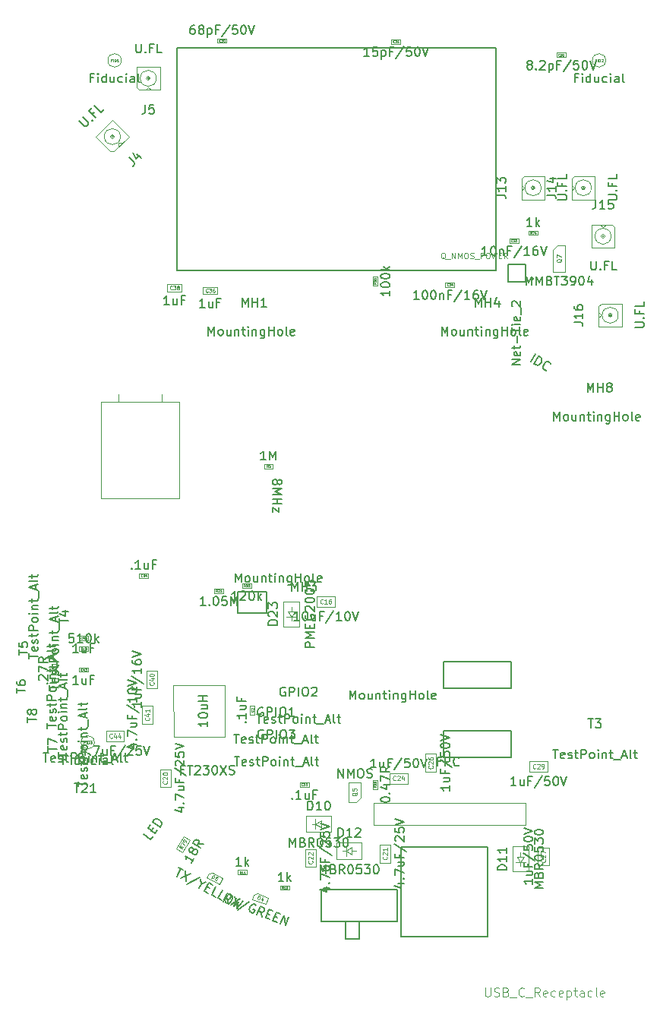
<source format=gbr>
G04 #@! TF.GenerationSoftware,KiCad,Pcbnew,5.1.6+dfsg1-1~bpo10+1*
G04 #@! TF.CreationDate,2021-06-28T17:41:37-04:00*
G04 #@! TF.ProjectId,RUSP_Mainboard,52555350-5f4d-4616-996e-626f6172642e,rev?*
G04 #@! TF.SameCoordinates,Original*
G04 #@! TF.FileFunction,Other,Fab,Top*
%FSLAX46Y46*%
G04 Gerber Fmt 4.6, Leading zero omitted, Abs format (unit mm)*
G04 Created by KiCad (PCBNEW 5.1.6+dfsg1-1~bpo10+1) date 2021-06-28 17:41:37*
%MOMM*%
%LPD*%
G01*
G04 APERTURE LIST*
%ADD10C,0.150000*%
%ADD11C,0.100000*%
%ADD12C,0.120000*%
%ADD13C,0.200000*%
%ADD14C,0.127000*%
%ADD15C,0.040000*%
%ADD16C,0.080000*%
%ADD17C,0.060000*%
%ADD18C,0.015000*%
%ADD19C,0.050000*%
%ADD20C,0.075000*%
G04 APERTURE END LIST*
D10*
X129700000Y-57600000D02*
X165300000Y-57600000D01*
X165300000Y-57600000D02*
X165300000Y-82400000D01*
X165300000Y-82400000D02*
X129700000Y-82400000D01*
X129700000Y-82400000D02*
X129700000Y-57600000D01*
D11*
X118800000Y-124350000D02*
X119800000Y-124350000D01*
X118800000Y-124850000D02*
X118800000Y-124350000D01*
X119800000Y-124850000D02*
X118800000Y-124850000D01*
X119800000Y-124350000D02*
X119800000Y-124850000D01*
X119800000Y-123650000D02*
X118800000Y-123650000D01*
X119800000Y-123150000D02*
X119800000Y-123650000D01*
X118800000Y-123150000D02*
X119800000Y-123150000D01*
X118800000Y-123650000D02*
X118800000Y-123150000D01*
X123800000Y-134900000D02*
X121800000Y-134900000D01*
X123800000Y-133700000D02*
X123800000Y-134900000D01*
X121800000Y-133700000D02*
X123800000Y-133700000D01*
X121800000Y-134900000D02*
X121800000Y-133700000D01*
X119800000Y-127150000D02*
X118800000Y-127150000D01*
X119800000Y-126650000D02*
X119800000Y-127150000D01*
X118800000Y-126650000D02*
X119800000Y-126650000D01*
X118800000Y-127150000D02*
X118800000Y-126650000D01*
X125800000Y-132937500D02*
X125800000Y-130937500D01*
X127000000Y-132937500D02*
X125800000Y-132937500D01*
X127000000Y-130937500D02*
X127000000Y-132937500D01*
X125800000Y-130937500D02*
X127000000Y-130937500D01*
X126300000Y-129000000D02*
X126300000Y-127000000D01*
X127500000Y-129000000D02*
X126300000Y-129000000D01*
X127500000Y-127000000D02*
X127500000Y-129000000D01*
X126300000Y-127000000D02*
X127500000Y-127000000D01*
X131137084Y-145904604D02*
X130289213Y-147261481D01*
X130458645Y-145480669D02*
X131137084Y-145904604D01*
X129610774Y-146837546D02*
X130458645Y-145480669D01*
X130289213Y-147261481D02*
X129610774Y-146837546D01*
X130237500Y-84750000D02*
X128637500Y-84750000D01*
X130237500Y-83950000D02*
X130237500Y-84750000D01*
X128637500Y-83950000D02*
X130237500Y-83950000D01*
X128637500Y-84750000D02*
X128637500Y-83950000D01*
X134200000Y-85050000D02*
X132600000Y-85050000D01*
X134200000Y-84250000D02*
X134200000Y-85050000D01*
X132600000Y-84250000D02*
X134200000Y-84250000D01*
X132600000Y-85050000D02*
X132600000Y-84250000D01*
X178200000Y-87400000D02*
G75*
G03*
X178200000Y-87400000I-200000J0D01*
G01*
X176700000Y-86400000D02*
X176700000Y-88700000D01*
X179300000Y-88700000D02*
X176700000Y-88700000D01*
X177000000Y-86100000D02*
X176700000Y-86400000D01*
X179300000Y-86100000D02*
X177000000Y-86100000D01*
X179300000Y-86100000D02*
X179300000Y-88700000D01*
X178900000Y-87400000D02*
G75*
G03*
X178900000Y-87400000I-900000J0D01*
G01*
X178125000Y-87400000D02*
G75*
G03*
X178125000Y-87400000I-125000J0D01*
G01*
X178050000Y-87400000D02*
G75*
G03*
X178050000Y-87400000I-50000J0D01*
G01*
X176700000Y-87100000D02*
X177000000Y-87400000D01*
X177000000Y-87400000D02*
X176700000Y-87700000D01*
X177200000Y-77600000D02*
X176900000Y-77300000D01*
X177500000Y-77300000D02*
X177200000Y-77600000D01*
X177250000Y-78600000D02*
G75*
G03*
X177250000Y-78600000I-50000J0D01*
G01*
X177325000Y-78600000D02*
G75*
G03*
X177325000Y-78600000I-125000J0D01*
G01*
X178100000Y-78600000D02*
G75*
G03*
X178100000Y-78600000I-900000J0D01*
G01*
X178500000Y-79900000D02*
X175900000Y-79900000D01*
X178500000Y-79900000D02*
X178500000Y-77600000D01*
X178500000Y-77600000D02*
X178200000Y-77300000D01*
X175900000Y-79900000D02*
X175900000Y-77300000D01*
X178200000Y-77300000D02*
X175900000Y-77300000D01*
X177400000Y-78600000D02*
G75*
G03*
X177400000Y-78600000I-200000J0D01*
G01*
X174000000Y-73200000D02*
X173700000Y-73500000D01*
X173700000Y-72900000D02*
X174000000Y-73200000D01*
X175050000Y-73200000D02*
G75*
G03*
X175050000Y-73200000I-50000J0D01*
G01*
X175125000Y-73200000D02*
G75*
G03*
X175125000Y-73200000I-125000J0D01*
G01*
X175900000Y-73200000D02*
G75*
G03*
X175900000Y-73200000I-900000J0D01*
G01*
X176300000Y-71900000D02*
X176300000Y-74500000D01*
X176300000Y-71900000D02*
X174000000Y-71900000D01*
X174000000Y-71900000D02*
X173700000Y-72200000D01*
X176300000Y-74500000D02*
X173700000Y-74500000D01*
X173700000Y-72200000D02*
X173700000Y-74500000D01*
X175200000Y-73200000D02*
G75*
G03*
X175200000Y-73200000I-200000J0D01*
G01*
X168400000Y-73200000D02*
X168100000Y-73500000D01*
X168100000Y-72900000D02*
X168400000Y-73200000D01*
X169450000Y-73200000D02*
G75*
G03*
X169450000Y-73200000I-50000J0D01*
G01*
X169525000Y-73200000D02*
G75*
G03*
X169525000Y-73200000I-125000J0D01*
G01*
X170300000Y-73200000D02*
G75*
G03*
X170300000Y-73200000I-900000J0D01*
G01*
X170700000Y-71900000D02*
X170700000Y-74500000D01*
X170700000Y-71900000D02*
X168400000Y-71900000D01*
X168400000Y-71900000D02*
X168100000Y-72200000D01*
X170700000Y-74500000D02*
X168100000Y-74500000D01*
X168100000Y-72200000D02*
X168100000Y-74500000D01*
X169600000Y-73200000D02*
G75*
G03*
X169600000Y-73200000I-200000J0D01*
G01*
D10*
X159450000Y-136700000D02*
X159450000Y-133700000D01*
X166950000Y-136700000D02*
X159450000Y-136700000D01*
X166950000Y-133700000D02*
X166950000Y-136700000D01*
X159450000Y-133700000D02*
X166950000Y-133700000D01*
D11*
X145300000Y-119920000D02*
X145300000Y-118720000D01*
X145300000Y-118720000D02*
X147300000Y-118720000D01*
X147300000Y-118720000D02*
X147300000Y-119920000D01*
X147300000Y-119920000D02*
X145300000Y-119920000D01*
D12*
X135050000Y-128600000D02*
X135050000Y-134400000D01*
X135050000Y-128600000D02*
X129250000Y-128600000D01*
X129250000Y-128600000D02*
X129350000Y-134400000D01*
X129350000Y-134400000D02*
X135050000Y-134400000D01*
D11*
X139400000Y-104000000D02*
X140400000Y-104000000D01*
X139400000Y-104500000D02*
X139400000Y-104000000D01*
X140400000Y-104500000D02*
X139400000Y-104500000D01*
X140400000Y-104000000D02*
X140400000Y-104500000D01*
D10*
X139700000Y-118200000D02*
X136500000Y-118200000D01*
X136500000Y-118200000D02*
X136500000Y-120600000D01*
X139700000Y-120600000D02*
X139700000Y-118200000D01*
X136500000Y-120600000D02*
X139700000Y-120600000D01*
D13*
X169450000Y-83350000D02*
G75*
G03*
X169450000Y-83350000I-100000J0D01*
G01*
D14*
X166600000Y-81700000D02*
X168600000Y-81700000D01*
X166600000Y-81700000D02*
X166600000Y-83700000D01*
X168600000Y-83700000D02*
X166600000Y-83700000D01*
X168600000Y-83700000D02*
X168600000Y-81700000D01*
D12*
X168600000Y-144200000D02*
X151600000Y-144200000D01*
X151600000Y-141800000D02*
X168600000Y-141800000D01*
X168600000Y-141800000D02*
X168600000Y-144200000D01*
X151600000Y-141800000D02*
X151600000Y-144200000D01*
D10*
X159450000Y-129000000D02*
X159450000Y-126000000D01*
X166950000Y-129000000D02*
X159450000Y-129000000D01*
X166950000Y-126000000D02*
X166950000Y-129000000D01*
X159450000Y-126000000D02*
X166950000Y-126000000D01*
D14*
X154675000Y-156675000D02*
X154675000Y-146675000D01*
X154675000Y-146675000D02*
X164325000Y-146675000D01*
X164325000Y-146675000D02*
X164325000Y-156675000D01*
X164325000Y-156675000D02*
X154675000Y-156675000D01*
D11*
X155400000Y-138420000D02*
X155400000Y-139620000D01*
X155400000Y-139620000D02*
X153400000Y-139620000D01*
X153400000Y-139620000D02*
X153400000Y-138420000D01*
X153400000Y-138420000D02*
X155400000Y-138420000D01*
X139603517Y-153060127D02*
X139890212Y-152313262D01*
X138109788Y-152486738D02*
X139603517Y-153060127D01*
X138288972Y-152019948D02*
X138109788Y-152486738D01*
X138676557Y-151847384D02*
X138288972Y-152019948D01*
X139890212Y-152313262D02*
X138676557Y-151847384D01*
X134414923Y-150828756D02*
X134790501Y-150122398D01*
X133002207Y-150077602D02*
X134414923Y-150828756D01*
X133236943Y-149636128D02*
X133002207Y-150077602D01*
X133642669Y-149512085D02*
X133236943Y-149636128D01*
X134790501Y-150122398D02*
X133642669Y-149512085D01*
X123500000Y-59000000D02*
G75*
G03*
X123500000Y-59000000I-750000J0D01*
G01*
X177500000Y-59000000D02*
G75*
G03*
X177500000Y-59000000I-750000J0D01*
G01*
X120500000Y-135000000D02*
G75*
G03*
X120500000Y-135000000I-750000J0D01*
G01*
X137850000Y-131900000D02*
X137850000Y-130900000D01*
X138350000Y-131900000D02*
X137850000Y-131900000D01*
X138350000Y-130900000D02*
X138350000Y-131900000D01*
X137850000Y-130900000D02*
X138350000Y-130900000D01*
X134215000Y-56550000D02*
X135215000Y-56550000D01*
X134215000Y-57050000D02*
X134215000Y-56550000D01*
X135215000Y-57050000D02*
X134215000Y-57050000D01*
X135215000Y-56550000D02*
X135215000Y-57050000D01*
X153600000Y-57150000D02*
X153600000Y-56650000D01*
X153600000Y-56650000D02*
X154600000Y-56650000D01*
X154600000Y-56650000D02*
X154600000Y-57150000D01*
X154600000Y-57150000D02*
X153600000Y-57150000D01*
X173015000Y-58650000D02*
X172015000Y-58650000D01*
X173015000Y-58150000D02*
X173015000Y-58650000D01*
X172015000Y-58150000D02*
X173015000Y-58150000D01*
X172015000Y-58650000D02*
X172015000Y-58150000D01*
X166760000Y-79350000D02*
X166760000Y-78850000D01*
X166760000Y-78850000D02*
X167760000Y-78850000D01*
X167760000Y-78850000D02*
X167760000Y-79350000D01*
X167760000Y-79350000D02*
X166760000Y-79350000D01*
X160625000Y-84250000D02*
X159625000Y-84250000D01*
X160625000Y-83750000D02*
X160625000Y-84250000D01*
X159625000Y-83750000D02*
X160625000Y-83750000D01*
X159625000Y-84250000D02*
X159625000Y-83750000D01*
X125500000Y-116170000D02*
X126500000Y-116170000D01*
X125500000Y-116670000D02*
X125500000Y-116170000D01*
X126500000Y-116670000D02*
X125500000Y-116670000D01*
X126500000Y-116170000D02*
X126500000Y-116670000D01*
X143400000Y-139950000D02*
X143400000Y-139450000D01*
X143400000Y-139450000D02*
X144400000Y-139450000D01*
X144400000Y-139450000D02*
X144400000Y-139950000D01*
X144400000Y-139950000D02*
X143400000Y-139950000D01*
X123207107Y-68207107D02*
X123631371Y-68207107D01*
X123207107Y-68631371D02*
X123207107Y-68207107D01*
X122550000Y-67500000D02*
G75*
G03*
X122550000Y-67500000I-50000J0D01*
G01*
X122625000Y-67500000D02*
G75*
G03*
X122625000Y-67500000I-125000J0D01*
G01*
X123400000Y-67500000D02*
G75*
G03*
X123400000Y-67500000I-900000J0D01*
G01*
X120661522Y-67500000D02*
X122500000Y-65661522D01*
X120661522Y-67500000D02*
X122287868Y-69126346D01*
X122287868Y-69126346D02*
X122712132Y-69126346D01*
X122500000Y-65661522D02*
X124338478Y-67500000D01*
X122712132Y-69126346D02*
X124338478Y-67500000D01*
X122699999Y-67500000D02*
G75*
G03*
X122699999Y-67500000I-199999J0D01*
G01*
X126700000Y-61000000D02*
G75*
G03*
X126700000Y-61000000I-200000J0D01*
G01*
X125500000Y-62300000D02*
X127800000Y-62300000D01*
X127800000Y-59700000D02*
X127800000Y-62300000D01*
X125200000Y-62000000D02*
X125500000Y-62300000D01*
X125200000Y-59700000D02*
X125200000Y-62000000D01*
X125200000Y-59700000D02*
X127800000Y-59700000D01*
X127400000Y-61000000D02*
G75*
G03*
X127400000Y-61000000I-900000J0D01*
G01*
X126625000Y-61000000D02*
G75*
G03*
X126625000Y-61000000I-125000J0D01*
G01*
X126550000Y-61000000D02*
G75*
G03*
X126550000Y-61000000I-50000J0D01*
G01*
X126200000Y-62300000D02*
X126500000Y-62000000D01*
X126500000Y-62000000D02*
X126800000Y-62300000D01*
X115750000Y-126300000D02*
X116250000Y-126300000D01*
X116250000Y-126300000D02*
X116250000Y-127300000D01*
X116250000Y-127300000D02*
X115750000Y-127300000D01*
X115750000Y-127300000D02*
X115750000Y-126300000D01*
X141200000Y-150950000D02*
X142200000Y-150950000D01*
X141200000Y-151450000D02*
X141200000Y-150950000D01*
X142200000Y-151450000D02*
X141200000Y-151450000D01*
X142200000Y-150950000D02*
X142200000Y-151450000D01*
X136500000Y-149250000D02*
X137500000Y-149250000D01*
X136500000Y-149750000D02*
X136500000Y-149250000D01*
X137500000Y-149750000D02*
X136500000Y-149750000D01*
X137500000Y-149250000D02*
X137500000Y-149750000D01*
X134865000Y-118370000D02*
X133865000Y-118370000D01*
X134865000Y-117870000D02*
X134865000Y-118370000D01*
X133865000Y-117870000D02*
X134865000Y-117870000D01*
X133865000Y-118370000D02*
X133865000Y-117870000D01*
X136975000Y-117800000D02*
X136975000Y-117300000D01*
X136975000Y-117300000D02*
X137975000Y-117300000D01*
X137975000Y-117300000D02*
X137975000Y-117800000D01*
X137975000Y-117800000D02*
X136975000Y-117800000D01*
X152050000Y-83100000D02*
X152050000Y-84100000D01*
X151550000Y-83100000D02*
X152050000Y-83100000D01*
X151550000Y-84100000D02*
X151550000Y-83100000D01*
X152050000Y-84100000D02*
X151550000Y-84100000D01*
X142450000Y-120450000D02*
X142450000Y-119950000D01*
X142850000Y-120450000D02*
X142450000Y-121050000D01*
X142050000Y-120450000D02*
X142850000Y-120450000D01*
X142450000Y-121050000D02*
X142050000Y-120450000D01*
X142450000Y-121050000D02*
X143000000Y-121050000D01*
X142450000Y-121050000D02*
X141900000Y-121050000D01*
X142450000Y-121450000D02*
X142450000Y-121050000D01*
X143350000Y-122100000D02*
X141550000Y-122100000D01*
X143350000Y-119300000D02*
X143350000Y-122100000D01*
X141550000Y-119300000D02*
X143350000Y-119300000D01*
X141550000Y-122100000D02*
X141550000Y-119300000D01*
D10*
X145750000Y-151450000D02*
X145750000Y-154950000D01*
X145750000Y-154950000D02*
X154250000Y-154950000D01*
X154250000Y-154950000D02*
X154250000Y-151450000D01*
X154250000Y-151450000D02*
X145750000Y-151450000D01*
X148500000Y-154950000D02*
X148500000Y-156950000D01*
X148500000Y-156950000D02*
X150000000Y-156950000D01*
X150000000Y-156950000D02*
X150000000Y-154950000D01*
D11*
X129000000Y-140000000D02*
X127800000Y-140000000D01*
X127800000Y-140000000D02*
X127800000Y-138000000D01*
X127800000Y-138000000D02*
X129000000Y-138000000D01*
X129000000Y-138000000D02*
X129000000Y-140000000D01*
X153500000Y-148420000D02*
X152300000Y-148420000D01*
X152300000Y-148420000D02*
X152300000Y-146420000D01*
X152300000Y-146420000D02*
X153500000Y-146420000D01*
X153500000Y-146420000D02*
X153500000Y-148420000D01*
X145200000Y-146900000D02*
X145200000Y-148900000D01*
X144000000Y-146900000D02*
X145200000Y-146900000D01*
X144000000Y-148900000D02*
X144000000Y-146900000D01*
X145200000Y-148900000D02*
X144000000Y-148900000D01*
X158600000Y-136300000D02*
X158600000Y-138300000D01*
X157400000Y-136300000D02*
X158600000Y-136300000D01*
X157400000Y-138300000D02*
X157400000Y-136300000D01*
X158600000Y-138300000D02*
X157400000Y-138300000D01*
X169950000Y-146720000D02*
X171150000Y-146720000D01*
X171150000Y-146720000D02*
X171150000Y-148720000D01*
X171150000Y-148720000D02*
X169950000Y-148720000D01*
X169950000Y-148720000D02*
X169950000Y-146720000D01*
X171000000Y-138300000D02*
X169000000Y-138300000D01*
X171000000Y-137100000D02*
X171000000Y-138300000D01*
X169000000Y-137100000D02*
X171000000Y-137100000D01*
X169000000Y-138300000D02*
X169000000Y-137100000D01*
X144100000Y-143200000D02*
X146900000Y-143200000D01*
X146900000Y-143200000D02*
X146900000Y-145000000D01*
X146900000Y-145000000D02*
X144100000Y-145000000D01*
X144100000Y-145000000D02*
X144100000Y-143200000D01*
X144750000Y-144100000D02*
X145150000Y-144100000D01*
X145150000Y-144100000D02*
X145150000Y-143550000D01*
X145150000Y-144100000D02*
X145150000Y-144650000D01*
X145150000Y-144100000D02*
X145750000Y-143700000D01*
X145750000Y-143700000D02*
X145750000Y-144500000D01*
X145750000Y-144500000D02*
X145150000Y-144100000D01*
X145750000Y-144100000D02*
X146250000Y-144100000D01*
X167100000Y-149420000D02*
X167100000Y-146620000D01*
X167100000Y-146620000D02*
X168900000Y-146620000D01*
X168900000Y-146620000D02*
X168900000Y-149420000D01*
X168900000Y-149420000D02*
X167100000Y-149420000D01*
X168000000Y-148770000D02*
X168000000Y-148370000D01*
X168000000Y-148370000D02*
X167450000Y-148370000D01*
X168000000Y-148370000D02*
X168550000Y-148370000D01*
X168000000Y-148370000D02*
X167600000Y-147770000D01*
X167600000Y-147770000D02*
X168400000Y-147770000D01*
X168400000Y-147770000D02*
X168000000Y-148370000D01*
X168000000Y-147770000D02*
X168000000Y-147270000D01*
X149150000Y-147100000D02*
X149650000Y-147100000D01*
X149150000Y-147500000D02*
X148550000Y-147100000D01*
X149150000Y-146700000D02*
X149150000Y-147500000D01*
X148550000Y-147100000D02*
X149150000Y-146700000D01*
X148550000Y-147100000D02*
X148550000Y-147650000D01*
X148550000Y-147100000D02*
X148550000Y-146550000D01*
X148150000Y-147100000D02*
X148550000Y-147100000D01*
X147500000Y-148000000D02*
X147500000Y-146200000D01*
X150300000Y-148000000D02*
X147500000Y-148000000D01*
X150300000Y-146200000D02*
X150300000Y-148000000D01*
X147500000Y-146200000D02*
X150300000Y-146200000D01*
X149680000Y-141650000D02*
X150180000Y-141150000D01*
X148830000Y-139450000D02*
X150180000Y-139450000D01*
X148830000Y-141650000D02*
X148830000Y-139450000D01*
X150180000Y-141150000D02*
X150180000Y-139450000D01*
X148830000Y-141650000D02*
X149680000Y-141650000D01*
D12*
X129950000Y-97100000D02*
X121250000Y-97100000D01*
X121250000Y-97100000D02*
X121250000Y-107800000D01*
X121250000Y-107800000D02*
X129950000Y-107800000D01*
X129950000Y-107800000D02*
X129950000Y-97100000D01*
X128000000Y-96200000D02*
X128000000Y-97000000D01*
X123200000Y-96200000D02*
X123200000Y-97000000D01*
D11*
X152050000Y-140200000D02*
X151550000Y-140200000D01*
X151550000Y-140200000D02*
X151550000Y-139200000D01*
X151550000Y-139200000D02*
X152050000Y-139200000D01*
X152050000Y-139200000D02*
X152050000Y-140200000D01*
X171600000Y-82620000D02*
X173000000Y-82620000D01*
X173000000Y-79580000D02*
X173000000Y-82620000D01*
X171600000Y-80150000D02*
X172150000Y-79580000D01*
X172150000Y-79580000D02*
X173000000Y-79580000D01*
X171600000Y-80150000D02*
X171600000Y-82600000D01*
X168900000Y-77970000D02*
X169900000Y-77970000D01*
X168900000Y-78470000D02*
X168900000Y-77970000D01*
X169900000Y-78470000D02*
X168900000Y-78470000D01*
X169900000Y-77970000D02*
X169900000Y-78470000D01*
D10*
X148964285Y-130202380D02*
X148964285Y-129202380D01*
X149297619Y-129916666D01*
X149630952Y-129202380D01*
X149630952Y-130202380D01*
X150250000Y-130202380D02*
X150154761Y-130154761D01*
X150107142Y-130107142D01*
X150059523Y-130011904D01*
X150059523Y-129726190D01*
X150107142Y-129630952D01*
X150154761Y-129583333D01*
X150250000Y-129535714D01*
X150392857Y-129535714D01*
X150488095Y-129583333D01*
X150535714Y-129630952D01*
X150583333Y-129726190D01*
X150583333Y-130011904D01*
X150535714Y-130107142D01*
X150488095Y-130154761D01*
X150392857Y-130202380D01*
X150250000Y-130202380D01*
X151440476Y-129535714D02*
X151440476Y-130202380D01*
X151011904Y-129535714D02*
X151011904Y-130059523D01*
X151059523Y-130154761D01*
X151154761Y-130202380D01*
X151297619Y-130202380D01*
X151392857Y-130154761D01*
X151440476Y-130107142D01*
X151916666Y-129535714D02*
X151916666Y-130202380D01*
X151916666Y-129630952D02*
X151964285Y-129583333D01*
X152059523Y-129535714D01*
X152202380Y-129535714D01*
X152297619Y-129583333D01*
X152345238Y-129678571D01*
X152345238Y-130202380D01*
X152678571Y-129535714D02*
X153059523Y-129535714D01*
X152821428Y-129202380D02*
X152821428Y-130059523D01*
X152869047Y-130154761D01*
X152964285Y-130202380D01*
X153059523Y-130202380D01*
X153392857Y-130202380D02*
X153392857Y-129535714D01*
X153392857Y-129202380D02*
X153345238Y-129250000D01*
X153392857Y-129297619D01*
X153440476Y-129250000D01*
X153392857Y-129202380D01*
X153392857Y-129297619D01*
X153869047Y-129535714D02*
X153869047Y-130202380D01*
X153869047Y-129630952D02*
X153916666Y-129583333D01*
X154011904Y-129535714D01*
X154154761Y-129535714D01*
X154250000Y-129583333D01*
X154297619Y-129678571D01*
X154297619Y-130202380D01*
X155202380Y-129535714D02*
X155202380Y-130345238D01*
X155154761Y-130440476D01*
X155107142Y-130488095D01*
X155011904Y-130535714D01*
X154869047Y-130535714D01*
X154773809Y-130488095D01*
X155202380Y-130154761D02*
X155107142Y-130202380D01*
X154916666Y-130202380D01*
X154821428Y-130154761D01*
X154773809Y-130107142D01*
X154726190Y-130011904D01*
X154726190Y-129726190D01*
X154773809Y-129630952D01*
X154821428Y-129583333D01*
X154916666Y-129535714D01*
X155107142Y-129535714D01*
X155202380Y-129583333D01*
X155678571Y-130202380D02*
X155678571Y-129202380D01*
X155678571Y-129678571D02*
X156250000Y-129678571D01*
X156250000Y-130202380D02*
X156250000Y-129202380D01*
X156869047Y-130202380D02*
X156773809Y-130154761D01*
X156726190Y-130107142D01*
X156678571Y-130011904D01*
X156678571Y-129726190D01*
X156726190Y-129630952D01*
X156773809Y-129583333D01*
X156869047Y-129535714D01*
X157011904Y-129535714D01*
X157107142Y-129583333D01*
X157154761Y-129630952D01*
X157202380Y-129726190D01*
X157202380Y-130011904D01*
X157154761Y-130107142D01*
X157107142Y-130154761D01*
X157011904Y-130202380D01*
X156869047Y-130202380D01*
X157773809Y-130202380D02*
X157678571Y-130154761D01*
X157630952Y-130059523D01*
X157630952Y-129202380D01*
X158535714Y-130154761D02*
X158440476Y-130202380D01*
X158250000Y-130202380D01*
X158154761Y-130154761D01*
X158107142Y-130059523D01*
X158107142Y-129678571D01*
X158154761Y-129583333D01*
X158250000Y-129535714D01*
X158440476Y-129535714D01*
X158535714Y-129583333D01*
X158583333Y-129678571D01*
X158583333Y-129773809D01*
X158107142Y-129869047D01*
X118180952Y-122882380D02*
X117704761Y-122882380D01*
X117657142Y-123358571D01*
X117704761Y-123310952D01*
X117800000Y-123263333D01*
X118038095Y-123263333D01*
X118133333Y-123310952D01*
X118180952Y-123358571D01*
X118228571Y-123453809D01*
X118228571Y-123691904D01*
X118180952Y-123787142D01*
X118133333Y-123834761D01*
X118038095Y-123882380D01*
X117800000Y-123882380D01*
X117704761Y-123834761D01*
X117657142Y-123787142D01*
X119180952Y-123882380D02*
X118609523Y-123882380D01*
X118895238Y-123882380D02*
X118895238Y-122882380D01*
X118800000Y-123025238D01*
X118704761Y-123120476D01*
X118609523Y-123168095D01*
X119800000Y-122882380D02*
X119895238Y-122882380D01*
X119990476Y-122930000D01*
X120038095Y-122977619D01*
X120085714Y-123072857D01*
X120133333Y-123263333D01*
X120133333Y-123501428D01*
X120085714Y-123691904D01*
X120038095Y-123787142D01*
X119990476Y-123834761D01*
X119895238Y-123882380D01*
X119800000Y-123882380D01*
X119704761Y-123834761D01*
X119657142Y-123787142D01*
X119609523Y-123691904D01*
X119561904Y-123501428D01*
X119561904Y-123263333D01*
X119609523Y-123072857D01*
X119657142Y-122977619D01*
X119704761Y-122930000D01*
X119800000Y-122882380D01*
X120561904Y-123882380D02*
X120561904Y-122882380D01*
X120657142Y-123501428D02*
X120942857Y-123882380D01*
X120942857Y-123215714D02*
X120561904Y-123596666D01*
D15*
X119139285Y-124713095D02*
X119055952Y-124594047D01*
X118996428Y-124713095D02*
X118996428Y-124463095D01*
X119091666Y-124463095D01*
X119115476Y-124475000D01*
X119127380Y-124486904D01*
X119139285Y-124510714D01*
X119139285Y-124546428D01*
X119127380Y-124570238D01*
X119115476Y-124582142D01*
X119091666Y-124594047D01*
X118996428Y-124594047D01*
X119377380Y-124713095D02*
X119234523Y-124713095D01*
X119305952Y-124713095D02*
X119305952Y-124463095D01*
X119282142Y-124498809D01*
X119258333Y-124522619D01*
X119234523Y-124534523D01*
X119591666Y-124463095D02*
X119544047Y-124463095D01*
X119520238Y-124475000D01*
X119508333Y-124486904D01*
X119484523Y-124522619D01*
X119472619Y-124570238D01*
X119472619Y-124665476D01*
X119484523Y-124689285D01*
X119496428Y-124701190D01*
X119520238Y-124713095D01*
X119567857Y-124713095D01*
X119591666Y-124701190D01*
X119603571Y-124689285D01*
X119615476Y-124665476D01*
X119615476Y-124605952D01*
X119603571Y-124582142D01*
X119591666Y-124570238D01*
X119567857Y-124558333D01*
X119520238Y-124558333D01*
X119496428Y-124570238D01*
X119484523Y-124582142D01*
X119472619Y-124605952D01*
D10*
X118704761Y-125022380D02*
X118133333Y-125022380D01*
X118419047Y-125022380D02*
X118419047Y-124022380D01*
X118323809Y-124165238D01*
X118228571Y-124260476D01*
X118133333Y-124308095D01*
X119561904Y-124355714D02*
X119561904Y-125022380D01*
X119133333Y-124355714D02*
X119133333Y-124879523D01*
X119180952Y-124974761D01*
X119276190Y-125022380D01*
X119419047Y-125022380D01*
X119514285Y-124974761D01*
X119561904Y-124927142D01*
X120371428Y-124498571D02*
X120038095Y-124498571D01*
X120038095Y-125022380D02*
X120038095Y-124022380D01*
X120514285Y-124022380D01*
D15*
X119139285Y-123489285D02*
X119127380Y-123501190D01*
X119091666Y-123513095D01*
X119067857Y-123513095D01*
X119032142Y-123501190D01*
X119008333Y-123477380D01*
X118996428Y-123453571D01*
X118984523Y-123405952D01*
X118984523Y-123370238D01*
X118996428Y-123322619D01*
X119008333Y-123298809D01*
X119032142Y-123275000D01*
X119067857Y-123263095D01*
X119091666Y-123263095D01*
X119127380Y-123275000D01*
X119139285Y-123286904D01*
X119353571Y-123346428D02*
X119353571Y-123513095D01*
X119294047Y-123251190D02*
X119234523Y-123429761D01*
X119389285Y-123429761D01*
X119603571Y-123263095D02*
X119484523Y-123263095D01*
X119472619Y-123382142D01*
X119484523Y-123370238D01*
X119508333Y-123358333D01*
X119567857Y-123358333D01*
X119591666Y-123370238D01*
X119603571Y-123382142D01*
X119615476Y-123405952D01*
X119615476Y-123465476D01*
X119603571Y-123489285D01*
X119591666Y-123501190D01*
X119567857Y-123513095D01*
X119508333Y-123513095D01*
X119484523Y-123501190D01*
X119472619Y-123489285D01*
D10*
X119490476Y-135735714D02*
X119490476Y-136402380D01*
X119252380Y-135354761D02*
X119014285Y-136069047D01*
X119633333Y-136069047D01*
X120014285Y-136307142D02*
X120061904Y-136354761D01*
X120014285Y-136402380D01*
X119966666Y-136354761D01*
X120014285Y-136307142D01*
X120014285Y-136402380D01*
X120395238Y-135402380D02*
X121061904Y-135402380D01*
X120633333Y-136402380D01*
X121871428Y-135735714D02*
X121871428Y-136402380D01*
X121442857Y-135735714D02*
X121442857Y-136259523D01*
X121490476Y-136354761D01*
X121585714Y-136402380D01*
X121728571Y-136402380D01*
X121823809Y-136354761D01*
X121871428Y-136307142D01*
X122680952Y-135878571D02*
X122347619Y-135878571D01*
X122347619Y-136402380D02*
X122347619Y-135402380D01*
X122823809Y-135402380D01*
X123919047Y-135354761D02*
X123061904Y-136640476D01*
X124204761Y-135497619D02*
X124252380Y-135450000D01*
X124347619Y-135402380D01*
X124585714Y-135402380D01*
X124680952Y-135450000D01*
X124728571Y-135497619D01*
X124776190Y-135592857D01*
X124776190Y-135688095D01*
X124728571Y-135830952D01*
X124157142Y-136402380D01*
X124776190Y-136402380D01*
X125680952Y-135402380D02*
X125204761Y-135402380D01*
X125157142Y-135878571D01*
X125204761Y-135830952D01*
X125300000Y-135783333D01*
X125538095Y-135783333D01*
X125633333Y-135830952D01*
X125680952Y-135878571D01*
X125728571Y-135973809D01*
X125728571Y-136211904D01*
X125680952Y-136307142D01*
X125633333Y-136354761D01*
X125538095Y-136402380D01*
X125300000Y-136402380D01*
X125204761Y-136354761D01*
X125157142Y-136307142D01*
X126014285Y-135402380D02*
X126347619Y-136402380D01*
X126680952Y-135402380D01*
D16*
X122478571Y-134478571D02*
X122454761Y-134502380D01*
X122383333Y-134526190D01*
X122335714Y-134526190D01*
X122264285Y-134502380D01*
X122216666Y-134454761D01*
X122192857Y-134407142D01*
X122169047Y-134311904D01*
X122169047Y-134240476D01*
X122192857Y-134145238D01*
X122216666Y-134097619D01*
X122264285Y-134050000D01*
X122335714Y-134026190D01*
X122383333Y-134026190D01*
X122454761Y-134050000D01*
X122478571Y-134073809D01*
X122907142Y-134192857D02*
X122907142Y-134526190D01*
X122788095Y-134002380D02*
X122669047Y-134359523D01*
X122978571Y-134359523D01*
X123383333Y-134192857D02*
X123383333Y-134526190D01*
X123264285Y-134002380D02*
X123145238Y-134359523D01*
X123454761Y-134359523D01*
D10*
X118704761Y-128522380D02*
X118133333Y-128522380D01*
X118419047Y-128522380D02*
X118419047Y-127522380D01*
X118323809Y-127665238D01*
X118228571Y-127760476D01*
X118133333Y-127808095D01*
X119561904Y-127855714D02*
X119561904Y-128522380D01*
X119133333Y-127855714D02*
X119133333Y-128379523D01*
X119180952Y-128474761D01*
X119276190Y-128522380D01*
X119419047Y-128522380D01*
X119514285Y-128474761D01*
X119561904Y-128427142D01*
X120371428Y-127998571D02*
X120038095Y-127998571D01*
X120038095Y-128522380D02*
X120038095Y-127522380D01*
X120514285Y-127522380D01*
D15*
X119139285Y-126989285D02*
X119127380Y-127001190D01*
X119091666Y-127013095D01*
X119067857Y-127013095D01*
X119032142Y-127001190D01*
X119008333Y-126977380D01*
X118996428Y-126953571D01*
X118984523Y-126905952D01*
X118984523Y-126870238D01*
X118996428Y-126822619D01*
X119008333Y-126798809D01*
X119032142Y-126775000D01*
X119067857Y-126763095D01*
X119091666Y-126763095D01*
X119127380Y-126775000D01*
X119139285Y-126786904D01*
X119353571Y-126846428D02*
X119353571Y-127013095D01*
X119294047Y-126751190D02*
X119234523Y-126929761D01*
X119389285Y-126929761D01*
X119460714Y-126763095D02*
X119615476Y-126763095D01*
X119532142Y-126858333D01*
X119567857Y-126858333D01*
X119591666Y-126870238D01*
X119603571Y-126882142D01*
X119615476Y-126905952D01*
X119615476Y-126965476D01*
X119603571Y-126989285D01*
X119591666Y-127001190D01*
X119567857Y-127013095D01*
X119496428Y-127013095D01*
X119472619Y-127001190D01*
X119460714Y-126989285D01*
D10*
X124535714Y-135247023D02*
X125202380Y-135247023D01*
X124154761Y-135485119D02*
X124869047Y-135723214D01*
X124869047Y-135104166D01*
X125107142Y-134723214D02*
X125154761Y-134675595D01*
X125202380Y-134723214D01*
X125154761Y-134770833D01*
X125107142Y-134723214D01*
X125202380Y-134723214D01*
X124202380Y-134342261D02*
X124202380Y-133675595D01*
X125202380Y-134104166D01*
X124535714Y-132866071D02*
X125202380Y-132866071D01*
X124535714Y-133294642D02*
X125059523Y-133294642D01*
X125154761Y-133247023D01*
X125202380Y-133151785D01*
X125202380Y-133008928D01*
X125154761Y-132913690D01*
X125107142Y-132866071D01*
X124678571Y-132056547D02*
X124678571Y-132389880D01*
X125202380Y-132389880D02*
X124202380Y-132389880D01*
X124202380Y-131913690D01*
X124154761Y-130818452D02*
X125440476Y-131675595D01*
X125202380Y-129961309D02*
X125202380Y-130532738D01*
X125202380Y-130247023D02*
X124202380Y-130247023D01*
X124345238Y-130342261D01*
X124440476Y-130437500D01*
X124488095Y-130532738D01*
X124202380Y-129342261D02*
X124202380Y-129247023D01*
X124250000Y-129151785D01*
X124297619Y-129104166D01*
X124392857Y-129056547D01*
X124583333Y-129008928D01*
X124821428Y-129008928D01*
X125011904Y-129056547D01*
X125107142Y-129104166D01*
X125154761Y-129151785D01*
X125202380Y-129247023D01*
X125202380Y-129342261D01*
X125154761Y-129437500D01*
X125107142Y-129485119D01*
X125011904Y-129532738D01*
X124821428Y-129580357D01*
X124583333Y-129580357D01*
X124392857Y-129532738D01*
X124297619Y-129485119D01*
X124250000Y-129437500D01*
X124202380Y-129342261D01*
X124202380Y-128723214D02*
X125202380Y-128389880D01*
X124202380Y-128056547D01*
D16*
X126578571Y-132258928D02*
X126602380Y-132282738D01*
X126626190Y-132354166D01*
X126626190Y-132401785D01*
X126602380Y-132473214D01*
X126554761Y-132520833D01*
X126507142Y-132544642D01*
X126411904Y-132568452D01*
X126340476Y-132568452D01*
X126245238Y-132544642D01*
X126197619Y-132520833D01*
X126150000Y-132473214D01*
X126126190Y-132401785D01*
X126126190Y-132354166D01*
X126150000Y-132282738D01*
X126173809Y-132258928D01*
X126292857Y-131830357D02*
X126626190Y-131830357D01*
X126102380Y-131949404D02*
X126459523Y-132068452D01*
X126459523Y-131758928D01*
X126626190Y-131306547D02*
X126626190Y-131592261D01*
X126626190Y-131449404D02*
X126126190Y-131449404D01*
X126197619Y-131497023D01*
X126245238Y-131544642D01*
X126269047Y-131592261D01*
D10*
X125702380Y-130500000D02*
X125702380Y-131071428D01*
X125702380Y-130785714D02*
X124702380Y-130785714D01*
X124845238Y-130880952D01*
X124940476Y-130976190D01*
X124988095Y-131071428D01*
X125035714Y-129642857D02*
X125702380Y-129642857D01*
X125035714Y-130071428D02*
X125559523Y-130071428D01*
X125654761Y-130023809D01*
X125702380Y-129928571D01*
X125702380Y-129785714D01*
X125654761Y-129690476D01*
X125607142Y-129642857D01*
X125178571Y-128833333D02*
X125178571Y-129166666D01*
X125702380Y-129166666D02*
X124702380Y-129166666D01*
X124702380Y-128690476D01*
X124654761Y-127595238D02*
X125940476Y-128452380D01*
X125702380Y-126738095D02*
X125702380Y-127309523D01*
X125702380Y-127023809D02*
X124702380Y-127023809D01*
X124845238Y-127119047D01*
X124940476Y-127214285D01*
X124988095Y-127309523D01*
X124702380Y-125880952D02*
X124702380Y-126071428D01*
X124750000Y-126166666D01*
X124797619Y-126214285D01*
X124940476Y-126309523D01*
X125130952Y-126357142D01*
X125511904Y-126357142D01*
X125607142Y-126309523D01*
X125654761Y-126261904D01*
X125702380Y-126166666D01*
X125702380Y-125976190D01*
X125654761Y-125880952D01*
X125607142Y-125833333D01*
X125511904Y-125785714D01*
X125273809Y-125785714D01*
X125178571Y-125833333D01*
X125130952Y-125880952D01*
X125083333Y-125976190D01*
X125083333Y-126166666D01*
X125130952Y-126261904D01*
X125178571Y-126309523D01*
X125273809Y-126357142D01*
X124702380Y-125500000D02*
X125702380Y-125166666D01*
X124702380Y-124833333D01*
D16*
X127078571Y-128321428D02*
X127102380Y-128345238D01*
X127126190Y-128416666D01*
X127126190Y-128464285D01*
X127102380Y-128535714D01*
X127054761Y-128583333D01*
X127007142Y-128607142D01*
X126911904Y-128630952D01*
X126840476Y-128630952D01*
X126745238Y-128607142D01*
X126697619Y-128583333D01*
X126650000Y-128535714D01*
X126626190Y-128464285D01*
X126626190Y-128416666D01*
X126650000Y-128345238D01*
X126673809Y-128321428D01*
X126792857Y-127892857D02*
X127126190Y-127892857D01*
X126602380Y-128011904D02*
X126959523Y-128130952D01*
X126959523Y-127821428D01*
X126626190Y-127535714D02*
X126626190Y-127488095D01*
X126650000Y-127440476D01*
X126673809Y-127416666D01*
X126721428Y-127392857D01*
X126816666Y-127369047D01*
X126935714Y-127369047D01*
X127030952Y-127392857D01*
X127078571Y-127416666D01*
X127102380Y-127440476D01*
X127126190Y-127488095D01*
X127126190Y-127535714D01*
X127102380Y-127583333D01*
X127078571Y-127607142D01*
X127030952Y-127630952D01*
X126935714Y-127654761D01*
X126816666Y-127654761D01*
X126721428Y-127630952D01*
X126673809Y-127607142D01*
X126650000Y-127583333D01*
X126626190Y-127535714D01*
D10*
X127054270Y-145445840D02*
X126767691Y-145826142D01*
X125969056Y-145224327D01*
X126836542Y-144864391D02*
X127037147Y-144598180D01*
X127541453Y-144799325D02*
X127254875Y-145179628D01*
X126456239Y-144577813D01*
X126742818Y-144197510D01*
X127799374Y-144457053D02*
X127000739Y-143855238D01*
X127144028Y-143665087D01*
X127268032Y-143579654D01*
X127401408Y-143560909D01*
X127506126Y-143580194D01*
X127686905Y-143656795D01*
X127800996Y-143742769D01*
X127924459Y-143895431D01*
X127971862Y-143990777D01*
X127990607Y-144124153D01*
X127942664Y-144266902D01*
X127799374Y-144457053D01*
X131604382Y-147954142D02*
X131301571Y-148438741D01*
X131452976Y-148196441D02*
X130604928Y-147666522D01*
X130675609Y-147822991D01*
X130705907Y-147954226D01*
X130695822Y-148060227D01*
X131422594Y-147166732D02*
X131331742Y-147222264D01*
X131266125Y-147237413D01*
X131160124Y-147227328D01*
X131119741Y-147202094D01*
X131064208Y-147111242D01*
X131049059Y-147045624D01*
X131059145Y-146939624D01*
X131160082Y-146778091D01*
X131250933Y-146722559D01*
X131316551Y-146707410D01*
X131422552Y-146717495D01*
X131462935Y-146742729D01*
X131518467Y-146833581D01*
X131533616Y-146899198D01*
X131523531Y-147005199D01*
X131422594Y-147166732D01*
X131412509Y-147272733D01*
X131427657Y-147338350D01*
X131483190Y-147429202D01*
X131644723Y-147530139D01*
X131750723Y-147540224D01*
X131816341Y-147525075D01*
X131907193Y-147469543D01*
X132008130Y-147308010D01*
X132018215Y-147202009D01*
X132003066Y-147136392D01*
X131947534Y-147045540D01*
X131786001Y-146944603D01*
X131680000Y-146934518D01*
X131614383Y-146949667D01*
X131523531Y-147005199D01*
X132638986Y-146298429D02*
X132058514Y-146328769D01*
X132336175Y-146783028D02*
X131488127Y-146253109D01*
X131690001Y-145930043D01*
X131780853Y-145874510D01*
X131846470Y-145859361D01*
X131952471Y-145869447D01*
X132073621Y-145945149D01*
X132129153Y-146036001D01*
X132144302Y-146101619D01*
X132134217Y-146207619D01*
X131932343Y-146530685D01*
D17*
X130391120Y-146685034D02*
X130158931Y-146697170D01*
X130269995Y-146878874D02*
X129930776Y-146666906D01*
X130011526Y-146537680D01*
X130047867Y-146515467D01*
X130074114Y-146509407D01*
X130116514Y-146513441D01*
X130164974Y-146543722D01*
X130187187Y-146580063D01*
X130193246Y-146606310D01*
X130189212Y-146648710D01*
X130108462Y-146777937D01*
X130122557Y-146359993D02*
X130263868Y-146133847D01*
X130512244Y-146491195D01*
X130693931Y-146200435D02*
X130734306Y-146135822D01*
X130738340Y-146093422D01*
X130732280Y-146067175D01*
X130704008Y-146004587D01*
X130649488Y-145948059D01*
X130520262Y-145867309D01*
X130477862Y-145863275D01*
X130451615Y-145869335D01*
X130415274Y-145891548D01*
X130374899Y-145956161D01*
X130370865Y-145998561D01*
X130376925Y-146024808D01*
X130399137Y-146061149D01*
X130479904Y-146111617D01*
X130522304Y-146115652D01*
X130548551Y-146109592D01*
X130584892Y-146087379D01*
X130625267Y-146022766D01*
X130629301Y-145980366D01*
X130623241Y-145954119D01*
X130601028Y-145917778D01*
D10*
X128842261Y-86232380D02*
X128270833Y-86232380D01*
X128556547Y-86232380D02*
X128556547Y-85232380D01*
X128461309Y-85375238D01*
X128366071Y-85470476D01*
X128270833Y-85518095D01*
X129699404Y-85565714D02*
X129699404Y-86232380D01*
X129270833Y-85565714D02*
X129270833Y-86089523D01*
X129318452Y-86184761D01*
X129413690Y-86232380D01*
X129556547Y-86232380D01*
X129651785Y-86184761D01*
X129699404Y-86137142D01*
X130508928Y-85708571D02*
X130175595Y-85708571D01*
X130175595Y-86232380D02*
X130175595Y-85232380D01*
X130651785Y-85232380D01*
D17*
X129180357Y-84492857D02*
X129161309Y-84511904D01*
X129104166Y-84530952D01*
X129066071Y-84530952D01*
X129008928Y-84511904D01*
X128970833Y-84473809D01*
X128951785Y-84435714D01*
X128932738Y-84359523D01*
X128932738Y-84302380D01*
X128951785Y-84226190D01*
X128970833Y-84188095D01*
X129008928Y-84150000D01*
X129066071Y-84130952D01*
X129104166Y-84130952D01*
X129161309Y-84150000D01*
X129180357Y-84169047D01*
X129313690Y-84130952D02*
X129561309Y-84130952D01*
X129427976Y-84283333D01*
X129485119Y-84283333D01*
X129523214Y-84302380D01*
X129542261Y-84321428D01*
X129561309Y-84359523D01*
X129561309Y-84454761D01*
X129542261Y-84492857D01*
X129523214Y-84511904D01*
X129485119Y-84530952D01*
X129370833Y-84530952D01*
X129332738Y-84511904D01*
X129313690Y-84492857D01*
X129789880Y-84302380D02*
X129751785Y-84283333D01*
X129732738Y-84264285D01*
X129713690Y-84226190D01*
X129713690Y-84207142D01*
X129732738Y-84169047D01*
X129751785Y-84150000D01*
X129789880Y-84130952D01*
X129866071Y-84130952D01*
X129904166Y-84150000D01*
X129923214Y-84169047D01*
X129942261Y-84207142D01*
X129942261Y-84226190D01*
X129923214Y-84264285D01*
X129904166Y-84283333D01*
X129866071Y-84302380D01*
X129789880Y-84302380D01*
X129751785Y-84321428D01*
X129732738Y-84340476D01*
X129713690Y-84378571D01*
X129713690Y-84454761D01*
X129732738Y-84492857D01*
X129751785Y-84511904D01*
X129789880Y-84530952D01*
X129866071Y-84530952D01*
X129904166Y-84511904D01*
X129923214Y-84492857D01*
X129942261Y-84454761D01*
X129942261Y-84378571D01*
X129923214Y-84340476D01*
X129904166Y-84321428D01*
X129866071Y-84302380D01*
D10*
X132804761Y-86532380D02*
X132233333Y-86532380D01*
X132519047Y-86532380D02*
X132519047Y-85532380D01*
X132423809Y-85675238D01*
X132328571Y-85770476D01*
X132233333Y-85818095D01*
X133661904Y-85865714D02*
X133661904Y-86532380D01*
X133233333Y-85865714D02*
X133233333Y-86389523D01*
X133280952Y-86484761D01*
X133376190Y-86532380D01*
X133519047Y-86532380D01*
X133614285Y-86484761D01*
X133661904Y-86437142D01*
X134471428Y-86008571D02*
X134138095Y-86008571D01*
X134138095Y-86532380D02*
X134138095Y-85532380D01*
X134614285Y-85532380D01*
D17*
X133142857Y-84792857D02*
X133123809Y-84811904D01*
X133066666Y-84830952D01*
X133028571Y-84830952D01*
X132971428Y-84811904D01*
X132933333Y-84773809D01*
X132914285Y-84735714D01*
X132895238Y-84659523D01*
X132895238Y-84602380D01*
X132914285Y-84526190D01*
X132933333Y-84488095D01*
X132971428Y-84450000D01*
X133028571Y-84430952D01*
X133066666Y-84430952D01*
X133123809Y-84450000D01*
X133142857Y-84469047D01*
X133276190Y-84430952D02*
X133523809Y-84430952D01*
X133390476Y-84583333D01*
X133447619Y-84583333D01*
X133485714Y-84602380D01*
X133504761Y-84621428D01*
X133523809Y-84659523D01*
X133523809Y-84754761D01*
X133504761Y-84792857D01*
X133485714Y-84811904D01*
X133447619Y-84830952D01*
X133333333Y-84830952D01*
X133295238Y-84811904D01*
X133276190Y-84792857D01*
X133866666Y-84430952D02*
X133790476Y-84430952D01*
X133752380Y-84450000D01*
X133733333Y-84469047D01*
X133695238Y-84526190D01*
X133676190Y-84602380D01*
X133676190Y-84754761D01*
X133695238Y-84792857D01*
X133714285Y-84811904D01*
X133752380Y-84830952D01*
X133828571Y-84830952D01*
X133866666Y-84811904D01*
X133885714Y-84792857D01*
X133904761Y-84754761D01*
X133904761Y-84659523D01*
X133885714Y-84621428D01*
X133866666Y-84602380D01*
X133828571Y-84583333D01*
X133752380Y-84583333D01*
X133714285Y-84602380D01*
X133695238Y-84621428D01*
X133676190Y-84659523D01*
D10*
X180754380Y-88757142D02*
X181563904Y-88757142D01*
X181659142Y-88709523D01*
X181706761Y-88661904D01*
X181754380Y-88566666D01*
X181754380Y-88376190D01*
X181706761Y-88280952D01*
X181659142Y-88233333D01*
X181563904Y-88185714D01*
X180754380Y-88185714D01*
X181659142Y-87709523D02*
X181706761Y-87661904D01*
X181754380Y-87709523D01*
X181706761Y-87757142D01*
X181659142Y-87709523D01*
X181754380Y-87709523D01*
X181230571Y-86900000D02*
X181230571Y-87233333D01*
X181754380Y-87233333D02*
X180754380Y-87233333D01*
X180754380Y-86757142D01*
X181754380Y-85900000D02*
X181754380Y-86376190D01*
X180754380Y-86376190D01*
X173952380Y-88209523D02*
X174666666Y-88209523D01*
X174809523Y-88257142D01*
X174904761Y-88352380D01*
X174952380Y-88495238D01*
X174952380Y-88590476D01*
X174952380Y-87209523D02*
X174952380Y-87780952D01*
X174952380Y-87495238D02*
X173952380Y-87495238D01*
X174095238Y-87590476D01*
X174190476Y-87685714D01*
X174238095Y-87780952D01*
X173952380Y-86352380D02*
X173952380Y-86542857D01*
X174000000Y-86638095D01*
X174047619Y-86685714D01*
X174190476Y-86780952D01*
X174380952Y-86828571D01*
X174761904Y-86828571D01*
X174857142Y-86780952D01*
X174904761Y-86733333D01*
X174952380Y-86638095D01*
X174952380Y-86447619D01*
X174904761Y-86352380D01*
X174857142Y-86304761D01*
X174761904Y-86257142D01*
X174523809Y-86257142D01*
X174428571Y-86304761D01*
X174380952Y-86352380D01*
X174333333Y-86447619D01*
X174333333Y-86638095D01*
X174380952Y-86733333D01*
X174428571Y-86780952D01*
X174523809Y-86828571D01*
X175842857Y-81354380D02*
X175842857Y-82163904D01*
X175890476Y-82259142D01*
X175938095Y-82306761D01*
X176033333Y-82354380D01*
X176223809Y-82354380D01*
X176319047Y-82306761D01*
X176366666Y-82259142D01*
X176414285Y-82163904D01*
X176414285Y-81354380D01*
X176890476Y-82259142D02*
X176938095Y-82306761D01*
X176890476Y-82354380D01*
X176842857Y-82306761D01*
X176890476Y-82259142D01*
X176890476Y-82354380D01*
X177700000Y-81830571D02*
X177366666Y-81830571D01*
X177366666Y-82354380D02*
X177366666Y-81354380D01*
X177842857Y-81354380D01*
X178700000Y-82354380D02*
X178223809Y-82354380D01*
X178223809Y-81354380D01*
X176390476Y-74552380D02*
X176390476Y-75266666D01*
X176342857Y-75409523D01*
X176247619Y-75504761D01*
X176104761Y-75552380D01*
X176009523Y-75552380D01*
X177390476Y-75552380D02*
X176819047Y-75552380D01*
X177104761Y-75552380D02*
X177104761Y-74552380D01*
X177009523Y-74695238D01*
X176914285Y-74790476D01*
X176819047Y-74838095D01*
X178295238Y-74552380D02*
X177819047Y-74552380D01*
X177771428Y-75028571D01*
X177819047Y-74980952D01*
X177914285Y-74933333D01*
X178152380Y-74933333D01*
X178247619Y-74980952D01*
X178295238Y-75028571D01*
X178342857Y-75123809D01*
X178342857Y-75361904D01*
X178295238Y-75457142D01*
X178247619Y-75504761D01*
X178152380Y-75552380D01*
X177914285Y-75552380D01*
X177819047Y-75504761D01*
X177771428Y-75457142D01*
X177754380Y-74557142D02*
X178563904Y-74557142D01*
X178659142Y-74509523D01*
X178706761Y-74461904D01*
X178754380Y-74366666D01*
X178754380Y-74176190D01*
X178706761Y-74080952D01*
X178659142Y-74033333D01*
X178563904Y-73985714D01*
X177754380Y-73985714D01*
X178659142Y-73509523D02*
X178706761Y-73461904D01*
X178754380Y-73509523D01*
X178706761Y-73557142D01*
X178659142Y-73509523D01*
X178754380Y-73509523D01*
X178230571Y-72700000D02*
X178230571Y-73033333D01*
X178754380Y-73033333D02*
X177754380Y-73033333D01*
X177754380Y-72557142D01*
X178754380Y-71700000D02*
X178754380Y-72176190D01*
X177754380Y-72176190D01*
X170952380Y-74009523D02*
X171666666Y-74009523D01*
X171809523Y-74057142D01*
X171904761Y-74152380D01*
X171952380Y-74295238D01*
X171952380Y-74390476D01*
X171952380Y-73009523D02*
X171952380Y-73580952D01*
X171952380Y-73295238D02*
X170952380Y-73295238D01*
X171095238Y-73390476D01*
X171190476Y-73485714D01*
X171238095Y-73580952D01*
X171285714Y-72152380D02*
X171952380Y-72152380D01*
X170904761Y-72390476D02*
X171619047Y-72628571D01*
X171619047Y-72009523D01*
X172154380Y-74557142D02*
X172963904Y-74557142D01*
X173059142Y-74509523D01*
X173106761Y-74461904D01*
X173154380Y-74366666D01*
X173154380Y-74176190D01*
X173106761Y-74080952D01*
X173059142Y-74033333D01*
X172963904Y-73985714D01*
X172154380Y-73985714D01*
X173059142Y-73509523D02*
X173106761Y-73461904D01*
X173154380Y-73509523D01*
X173106761Y-73557142D01*
X173059142Y-73509523D01*
X173154380Y-73509523D01*
X172630571Y-72700000D02*
X172630571Y-73033333D01*
X173154380Y-73033333D02*
X172154380Y-73033333D01*
X172154380Y-72557142D01*
X173154380Y-71700000D02*
X173154380Y-72176190D01*
X172154380Y-72176190D01*
X165352380Y-74009523D02*
X166066666Y-74009523D01*
X166209523Y-74057142D01*
X166304761Y-74152380D01*
X166352380Y-74295238D01*
X166352380Y-74390476D01*
X166352380Y-73009523D02*
X166352380Y-73580952D01*
X166352380Y-73295238D02*
X165352380Y-73295238D01*
X165495238Y-73390476D01*
X165590476Y-73485714D01*
X165638095Y-73580952D01*
X165352380Y-72676190D02*
X165352380Y-72057142D01*
X165733333Y-72390476D01*
X165733333Y-72247619D01*
X165780952Y-72152380D01*
X165828571Y-72104761D01*
X165923809Y-72057142D01*
X166161904Y-72057142D01*
X166257142Y-72104761D01*
X166304761Y-72152380D01*
X166352380Y-72247619D01*
X166352380Y-72533333D01*
X166304761Y-72628571D01*
X166257142Y-72676190D01*
X143323809Y-121422380D02*
X142752380Y-121422380D01*
X143038095Y-121422380D02*
X143038095Y-120422380D01*
X142942857Y-120565238D01*
X142847619Y-120660476D01*
X142752380Y-120708095D01*
X143942857Y-120422380D02*
X144038095Y-120422380D01*
X144133333Y-120470000D01*
X144180952Y-120517619D01*
X144228571Y-120612857D01*
X144276190Y-120803333D01*
X144276190Y-121041428D01*
X144228571Y-121231904D01*
X144180952Y-121327142D01*
X144133333Y-121374761D01*
X144038095Y-121422380D01*
X143942857Y-121422380D01*
X143847619Y-121374761D01*
X143800000Y-121327142D01*
X143752380Y-121231904D01*
X143704761Y-121041428D01*
X143704761Y-120803333D01*
X143752380Y-120612857D01*
X143800000Y-120517619D01*
X143847619Y-120470000D01*
X143942857Y-120422380D01*
X145133333Y-120755714D02*
X145133333Y-121422380D01*
X144704761Y-120755714D02*
X144704761Y-121279523D01*
X144752380Y-121374761D01*
X144847619Y-121422380D01*
X144990476Y-121422380D01*
X145085714Y-121374761D01*
X145133333Y-121327142D01*
X145942857Y-120898571D02*
X145609523Y-120898571D01*
X145609523Y-121422380D02*
X145609523Y-120422380D01*
X146085714Y-120422380D01*
X147180952Y-120374761D02*
X146323809Y-121660476D01*
X148038095Y-121422380D02*
X147466666Y-121422380D01*
X147752380Y-121422380D02*
X147752380Y-120422380D01*
X147657142Y-120565238D01*
X147561904Y-120660476D01*
X147466666Y-120708095D01*
X148657142Y-120422380D02*
X148752380Y-120422380D01*
X148847619Y-120470000D01*
X148895238Y-120517619D01*
X148942857Y-120612857D01*
X148990476Y-120803333D01*
X148990476Y-121041428D01*
X148942857Y-121231904D01*
X148895238Y-121327142D01*
X148847619Y-121374761D01*
X148752380Y-121422380D01*
X148657142Y-121422380D01*
X148561904Y-121374761D01*
X148514285Y-121327142D01*
X148466666Y-121231904D01*
X148419047Y-121041428D01*
X148419047Y-120803333D01*
X148466666Y-120612857D01*
X148514285Y-120517619D01*
X148561904Y-120470000D01*
X148657142Y-120422380D01*
X149276190Y-120422380D02*
X149609523Y-121422380D01*
X149942857Y-120422380D01*
D16*
X145978571Y-119498571D02*
X145954761Y-119522380D01*
X145883333Y-119546190D01*
X145835714Y-119546190D01*
X145764285Y-119522380D01*
X145716666Y-119474761D01*
X145692857Y-119427142D01*
X145669047Y-119331904D01*
X145669047Y-119260476D01*
X145692857Y-119165238D01*
X145716666Y-119117619D01*
X145764285Y-119070000D01*
X145835714Y-119046190D01*
X145883333Y-119046190D01*
X145954761Y-119070000D01*
X145978571Y-119093809D01*
X146454761Y-119546190D02*
X146169047Y-119546190D01*
X146311904Y-119546190D02*
X146311904Y-119046190D01*
X146264285Y-119117619D01*
X146216666Y-119165238D01*
X146169047Y-119189047D01*
X146883333Y-119046190D02*
X146788095Y-119046190D01*
X146740476Y-119070000D01*
X146716666Y-119093809D01*
X146669047Y-119165238D01*
X146645238Y-119260476D01*
X146645238Y-119450952D01*
X146669047Y-119498571D01*
X146692857Y-119522380D01*
X146740476Y-119546190D01*
X146835714Y-119546190D01*
X146883333Y-119522380D01*
X146907142Y-119498571D01*
X146930952Y-119450952D01*
X146930952Y-119331904D01*
X146907142Y-119284285D01*
X146883333Y-119260476D01*
X146835714Y-119236666D01*
X146740476Y-119236666D01*
X146692857Y-119260476D01*
X146669047Y-119284285D01*
X146645238Y-119331904D01*
D10*
X133102380Y-132666666D02*
X133102380Y-133238095D01*
X133102380Y-132952380D02*
X132102380Y-132952380D01*
X132245238Y-133047619D01*
X132340476Y-133142857D01*
X132388095Y-133238095D01*
X132102380Y-132047619D02*
X132102380Y-131952380D01*
X132150000Y-131857142D01*
X132197619Y-131809523D01*
X132292857Y-131761904D01*
X132483333Y-131714285D01*
X132721428Y-131714285D01*
X132911904Y-131761904D01*
X133007142Y-131809523D01*
X133054761Y-131857142D01*
X133102380Y-131952380D01*
X133102380Y-132047619D01*
X133054761Y-132142857D01*
X133007142Y-132190476D01*
X132911904Y-132238095D01*
X132721428Y-132285714D01*
X132483333Y-132285714D01*
X132292857Y-132238095D01*
X132197619Y-132190476D01*
X132150000Y-132142857D01*
X132102380Y-132047619D01*
X132435714Y-130857142D02*
X133102380Y-130857142D01*
X132435714Y-131285714D02*
X132959523Y-131285714D01*
X133054761Y-131238095D01*
X133102380Y-131142857D01*
X133102380Y-131000000D01*
X133054761Y-130904761D01*
X133007142Y-130857142D01*
X133102380Y-130380952D02*
X132102380Y-130380952D01*
X132578571Y-130380952D02*
X132578571Y-129809523D01*
X133102380Y-129809523D02*
X132102380Y-129809523D01*
X136059523Y-134102380D02*
X136630952Y-134102380D01*
X136345238Y-135102380D02*
X136345238Y-134102380D01*
X137345238Y-135054761D02*
X137250000Y-135102380D01*
X137059523Y-135102380D01*
X136964285Y-135054761D01*
X136916666Y-134959523D01*
X136916666Y-134578571D01*
X136964285Y-134483333D01*
X137059523Y-134435714D01*
X137250000Y-134435714D01*
X137345238Y-134483333D01*
X137392857Y-134578571D01*
X137392857Y-134673809D01*
X136916666Y-134769047D01*
X137773809Y-135054761D02*
X137869047Y-135102380D01*
X138059523Y-135102380D01*
X138154761Y-135054761D01*
X138202380Y-134959523D01*
X138202380Y-134911904D01*
X138154761Y-134816666D01*
X138059523Y-134769047D01*
X137916666Y-134769047D01*
X137821428Y-134721428D01*
X137773809Y-134626190D01*
X137773809Y-134578571D01*
X137821428Y-134483333D01*
X137916666Y-134435714D01*
X138059523Y-134435714D01*
X138154761Y-134483333D01*
X138488095Y-134435714D02*
X138869047Y-134435714D01*
X138630952Y-134102380D02*
X138630952Y-134959523D01*
X138678571Y-135054761D01*
X138773809Y-135102380D01*
X138869047Y-135102380D01*
X139202380Y-135102380D02*
X139202380Y-134102380D01*
X139583333Y-134102380D01*
X139678571Y-134150000D01*
X139726190Y-134197619D01*
X139773809Y-134292857D01*
X139773809Y-134435714D01*
X139726190Y-134530952D01*
X139678571Y-134578571D01*
X139583333Y-134626190D01*
X139202380Y-134626190D01*
X140345238Y-135102380D02*
X140250000Y-135054761D01*
X140202380Y-135007142D01*
X140154761Y-134911904D01*
X140154761Y-134626190D01*
X140202380Y-134530952D01*
X140250000Y-134483333D01*
X140345238Y-134435714D01*
X140488095Y-134435714D01*
X140583333Y-134483333D01*
X140630952Y-134530952D01*
X140678571Y-134626190D01*
X140678571Y-134911904D01*
X140630952Y-135007142D01*
X140583333Y-135054761D01*
X140488095Y-135102380D01*
X140345238Y-135102380D01*
X141107142Y-135102380D02*
X141107142Y-134435714D01*
X141107142Y-134102380D02*
X141059523Y-134150000D01*
X141107142Y-134197619D01*
X141154761Y-134150000D01*
X141107142Y-134102380D01*
X141107142Y-134197619D01*
X141583333Y-134435714D02*
X141583333Y-135102380D01*
X141583333Y-134530952D02*
X141630952Y-134483333D01*
X141726190Y-134435714D01*
X141869047Y-134435714D01*
X141964285Y-134483333D01*
X142011904Y-134578571D01*
X142011904Y-135102380D01*
X142345238Y-134435714D02*
X142726190Y-134435714D01*
X142488095Y-134102380D02*
X142488095Y-134959523D01*
X142535714Y-135054761D01*
X142630952Y-135102380D01*
X142726190Y-135102380D01*
X142821428Y-135197619D02*
X143583333Y-135197619D01*
X143773809Y-134816666D02*
X144250000Y-134816666D01*
X143678571Y-135102380D02*
X144011904Y-134102380D01*
X144345238Y-135102380D01*
X144821428Y-135102380D02*
X144726190Y-135054761D01*
X144678571Y-134959523D01*
X144678571Y-134102380D01*
X145059523Y-134435714D02*
X145440476Y-134435714D01*
X145202380Y-134102380D02*
X145202380Y-134959523D01*
X145250000Y-135054761D01*
X145345238Y-135102380D01*
X145440476Y-135102380D01*
X139273809Y-131150000D02*
X139178571Y-131102380D01*
X139035714Y-131102380D01*
X138892857Y-131150000D01*
X138797619Y-131245238D01*
X138750000Y-131340476D01*
X138702380Y-131530952D01*
X138702380Y-131673809D01*
X138750000Y-131864285D01*
X138797619Y-131959523D01*
X138892857Y-132054761D01*
X139035714Y-132102380D01*
X139130952Y-132102380D01*
X139273809Y-132054761D01*
X139321428Y-132007142D01*
X139321428Y-131673809D01*
X139130952Y-131673809D01*
X139750000Y-132102380D02*
X139750000Y-131102380D01*
X140130952Y-131102380D01*
X140226190Y-131150000D01*
X140273809Y-131197619D01*
X140321428Y-131292857D01*
X140321428Y-131435714D01*
X140273809Y-131530952D01*
X140226190Y-131578571D01*
X140130952Y-131626190D01*
X139750000Y-131626190D01*
X140750000Y-132102380D02*
X140750000Y-131102380D01*
X141416666Y-131102380D02*
X141607142Y-131102380D01*
X141702380Y-131150000D01*
X141797619Y-131245238D01*
X141845238Y-131435714D01*
X141845238Y-131769047D01*
X141797619Y-131959523D01*
X141702380Y-132054761D01*
X141607142Y-132102380D01*
X141416666Y-132102380D01*
X141321428Y-132054761D01*
X141226190Y-131959523D01*
X141178571Y-131769047D01*
X141178571Y-131435714D01*
X141226190Y-131245238D01*
X141321428Y-131150000D01*
X141416666Y-131102380D01*
X142797619Y-132102380D02*
X142226190Y-132102380D01*
X142511904Y-132102380D02*
X142511904Y-131102380D01*
X142416666Y-131245238D01*
X142321428Y-131340476D01*
X142226190Y-131388095D01*
X139614285Y-103532380D02*
X139042857Y-103532380D01*
X139328571Y-103532380D02*
X139328571Y-102532380D01*
X139233333Y-102675238D01*
X139138095Y-102770476D01*
X139042857Y-102818095D01*
X140042857Y-103532380D02*
X140042857Y-102532380D01*
X140376190Y-103246666D01*
X140709523Y-102532380D01*
X140709523Y-103532380D01*
D15*
X139858333Y-104363095D02*
X139775000Y-104244047D01*
X139715476Y-104363095D02*
X139715476Y-104113095D01*
X139810714Y-104113095D01*
X139834523Y-104125000D01*
X139846428Y-104136904D01*
X139858333Y-104160714D01*
X139858333Y-104196428D01*
X139846428Y-104220238D01*
X139834523Y-104232142D01*
X139810714Y-104244047D01*
X139715476Y-104244047D01*
X139953571Y-104136904D02*
X139965476Y-104125000D01*
X139989285Y-104113095D01*
X140048809Y-104113095D01*
X140072619Y-104125000D01*
X140084523Y-104136904D01*
X140096428Y-104160714D01*
X140096428Y-104184523D01*
X140084523Y-104220238D01*
X139941666Y-104363095D01*
X140096428Y-104363095D01*
D10*
X140919047Y-105904761D02*
X140966666Y-105809523D01*
X141014285Y-105761904D01*
X141109523Y-105714285D01*
X141157142Y-105714285D01*
X141252380Y-105761904D01*
X141300000Y-105809523D01*
X141347619Y-105904761D01*
X141347619Y-106095238D01*
X141300000Y-106190476D01*
X141252380Y-106238095D01*
X141157142Y-106285714D01*
X141109523Y-106285714D01*
X141014285Y-106238095D01*
X140966666Y-106190476D01*
X140919047Y-106095238D01*
X140919047Y-105904761D01*
X140871428Y-105809523D01*
X140823809Y-105761904D01*
X140728571Y-105714285D01*
X140538095Y-105714285D01*
X140442857Y-105761904D01*
X140395238Y-105809523D01*
X140347619Y-105904761D01*
X140347619Y-106095238D01*
X140395238Y-106190476D01*
X140442857Y-106238095D01*
X140538095Y-106285714D01*
X140728571Y-106285714D01*
X140823809Y-106238095D01*
X140871428Y-106190476D01*
X140919047Y-106095238D01*
X140347619Y-106714285D02*
X141347619Y-106714285D01*
X140633333Y-107047619D01*
X141347619Y-107380952D01*
X140347619Y-107380952D01*
X140347619Y-107857142D02*
X141347619Y-107857142D01*
X140871428Y-107857142D02*
X140871428Y-108428571D01*
X140347619Y-108428571D02*
X141347619Y-108428571D01*
X141014285Y-108809523D02*
X141014285Y-109333333D01*
X140347619Y-108809523D01*
X140347619Y-109333333D01*
D18*
X159632361Y-81144076D02*
X159571409Y-81113600D01*
X159510457Y-81052647D01*
X159419028Y-80961219D01*
X159358076Y-80930742D01*
X159297123Y-80930742D01*
X159327600Y-81083123D02*
X159266647Y-81052647D01*
X159205695Y-80991695D01*
X159175219Y-80869790D01*
X159175219Y-80656457D01*
X159205695Y-80534552D01*
X159266647Y-80473600D01*
X159327600Y-80443123D01*
X159449504Y-80443123D01*
X159510457Y-80473600D01*
X159571409Y-80534552D01*
X159601885Y-80656457D01*
X159601885Y-80869790D01*
X159571409Y-80991695D01*
X159510457Y-81052647D01*
X159449504Y-81083123D01*
X159327600Y-81083123D01*
X159723790Y-81144076D02*
X160211409Y-81144076D01*
X160363790Y-81083123D02*
X160363790Y-80443123D01*
X160729504Y-81083123D01*
X160729504Y-80443123D01*
X161034266Y-81083123D02*
X161034266Y-80443123D01*
X161247600Y-80900266D01*
X161460933Y-80443123D01*
X161460933Y-81083123D01*
X161887600Y-80443123D02*
X162009504Y-80443123D01*
X162070457Y-80473600D01*
X162131409Y-80534552D01*
X162161885Y-80656457D01*
X162161885Y-80869790D01*
X162131409Y-80991695D01*
X162070457Y-81052647D01*
X162009504Y-81083123D01*
X161887600Y-81083123D01*
X161826647Y-81052647D01*
X161765695Y-80991695D01*
X161735219Y-80869790D01*
X161735219Y-80656457D01*
X161765695Y-80534552D01*
X161826647Y-80473600D01*
X161887600Y-80443123D01*
X162405695Y-81052647D02*
X162497123Y-81083123D01*
X162649504Y-81083123D01*
X162710457Y-81052647D01*
X162740933Y-81022171D01*
X162771409Y-80961219D01*
X162771409Y-80900266D01*
X162740933Y-80839314D01*
X162710457Y-80808838D01*
X162649504Y-80778361D01*
X162527600Y-80747885D01*
X162466647Y-80717409D01*
X162436171Y-80686933D01*
X162405695Y-80625980D01*
X162405695Y-80565028D01*
X162436171Y-80504076D01*
X162466647Y-80473600D01*
X162527600Y-80443123D01*
X162679980Y-80443123D01*
X162771409Y-80473600D01*
X162893314Y-81144076D02*
X163380933Y-81144076D01*
X163533314Y-81083123D02*
X163533314Y-80443123D01*
X163777123Y-80443123D01*
X163838076Y-80473600D01*
X163868552Y-80504076D01*
X163899028Y-80565028D01*
X163899028Y-80656457D01*
X163868552Y-80717409D01*
X163838076Y-80747885D01*
X163777123Y-80778361D01*
X163533314Y-80778361D01*
X164295219Y-80443123D02*
X164417123Y-80443123D01*
X164478076Y-80473600D01*
X164539028Y-80534552D01*
X164569504Y-80656457D01*
X164569504Y-80869790D01*
X164539028Y-80991695D01*
X164478076Y-81052647D01*
X164417123Y-81083123D01*
X164295219Y-81083123D01*
X164234266Y-81052647D01*
X164173314Y-80991695D01*
X164142838Y-80869790D01*
X164142838Y-80656457D01*
X164173314Y-80534552D01*
X164234266Y-80473600D01*
X164295219Y-80443123D01*
X164782838Y-80443123D02*
X164935219Y-81083123D01*
X165057123Y-80625980D01*
X165179028Y-81083123D01*
X165331409Y-80443123D01*
X165575219Y-80747885D02*
X165788552Y-80747885D01*
X165879980Y-81083123D02*
X165575219Y-81083123D01*
X165575219Y-80443123D01*
X165879980Y-80443123D01*
X166519980Y-81083123D02*
X166306647Y-80778361D01*
X166154266Y-81083123D02*
X166154266Y-80443123D01*
X166398076Y-80443123D01*
X166459028Y-80473600D01*
X166489504Y-80504076D01*
X166519980Y-80565028D01*
X166519980Y-80656457D01*
X166489504Y-80717409D01*
X166459028Y-80747885D01*
X166398076Y-80778361D01*
X166154266Y-80778361D01*
D10*
X159042857Y-137128571D02*
X158709523Y-137128571D01*
X158709523Y-137652380D02*
X158709523Y-136652380D01*
X159185714Y-136652380D01*
X159566666Y-137652380D02*
X159566666Y-136652380D01*
X159947619Y-136652380D01*
X160042857Y-136700000D01*
X160090476Y-136747619D01*
X160138095Y-136842857D01*
X160138095Y-136985714D01*
X160090476Y-137080952D01*
X160042857Y-137128571D01*
X159947619Y-137176190D01*
X159566666Y-137176190D01*
X161138095Y-137557142D02*
X161090476Y-137604761D01*
X160947619Y-137652380D01*
X160852380Y-137652380D01*
X160709523Y-137604761D01*
X160614285Y-137509523D01*
X160566666Y-137414285D01*
X160519047Y-137223809D01*
X160519047Y-137080952D01*
X160566666Y-136890476D01*
X160614285Y-136795238D01*
X160709523Y-136700000D01*
X160852380Y-136652380D01*
X160947619Y-136652380D01*
X161090476Y-136700000D01*
X161138095Y-136747619D01*
D18*
X164062429Y-162340799D02*
X164062429Y-163150584D01*
X164110063Y-163245853D01*
X164157698Y-163293487D01*
X164252967Y-163341122D01*
X164443504Y-163341122D01*
X164538773Y-163293487D01*
X164586408Y-163245853D01*
X164634042Y-163150584D01*
X164634042Y-162340799D01*
X165062752Y-163293487D02*
X165205655Y-163341122D01*
X165443827Y-163341122D01*
X165539096Y-163293487D01*
X165586731Y-163245853D01*
X165634365Y-163150584D01*
X165634365Y-163055315D01*
X165586731Y-162960046D01*
X165539096Y-162912412D01*
X165443827Y-162864777D01*
X165253290Y-162817143D01*
X165158021Y-162769508D01*
X165110386Y-162721874D01*
X165062752Y-162626605D01*
X165062752Y-162531336D01*
X165110386Y-162436067D01*
X165158021Y-162388433D01*
X165253290Y-162340799D01*
X165491462Y-162340799D01*
X165634365Y-162388433D01*
X166396516Y-162817143D02*
X166539419Y-162864777D01*
X166587054Y-162912412D01*
X166634688Y-163007681D01*
X166634688Y-163150584D01*
X166587054Y-163245853D01*
X166539419Y-163293487D01*
X166444150Y-163341122D01*
X166063075Y-163341122D01*
X166063075Y-162340799D01*
X166396516Y-162340799D01*
X166491785Y-162388433D01*
X166539419Y-162436067D01*
X166587054Y-162531336D01*
X166587054Y-162626605D01*
X166539419Y-162721874D01*
X166491785Y-162769508D01*
X166396516Y-162817143D01*
X166063075Y-162817143D01*
X166825226Y-163436390D02*
X167587377Y-163436390D01*
X168397162Y-163245853D02*
X168349528Y-163293487D01*
X168206624Y-163341122D01*
X168111355Y-163341122D01*
X167968452Y-163293487D01*
X167873183Y-163198218D01*
X167825549Y-163102949D01*
X167777914Y-162912412D01*
X167777914Y-162769508D01*
X167825549Y-162578971D01*
X167873183Y-162483702D01*
X167968452Y-162388433D01*
X168111355Y-162340799D01*
X168206624Y-162340799D01*
X168349528Y-162388433D01*
X168397162Y-162436067D01*
X168587700Y-163436390D02*
X169349851Y-163436390D01*
X170159636Y-163341122D02*
X169826195Y-162864777D01*
X169588023Y-163341122D02*
X169588023Y-162340799D01*
X169969098Y-162340799D01*
X170064367Y-162388433D01*
X170112001Y-162436067D01*
X170159636Y-162531336D01*
X170159636Y-162674240D01*
X170112001Y-162769508D01*
X170064367Y-162817143D01*
X169969098Y-162864777D01*
X169588023Y-162864777D01*
X170969421Y-163293487D02*
X170874152Y-163341122D01*
X170683615Y-163341122D01*
X170588346Y-163293487D01*
X170540711Y-163198218D01*
X170540711Y-162817143D01*
X170588346Y-162721874D01*
X170683615Y-162674240D01*
X170874152Y-162674240D01*
X170969421Y-162721874D01*
X171017056Y-162817143D01*
X171017056Y-162912412D01*
X170540711Y-163007681D01*
X171874475Y-163293487D02*
X171779206Y-163341122D01*
X171588669Y-163341122D01*
X171493400Y-163293487D01*
X171445765Y-163245853D01*
X171398131Y-163150584D01*
X171398131Y-162864777D01*
X171445765Y-162769508D01*
X171493400Y-162721874D01*
X171588669Y-162674240D01*
X171779206Y-162674240D01*
X171874475Y-162721874D01*
X172684261Y-163293487D02*
X172588992Y-163341122D01*
X172398454Y-163341122D01*
X172303185Y-163293487D01*
X172255551Y-163198218D01*
X172255551Y-162817143D01*
X172303185Y-162721874D01*
X172398454Y-162674240D01*
X172588992Y-162674240D01*
X172684261Y-162721874D01*
X172731895Y-162817143D01*
X172731895Y-162912412D01*
X172255551Y-163007681D01*
X173160605Y-162674240D02*
X173160605Y-163674563D01*
X173160605Y-162721874D02*
X173255874Y-162674240D01*
X173446411Y-162674240D01*
X173541680Y-162721874D01*
X173589315Y-162769508D01*
X173636949Y-162864777D01*
X173636949Y-163150584D01*
X173589315Y-163245853D01*
X173541680Y-163293487D01*
X173446411Y-163341122D01*
X173255874Y-163341122D01*
X173160605Y-163293487D01*
X173922756Y-162674240D02*
X174303831Y-162674240D01*
X174065659Y-162340799D02*
X174065659Y-163198218D01*
X174113293Y-163293487D01*
X174208562Y-163341122D01*
X174303831Y-163341122D01*
X175065982Y-163341122D02*
X175065982Y-162817143D01*
X175018348Y-162721874D01*
X174923079Y-162674240D01*
X174732541Y-162674240D01*
X174637272Y-162721874D01*
X175065982Y-163293487D02*
X174970713Y-163341122D01*
X174732541Y-163341122D01*
X174637272Y-163293487D01*
X174589638Y-163198218D01*
X174589638Y-163102949D01*
X174637272Y-163007681D01*
X174732541Y-162960046D01*
X174970713Y-162960046D01*
X175065982Y-162912412D01*
X175971036Y-163293487D02*
X175875767Y-163341122D01*
X175685230Y-163341122D01*
X175589961Y-163293487D01*
X175542326Y-163245853D01*
X175494692Y-163150584D01*
X175494692Y-162864777D01*
X175542326Y-162769508D01*
X175589961Y-162721874D01*
X175685230Y-162674240D01*
X175875767Y-162674240D01*
X175971036Y-162721874D01*
X176542649Y-163341122D02*
X176447380Y-163293487D01*
X176399746Y-163198218D01*
X176399746Y-162340799D01*
X177304800Y-163293487D02*
X177209531Y-163341122D01*
X177018994Y-163341122D01*
X176923725Y-163293487D01*
X176876090Y-163198218D01*
X176876090Y-162817143D01*
X176923725Y-162721874D01*
X177018994Y-162674240D01*
X177209531Y-162674240D01*
X177304800Y-162721874D01*
X177352435Y-162817143D01*
X177352435Y-162912412D01*
X176876090Y-163007681D01*
D10*
X118702380Y-139940476D02*
X118702380Y-139369047D01*
X119702380Y-139654761D02*
X118702380Y-139654761D01*
X119654761Y-138654761D02*
X119702380Y-138750000D01*
X119702380Y-138940476D01*
X119654761Y-139035714D01*
X119559523Y-139083333D01*
X119178571Y-139083333D01*
X119083333Y-139035714D01*
X119035714Y-138940476D01*
X119035714Y-138750000D01*
X119083333Y-138654761D01*
X119178571Y-138607142D01*
X119273809Y-138607142D01*
X119369047Y-139083333D01*
X119654761Y-138226190D02*
X119702380Y-138130952D01*
X119702380Y-137940476D01*
X119654761Y-137845238D01*
X119559523Y-137797619D01*
X119511904Y-137797619D01*
X119416666Y-137845238D01*
X119369047Y-137940476D01*
X119369047Y-138083333D01*
X119321428Y-138178571D01*
X119226190Y-138226190D01*
X119178571Y-138226190D01*
X119083333Y-138178571D01*
X119035714Y-138083333D01*
X119035714Y-137940476D01*
X119083333Y-137845238D01*
X119035714Y-137511904D02*
X119035714Y-137130952D01*
X118702380Y-137369047D02*
X119559523Y-137369047D01*
X119654761Y-137321428D01*
X119702380Y-137226190D01*
X119702380Y-137130952D01*
X119702380Y-136797619D02*
X118702380Y-136797619D01*
X118702380Y-136416666D01*
X118750000Y-136321428D01*
X118797619Y-136273809D01*
X118892857Y-136226190D01*
X119035714Y-136226190D01*
X119130952Y-136273809D01*
X119178571Y-136321428D01*
X119226190Y-136416666D01*
X119226190Y-136797619D01*
X119702380Y-135654761D02*
X119654761Y-135750000D01*
X119607142Y-135797619D01*
X119511904Y-135845238D01*
X119226190Y-135845238D01*
X119130952Y-135797619D01*
X119083333Y-135750000D01*
X119035714Y-135654761D01*
X119035714Y-135511904D01*
X119083333Y-135416666D01*
X119130952Y-135369047D01*
X119226190Y-135321428D01*
X119511904Y-135321428D01*
X119607142Y-135369047D01*
X119654761Y-135416666D01*
X119702380Y-135511904D01*
X119702380Y-135654761D01*
X119702380Y-134892857D02*
X119035714Y-134892857D01*
X118702380Y-134892857D02*
X118750000Y-134940476D01*
X118797619Y-134892857D01*
X118750000Y-134845238D01*
X118702380Y-134892857D01*
X118797619Y-134892857D01*
X119035714Y-134416666D02*
X119702380Y-134416666D01*
X119130952Y-134416666D02*
X119083333Y-134369047D01*
X119035714Y-134273809D01*
X119035714Y-134130952D01*
X119083333Y-134035714D01*
X119178571Y-133988095D01*
X119702380Y-133988095D01*
X119035714Y-133654761D02*
X119035714Y-133273809D01*
X118702380Y-133511904D02*
X119559523Y-133511904D01*
X119654761Y-133464285D01*
X119702380Y-133369047D01*
X119702380Y-133273809D01*
X119797619Y-133178571D02*
X119797619Y-132416666D01*
X119416666Y-132226190D02*
X119416666Y-131750000D01*
X119702380Y-132321428D02*
X118702380Y-131988095D01*
X119702380Y-131654761D01*
X119702380Y-131178571D02*
X119654761Y-131273809D01*
X119559523Y-131321428D01*
X118702380Y-131321428D01*
X119035714Y-130940476D02*
X119035714Y-130559523D01*
X118702380Y-130797619D02*
X119559523Y-130797619D01*
X119654761Y-130750000D01*
X119702380Y-130654761D01*
X119702380Y-130559523D01*
X115302380Y-136011904D02*
X115302380Y-135440476D01*
X116302380Y-135726190D02*
X115302380Y-135726190D01*
X115302380Y-135202380D02*
X115302380Y-134535714D01*
X116302380Y-134964285D01*
X151900000Y-137822380D02*
X151328571Y-137822380D01*
X151614285Y-137822380D02*
X151614285Y-136822380D01*
X151519047Y-136965238D01*
X151423809Y-137060476D01*
X151328571Y-137108095D01*
X152757142Y-137155714D02*
X152757142Y-137822380D01*
X152328571Y-137155714D02*
X152328571Y-137679523D01*
X152376190Y-137774761D01*
X152471428Y-137822380D01*
X152614285Y-137822380D01*
X152709523Y-137774761D01*
X152757142Y-137727142D01*
X153566666Y-137298571D02*
X153233333Y-137298571D01*
X153233333Y-137822380D02*
X153233333Y-136822380D01*
X153709523Y-136822380D01*
X154804761Y-136774761D02*
X153947619Y-138060476D01*
X155614285Y-136822380D02*
X155138095Y-136822380D01*
X155090476Y-137298571D01*
X155138095Y-137250952D01*
X155233333Y-137203333D01*
X155471428Y-137203333D01*
X155566666Y-137250952D01*
X155614285Y-137298571D01*
X155661904Y-137393809D01*
X155661904Y-137631904D01*
X155614285Y-137727142D01*
X155566666Y-137774761D01*
X155471428Y-137822380D01*
X155233333Y-137822380D01*
X155138095Y-137774761D01*
X155090476Y-137727142D01*
X156280952Y-136822380D02*
X156376190Y-136822380D01*
X156471428Y-136870000D01*
X156519047Y-136917619D01*
X156566666Y-137012857D01*
X156614285Y-137203333D01*
X156614285Y-137441428D01*
X156566666Y-137631904D01*
X156519047Y-137727142D01*
X156471428Y-137774761D01*
X156376190Y-137822380D01*
X156280952Y-137822380D01*
X156185714Y-137774761D01*
X156138095Y-137727142D01*
X156090476Y-137631904D01*
X156042857Y-137441428D01*
X156042857Y-137203333D01*
X156090476Y-137012857D01*
X156138095Y-136917619D01*
X156185714Y-136870000D01*
X156280952Y-136822380D01*
X156900000Y-136822380D02*
X157233333Y-137822380D01*
X157566666Y-136822380D01*
D16*
X154078571Y-139198571D02*
X154054761Y-139222380D01*
X153983333Y-139246190D01*
X153935714Y-139246190D01*
X153864285Y-139222380D01*
X153816666Y-139174761D01*
X153792857Y-139127142D01*
X153769047Y-139031904D01*
X153769047Y-138960476D01*
X153792857Y-138865238D01*
X153816666Y-138817619D01*
X153864285Y-138770000D01*
X153935714Y-138746190D01*
X153983333Y-138746190D01*
X154054761Y-138770000D01*
X154078571Y-138793809D01*
X154269047Y-138793809D02*
X154292857Y-138770000D01*
X154340476Y-138746190D01*
X154459523Y-138746190D01*
X154507142Y-138770000D01*
X154530952Y-138793809D01*
X154554761Y-138841428D01*
X154554761Y-138889047D01*
X154530952Y-138960476D01*
X154245238Y-139246190D01*
X154554761Y-139246190D01*
X154983333Y-138912857D02*
X154983333Y-139246190D01*
X154864285Y-138722380D02*
X154745238Y-139079523D01*
X155054761Y-139079523D01*
D10*
X135431451Y-152992908D02*
X135290909Y-152428890D01*
X134897976Y-152788126D02*
X135256344Y-151854546D01*
X135611994Y-151991067D01*
X135683841Y-152069653D01*
X135711232Y-152131175D01*
X135721558Y-152237152D01*
X135670363Y-152370521D01*
X135591776Y-152442368D01*
X135530255Y-152469759D01*
X135424277Y-152480085D01*
X135068628Y-152343564D01*
X136101012Y-152178783D02*
X136365031Y-153351276D01*
X136723399Y-152417695D02*
X135742644Y-153112364D01*
X137762957Y-152765737D02*
X136501987Y-153658883D01*
X138529039Y-153161822D02*
X138457191Y-153083236D01*
X138323823Y-153032040D01*
X138173389Y-153025301D01*
X138050346Y-153080083D01*
X137971760Y-153151931D01*
X137859043Y-153312690D01*
X137807848Y-153446059D01*
X137784043Y-153640949D01*
X137794369Y-153746926D01*
X137849151Y-153869969D01*
X137965455Y-153965621D01*
X138054367Y-153999751D01*
X138204801Y-154006490D01*
X138266322Y-153979099D01*
X138385778Y-153667906D01*
X138207954Y-153599645D01*
X139165773Y-154426380D02*
X139025230Y-153862362D01*
X138632298Y-154221598D02*
X138990666Y-153288017D01*
X139346316Y-153424539D01*
X139418163Y-153503125D01*
X139445554Y-153564646D01*
X139455880Y-153670624D01*
X139404685Y-153803993D01*
X139326098Y-153875840D01*
X139264577Y-153903231D01*
X139158599Y-153913557D01*
X138802949Y-153777036D01*
X139753595Y-154090948D02*
X140064788Y-154210404D01*
X140010441Y-154750617D02*
X139565878Y-154579966D01*
X139924246Y-153646385D01*
X140368809Y-153817037D01*
X140598263Y-154415185D02*
X140909456Y-154534641D01*
X140855109Y-155074855D02*
X140410546Y-154904204D01*
X140768914Y-153970623D01*
X141213477Y-154141275D01*
X141255214Y-155228441D02*
X141613582Y-154294861D01*
X141788689Y-155433223D01*
X142147057Y-154499642D01*
D17*
X138659523Y-152463129D02*
X138802871Y-152089697D01*
X138891783Y-152123827D01*
X138938304Y-152162088D01*
X138960217Y-152211305D01*
X138964348Y-152253696D01*
X138954826Y-152331652D01*
X138934348Y-152385000D01*
X138889261Y-152449303D01*
X138857826Y-152478042D01*
X138808609Y-152499955D01*
X138748436Y-152497260D01*
X138659523Y-152463129D01*
X139288563Y-152418956D02*
X139192998Y-152667911D01*
X139254259Y-152242566D02*
X139062956Y-152475173D01*
X139294128Y-152563912D01*
D10*
X129910716Y-148923529D02*
X130415257Y-149191798D01*
X129693515Y-149940611D02*
X130162987Y-149057663D01*
X130625483Y-149303577D02*
X130744643Y-150499506D01*
X131214115Y-149616558D02*
X130156012Y-150186525D01*
X132203508Y-150088696D02*
X130843090Y-150821510D01*
X132397735Y-150839151D02*
X132174177Y-151259603D01*
X132349333Y-150220164D02*
X132397735Y-150839151D01*
X132937965Y-150533145D01*
X133008723Y-151110087D02*
X133303039Y-151266578D01*
X133183260Y-151796141D02*
X132762809Y-151572584D01*
X133232281Y-150689636D01*
X133652732Y-150913194D01*
X133982118Y-152220901D02*
X133561667Y-151997344D01*
X134031138Y-151114396D01*
X134696885Y-152600950D02*
X134276434Y-152377392D01*
X134745905Y-151494444D01*
X135628853Y-151963916D02*
X135797033Y-152053339D01*
X135858768Y-152140096D01*
X135898146Y-152268898D01*
X135850768Y-152459434D01*
X135694278Y-152753750D01*
X135562810Y-152899574D01*
X135434008Y-152938953D01*
X135327562Y-152936287D01*
X135159381Y-152846864D01*
X135097647Y-152760107D01*
X135058268Y-152631305D01*
X135105646Y-152440769D01*
X135262137Y-152146453D01*
X135393605Y-152000628D01*
X135522407Y-151961249D01*
X135628853Y-151963916D01*
X136301575Y-152321609D02*
X136042329Y-153316335D01*
X136545846Y-152775081D01*
X136378690Y-153495181D01*
X137058387Y-152724013D01*
D17*
X133550722Y-150121165D02*
X133738510Y-149767986D01*
X133822601Y-149812698D01*
X133864112Y-149856343D01*
X133879864Y-149907863D01*
X133878797Y-149950442D01*
X133859846Y-150026656D01*
X133833019Y-150077110D01*
X133780432Y-150135440D01*
X133745729Y-150160134D01*
X133694208Y-150175886D01*
X133634812Y-150165877D01*
X133550722Y-150121165D01*
X134259870Y-150045198D02*
X134091689Y-149955775D01*
X133985448Y-150115013D01*
X134011209Y-150107137D01*
X134053787Y-150108204D01*
X134137877Y-150152915D01*
X134162571Y-150187618D01*
X134170447Y-150213378D01*
X134169380Y-150255957D01*
X134124669Y-150340047D01*
X134089966Y-150364741D01*
X134064206Y-150372616D01*
X134021627Y-150371550D01*
X133937537Y-150326838D01*
X133912843Y-150292136D01*
X133904967Y-150266375D01*
D10*
X130488952Y-138066571D02*
X130155619Y-138066571D01*
X130155619Y-138590380D02*
X130155619Y-137590380D01*
X130631809Y-137590380D01*
X130869904Y-137590380D02*
X131441333Y-137590380D01*
X131155619Y-138590380D02*
X131155619Y-137590380D01*
X131727047Y-137685619D02*
X131774666Y-137638000D01*
X131869904Y-137590380D01*
X132108000Y-137590380D01*
X132203238Y-137638000D01*
X132250857Y-137685619D01*
X132298476Y-137780857D01*
X132298476Y-137876095D01*
X132250857Y-138018952D01*
X131679428Y-138590380D01*
X132298476Y-138590380D01*
X132631809Y-137590380D02*
X133250857Y-137590380D01*
X132917523Y-137971333D01*
X133060380Y-137971333D01*
X133155619Y-138018952D01*
X133203238Y-138066571D01*
X133250857Y-138161809D01*
X133250857Y-138399904D01*
X133203238Y-138495142D01*
X133155619Y-138542761D01*
X133060380Y-138590380D01*
X132774666Y-138590380D01*
X132679428Y-138542761D01*
X132631809Y-138495142D01*
X133869904Y-137590380D02*
X133965142Y-137590380D01*
X134060380Y-137638000D01*
X134108000Y-137685619D01*
X134155619Y-137780857D01*
X134203238Y-137971333D01*
X134203238Y-138209428D01*
X134155619Y-138399904D01*
X134108000Y-138495142D01*
X134060380Y-138542761D01*
X133965142Y-138590380D01*
X133869904Y-138590380D01*
X133774666Y-138542761D01*
X133727047Y-138495142D01*
X133679428Y-138399904D01*
X133631809Y-138209428D01*
X133631809Y-137971333D01*
X133679428Y-137780857D01*
X133727047Y-137685619D01*
X133774666Y-137638000D01*
X133869904Y-137590380D01*
X134536571Y-137590380D02*
X135203238Y-138590380D01*
X135203238Y-137590380D02*
X134536571Y-138590380D01*
X135536571Y-138542761D02*
X135679428Y-138590380D01*
X135917523Y-138590380D01*
X136012761Y-138542761D01*
X136060380Y-138495142D01*
X136108000Y-138399904D01*
X136108000Y-138304666D01*
X136060380Y-138209428D01*
X136012761Y-138161809D01*
X135917523Y-138114190D01*
X135727047Y-138066571D01*
X135631809Y-138018952D01*
X135584190Y-137971333D01*
X135536571Y-137876095D01*
X135536571Y-137780857D01*
X135584190Y-137685619D01*
X135631809Y-137638000D01*
X135727047Y-137590380D01*
X135965142Y-137590380D01*
X136108000Y-137638000D01*
X120369047Y-60928571D02*
X120035714Y-60928571D01*
X120035714Y-61452380D02*
X120035714Y-60452380D01*
X120511904Y-60452380D01*
X120892857Y-61452380D02*
X120892857Y-60785714D01*
X120892857Y-60452380D02*
X120845238Y-60500000D01*
X120892857Y-60547619D01*
X120940476Y-60500000D01*
X120892857Y-60452380D01*
X120892857Y-60547619D01*
X121797619Y-61452380D02*
X121797619Y-60452380D01*
X121797619Y-61404761D02*
X121702380Y-61452380D01*
X121511904Y-61452380D01*
X121416666Y-61404761D01*
X121369047Y-61357142D01*
X121321428Y-61261904D01*
X121321428Y-60976190D01*
X121369047Y-60880952D01*
X121416666Y-60833333D01*
X121511904Y-60785714D01*
X121702380Y-60785714D01*
X121797619Y-60833333D01*
X122702380Y-60785714D02*
X122702380Y-61452380D01*
X122273809Y-60785714D02*
X122273809Y-61309523D01*
X122321428Y-61404761D01*
X122416666Y-61452380D01*
X122559523Y-61452380D01*
X122654761Y-61404761D01*
X122702380Y-61357142D01*
X123607142Y-61404761D02*
X123511904Y-61452380D01*
X123321428Y-61452380D01*
X123226190Y-61404761D01*
X123178571Y-61357142D01*
X123130952Y-61261904D01*
X123130952Y-60976190D01*
X123178571Y-60880952D01*
X123226190Y-60833333D01*
X123321428Y-60785714D01*
X123511904Y-60785714D01*
X123607142Y-60833333D01*
X124035714Y-61452380D02*
X124035714Y-60785714D01*
X124035714Y-60452380D02*
X123988095Y-60500000D01*
X124035714Y-60547619D01*
X124083333Y-60500000D01*
X124035714Y-60452380D01*
X124035714Y-60547619D01*
X124940476Y-61452380D02*
X124940476Y-60928571D01*
X124892857Y-60833333D01*
X124797619Y-60785714D01*
X124607142Y-60785714D01*
X124511904Y-60833333D01*
X124940476Y-61404761D02*
X124845238Y-61452380D01*
X124607142Y-61452380D01*
X124511904Y-61404761D01*
X124464285Y-61309523D01*
X124464285Y-61214285D01*
X124511904Y-61119047D01*
X124607142Y-61071428D01*
X124845238Y-61071428D01*
X124940476Y-61023809D01*
X125559523Y-61452380D02*
X125464285Y-61404761D01*
X125416666Y-61309523D01*
X125416666Y-60452380D01*
D19*
X122428571Y-58978571D02*
X122328571Y-58978571D01*
X122328571Y-59135714D02*
X122328571Y-58835714D01*
X122471428Y-58835714D01*
X122585714Y-59135714D02*
X122585714Y-58835714D01*
X122728571Y-59135714D02*
X122728571Y-58835714D01*
X122800000Y-58835714D01*
X122842857Y-58850000D01*
X122871428Y-58878571D01*
X122885714Y-58907142D01*
X122900000Y-58964285D01*
X122900000Y-59007142D01*
X122885714Y-59064285D01*
X122871428Y-59092857D01*
X122842857Y-59121428D01*
X122800000Y-59135714D01*
X122728571Y-59135714D01*
X123185714Y-59135714D02*
X123014285Y-59135714D01*
X123100000Y-59135714D02*
X123100000Y-58835714D01*
X123071428Y-58878571D01*
X123042857Y-58907142D01*
X123014285Y-58921428D01*
D10*
X174369047Y-60928571D02*
X174035714Y-60928571D01*
X174035714Y-61452380D02*
X174035714Y-60452380D01*
X174511904Y-60452380D01*
X174892857Y-61452380D02*
X174892857Y-60785714D01*
X174892857Y-60452380D02*
X174845238Y-60500000D01*
X174892857Y-60547619D01*
X174940476Y-60500000D01*
X174892857Y-60452380D01*
X174892857Y-60547619D01*
X175797619Y-61452380D02*
X175797619Y-60452380D01*
X175797619Y-61404761D02*
X175702380Y-61452380D01*
X175511904Y-61452380D01*
X175416666Y-61404761D01*
X175369047Y-61357142D01*
X175321428Y-61261904D01*
X175321428Y-60976190D01*
X175369047Y-60880952D01*
X175416666Y-60833333D01*
X175511904Y-60785714D01*
X175702380Y-60785714D01*
X175797619Y-60833333D01*
X176702380Y-60785714D02*
X176702380Y-61452380D01*
X176273809Y-60785714D02*
X176273809Y-61309523D01*
X176321428Y-61404761D01*
X176416666Y-61452380D01*
X176559523Y-61452380D01*
X176654761Y-61404761D01*
X176702380Y-61357142D01*
X177607142Y-61404761D02*
X177511904Y-61452380D01*
X177321428Y-61452380D01*
X177226190Y-61404761D01*
X177178571Y-61357142D01*
X177130952Y-61261904D01*
X177130952Y-60976190D01*
X177178571Y-60880952D01*
X177226190Y-60833333D01*
X177321428Y-60785714D01*
X177511904Y-60785714D01*
X177607142Y-60833333D01*
X178035714Y-61452380D02*
X178035714Y-60785714D01*
X178035714Y-60452380D02*
X177988095Y-60500000D01*
X178035714Y-60547619D01*
X178083333Y-60500000D01*
X178035714Y-60452380D01*
X178035714Y-60547619D01*
X178940476Y-61452380D02*
X178940476Y-60928571D01*
X178892857Y-60833333D01*
X178797619Y-60785714D01*
X178607142Y-60785714D01*
X178511904Y-60833333D01*
X178940476Y-61404761D02*
X178845238Y-61452380D01*
X178607142Y-61452380D01*
X178511904Y-61404761D01*
X178464285Y-61309523D01*
X178464285Y-61214285D01*
X178511904Y-61119047D01*
X178607142Y-61071428D01*
X178845238Y-61071428D01*
X178940476Y-61023809D01*
X179559523Y-61452380D02*
X179464285Y-61404761D01*
X179416666Y-61309523D01*
X179416666Y-60452380D01*
D19*
X176428571Y-58978571D02*
X176328571Y-58978571D01*
X176328571Y-59135714D02*
X176328571Y-58835714D01*
X176471428Y-58835714D01*
X176585714Y-59135714D02*
X176585714Y-58835714D01*
X176728571Y-59135714D02*
X176728571Y-58835714D01*
X176800000Y-58835714D01*
X176842857Y-58850000D01*
X176871428Y-58878571D01*
X176885714Y-58907142D01*
X176900000Y-58964285D01*
X176900000Y-59007142D01*
X176885714Y-59064285D01*
X176871428Y-59092857D01*
X176842857Y-59121428D01*
X176800000Y-59135714D01*
X176728571Y-59135714D01*
X177014285Y-58864285D02*
X177028571Y-58850000D01*
X177057142Y-58835714D01*
X177128571Y-58835714D01*
X177157142Y-58850000D01*
X177171428Y-58864285D01*
X177185714Y-58892857D01*
X177185714Y-58921428D01*
X177171428Y-58964285D01*
X177000000Y-59135714D01*
X177185714Y-59135714D01*
D10*
X117369047Y-136928571D02*
X117035714Y-136928571D01*
X117035714Y-137452380D02*
X117035714Y-136452380D01*
X117511904Y-136452380D01*
X117892857Y-137452380D02*
X117892857Y-136785714D01*
X117892857Y-136452380D02*
X117845238Y-136500000D01*
X117892857Y-136547619D01*
X117940476Y-136500000D01*
X117892857Y-136452380D01*
X117892857Y-136547619D01*
X118797619Y-137452380D02*
X118797619Y-136452380D01*
X118797619Y-137404761D02*
X118702380Y-137452380D01*
X118511904Y-137452380D01*
X118416666Y-137404761D01*
X118369047Y-137357142D01*
X118321428Y-137261904D01*
X118321428Y-136976190D01*
X118369047Y-136880952D01*
X118416666Y-136833333D01*
X118511904Y-136785714D01*
X118702380Y-136785714D01*
X118797619Y-136833333D01*
X119702380Y-136785714D02*
X119702380Y-137452380D01*
X119273809Y-136785714D02*
X119273809Y-137309523D01*
X119321428Y-137404761D01*
X119416666Y-137452380D01*
X119559523Y-137452380D01*
X119654761Y-137404761D01*
X119702380Y-137357142D01*
X120607142Y-137404761D02*
X120511904Y-137452380D01*
X120321428Y-137452380D01*
X120226190Y-137404761D01*
X120178571Y-137357142D01*
X120130952Y-137261904D01*
X120130952Y-136976190D01*
X120178571Y-136880952D01*
X120226190Y-136833333D01*
X120321428Y-136785714D01*
X120511904Y-136785714D01*
X120607142Y-136833333D01*
X121035714Y-137452380D02*
X121035714Y-136785714D01*
X121035714Y-136452380D02*
X120988095Y-136500000D01*
X121035714Y-136547619D01*
X121083333Y-136500000D01*
X121035714Y-136452380D01*
X121035714Y-136547619D01*
X121940476Y-137452380D02*
X121940476Y-136928571D01*
X121892857Y-136833333D01*
X121797619Y-136785714D01*
X121607142Y-136785714D01*
X121511904Y-136833333D01*
X121940476Y-137404761D02*
X121845238Y-137452380D01*
X121607142Y-137452380D01*
X121511904Y-137404761D01*
X121464285Y-137309523D01*
X121464285Y-137214285D01*
X121511904Y-137119047D01*
X121607142Y-137071428D01*
X121845238Y-137071428D01*
X121940476Y-137023809D01*
X122559523Y-137452380D02*
X122464285Y-137404761D01*
X122416666Y-137309523D01*
X122416666Y-136452380D01*
D19*
X119428571Y-134978571D02*
X119328571Y-134978571D01*
X119328571Y-135135714D02*
X119328571Y-134835714D01*
X119471428Y-134835714D01*
X119585714Y-135135714D02*
X119585714Y-134835714D01*
X119728571Y-135135714D02*
X119728571Y-134835714D01*
X119800000Y-134835714D01*
X119842857Y-134850000D01*
X119871428Y-134878571D01*
X119885714Y-134907142D01*
X119900000Y-134964285D01*
X119900000Y-135007142D01*
X119885714Y-135064285D01*
X119871428Y-135092857D01*
X119842857Y-135121428D01*
X119800000Y-135135714D01*
X119728571Y-135135714D01*
X120000000Y-134835714D02*
X120185714Y-134835714D01*
X120085714Y-134950000D01*
X120128571Y-134950000D01*
X120157142Y-134964285D01*
X120171428Y-134978571D01*
X120185714Y-135007142D01*
X120185714Y-135078571D01*
X120171428Y-135107142D01*
X120157142Y-135121428D01*
X120128571Y-135135714D01*
X120042857Y-135135714D01*
X120014285Y-135121428D01*
X120000000Y-135107142D01*
D10*
X137287142Y-132757142D02*
X137334761Y-132709523D01*
X137382380Y-132757142D01*
X137334761Y-132804761D01*
X137287142Y-132757142D01*
X137382380Y-132757142D01*
X137382380Y-131757142D02*
X137382380Y-132328571D01*
X137382380Y-132042857D02*
X136382380Y-132042857D01*
X136525238Y-132138095D01*
X136620476Y-132233333D01*
X136668095Y-132328571D01*
X136715714Y-130900000D02*
X137382380Y-130900000D01*
X136715714Y-131328571D02*
X137239523Y-131328571D01*
X137334761Y-131280952D01*
X137382380Y-131185714D01*
X137382380Y-131042857D01*
X137334761Y-130947619D01*
X137287142Y-130900000D01*
X136858571Y-130090476D02*
X136858571Y-130423809D01*
X137382380Y-130423809D02*
X136382380Y-130423809D01*
X136382380Y-129947619D01*
D15*
X138189285Y-131441666D02*
X138201190Y-131453571D01*
X138213095Y-131489285D01*
X138213095Y-131513095D01*
X138201190Y-131548809D01*
X138177380Y-131572619D01*
X138153571Y-131584523D01*
X138105952Y-131596428D01*
X138070238Y-131596428D01*
X138022619Y-131584523D01*
X137998809Y-131572619D01*
X137975000Y-131548809D01*
X137963095Y-131513095D01*
X137963095Y-131489285D01*
X137975000Y-131453571D01*
X137986904Y-131441666D01*
X137986904Y-131346428D02*
X137975000Y-131334523D01*
X137963095Y-131310714D01*
X137963095Y-131251190D01*
X137975000Y-131227380D01*
X137986904Y-131215476D01*
X138010714Y-131203571D01*
X138034523Y-131203571D01*
X138070238Y-131215476D01*
X138213095Y-131358333D01*
X138213095Y-131203571D01*
D10*
X131643571Y-55082380D02*
X131453095Y-55082380D01*
X131357857Y-55130000D01*
X131310238Y-55177619D01*
X131215000Y-55320476D01*
X131167380Y-55510952D01*
X131167380Y-55891904D01*
X131215000Y-55987142D01*
X131262619Y-56034761D01*
X131357857Y-56082380D01*
X131548333Y-56082380D01*
X131643571Y-56034761D01*
X131691190Y-55987142D01*
X131738809Y-55891904D01*
X131738809Y-55653809D01*
X131691190Y-55558571D01*
X131643571Y-55510952D01*
X131548333Y-55463333D01*
X131357857Y-55463333D01*
X131262619Y-55510952D01*
X131215000Y-55558571D01*
X131167380Y-55653809D01*
X132310238Y-55510952D02*
X132215000Y-55463333D01*
X132167380Y-55415714D01*
X132119761Y-55320476D01*
X132119761Y-55272857D01*
X132167380Y-55177619D01*
X132215000Y-55130000D01*
X132310238Y-55082380D01*
X132500714Y-55082380D01*
X132595952Y-55130000D01*
X132643571Y-55177619D01*
X132691190Y-55272857D01*
X132691190Y-55320476D01*
X132643571Y-55415714D01*
X132595952Y-55463333D01*
X132500714Y-55510952D01*
X132310238Y-55510952D01*
X132215000Y-55558571D01*
X132167380Y-55606190D01*
X132119761Y-55701428D01*
X132119761Y-55891904D01*
X132167380Y-55987142D01*
X132215000Y-56034761D01*
X132310238Y-56082380D01*
X132500714Y-56082380D01*
X132595952Y-56034761D01*
X132643571Y-55987142D01*
X132691190Y-55891904D01*
X132691190Y-55701428D01*
X132643571Y-55606190D01*
X132595952Y-55558571D01*
X132500714Y-55510952D01*
X133119761Y-55415714D02*
X133119761Y-56415714D01*
X133119761Y-55463333D02*
X133215000Y-55415714D01*
X133405476Y-55415714D01*
X133500714Y-55463333D01*
X133548333Y-55510952D01*
X133595952Y-55606190D01*
X133595952Y-55891904D01*
X133548333Y-55987142D01*
X133500714Y-56034761D01*
X133405476Y-56082380D01*
X133215000Y-56082380D01*
X133119761Y-56034761D01*
X134357857Y-55558571D02*
X134024523Y-55558571D01*
X134024523Y-56082380D02*
X134024523Y-55082380D01*
X134500714Y-55082380D01*
X135595952Y-55034761D02*
X134738809Y-56320476D01*
X136405476Y-55082380D02*
X135929285Y-55082380D01*
X135881666Y-55558571D01*
X135929285Y-55510952D01*
X136024523Y-55463333D01*
X136262619Y-55463333D01*
X136357857Y-55510952D01*
X136405476Y-55558571D01*
X136453095Y-55653809D01*
X136453095Y-55891904D01*
X136405476Y-55987142D01*
X136357857Y-56034761D01*
X136262619Y-56082380D01*
X136024523Y-56082380D01*
X135929285Y-56034761D01*
X135881666Y-55987142D01*
X137072142Y-55082380D02*
X137167380Y-55082380D01*
X137262619Y-55130000D01*
X137310238Y-55177619D01*
X137357857Y-55272857D01*
X137405476Y-55463333D01*
X137405476Y-55701428D01*
X137357857Y-55891904D01*
X137310238Y-55987142D01*
X137262619Y-56034761D01*
X137167380Y-56082380D01*
X137072142Y-56082380D01*
X136976904Y-56034761D01*
X136929285Y-55987142D01*
X136881666Y-55891904D01*
X136834047Y-55701428D01*
X136834047Y-55463333D01*
X136881666Y-55272857D01*
X136929285Y-55177619D01*
X136976904Y-55130000D01*
X137072142Y-55082380D01*
X137691190Y-55082380D02*
X138024523Y-56082380D01*
X138357857Y-55082380D01*
D15*
X134554285Y-56889285D02*
X134542380Y-56901190D01*
X134506666Y-56913095D01*
X134482857Y-56913095D01*
X134447142Y-56901190D01*
X134423333Y-56877380D01*
X134411428Y-56853571D01*
X134399523Y-56805952D01*
X134399523Y-56770238D01*
X134411428Y-56722619D01*
X134423333Y-56698809D01*
X134447142Y-56675000D01*
X134482857Y-56663095D01*
X134506666Y-56663095D01*
X134542380Y-56675000D01*
X134554285Y-56686904D01*
X134637619Y-56663095D02*
X134792380Y-56663095D01*
X134709047Y-56758333D01*
X134744761Y-56758333D01*
X134768571Y-56770238D01*
X134780476Y-56782142D01*
X134792380Y-56805952D01*
X134792380Y-56865476D01*
X134780476Y-56889285D01*
X134768571Y-56901190D01*
X134744761Y-56913095D01*
X134673333Y-56913095D01*
X134649523Y-56901190D01*
X134637619Y-56889285D01*
X134947142Y-56663095D02*
X134970952Y-56663095D01*
X134994761Y-56675000D01*
X135006666Y-56686904D01*
X135018571Y-56710714D01*
X135030476Y-56758333D01*
X135030476Y-56817857D01*
X135018571Y-56865476D01*
X135006666Y-56889285D01*
X134994761Y-56901190D01*
X134970952Y-56913095D01*
X134947142Y-56913095D01*
X134923333Y-56901190D01*
X134911428Y-56889285D01*
X134899523Y-56865476D01*
X134887619Y-56817857D01*
X134887619Y-56758333D01*
X134899523Y-56710714D01*
X134911428Y-56686904D01*
X134923333Y-56675000D01*
X134947142Y-56663095D01*
D10*
X151123809Y-58522380D02*
X150552380Y-58522380D01*
X150838095Y-58522380D02*
X150838095Y-57522380D01*
X150742857Y-57665238D01*
X150647619Y-57760476D01*
X150552380Y-57808095D01*
X152028571Y-57522380D02*
X151552380Y-57522380D01*
X151504761Y-57998571D01*
X151552380Y-57950952D01*
X151647619Y-57903333D01*
X151885714Y-57903333D01*
X151980952Y-57950952D01*
X152028571Y-57998571D01*
X152076190Y-58093809D01*
X152076190Y-58331904D01*
X152028571Y-58427142D01*
X151980952Y-58474761D01*
X151885714Y-58522380D01*
X151647619Y-58522380D01*
X151552380Y-58474761D01*
X151504761Y-58427142D01*
X152504761Y-57855714D02*
X152504761Y-58855714D01*
X152504761Y-57903333D02*
X152600000Y-57855714D01*
X152790476Y-57855714D01*
X152885714Y-57903333D01*
X152933333Y-57950952D01*
X152980952Y-58046190D01*
X152980952Y-58331904D01*
X152933333Y-58427142D01*
X152885714Y-58474761D01*
X152790476Y-58522380D01*
X152600000Y-58522380D01*
X152504761Y-58474761D01*
X153742857Y-57998571D02*
X153409523Y-57998571D01*
X153409523Y-58522380D02*
X153409523Y-57522380D01*
X153885714Y-57522380D01*
X154980952Y-57474761D02*
X154123809Y-58760476D01*
X155790476Y-57522380D02*
X155314285Y-57522380D01*
X155266666Y-57998571D01*
X155314285Y-57950952D01*
X155409523Y-57903333D01*
X155647619Y-57903333D01*
X155742857Y-57950952D01*
X155790476Y-57998571D01*
X155838095Y-58093809D01*
X155838095Y-58331904D01*
X155790476Y-58427142D01*
X155742857Y-58474761D01*
X155647619Y-58522380D01*
X155409523Y-58522380D01*
X155314285Y-58474761D01*
X155266666Y-58427142D01*
X156457142Y-57522380D02*
X156552380Y-57522380D01*
X156647619Y-57570000D01*
X156695238Y-57617619D01*
X156742857Y-57712857D01*
X156790476Y-57903333D01*
X156790476Y-58141428D01*
X156742857Y-58331904D01*
X156695238Y-58427142D01*
X156647619Y-58474761D01*
X156552380Y-58522380D01*
X156457142Y-58522380D01*
X156361904Y-58474761D01*
X156314285Y-58427142D01*
X156266666Y-58331904D01*
X156219047Y-58141428D01*
X156219047Y-57903333D01*
X156266666Y-57712857D01*
X156314285Y-57617619D01*
X156361904Y-57570000D01*
X156457142Y-57522380D01*
X157076190Y-57522380D02*
X157409523Y-58522380D01*
X157742857Y-57522380D01*
D15*
X153939285Y-56989285D02*
X153927380Y-57001190D01*
X153891666Y-57013095D01*
X153867857Y-57013095D01*
X153832142Y-57001190D01*
X153808333Y-56977380D01*
X153796428Y-56953571D01*
X153784523Y-56905952D01*
X153784523Y-56870238D01*
X153796428Y-56822619D01*
X153808333Y-56798809D01*
X153832142Y-56775000D01*
X153867857Y-56763095D01*
X153891666Y-56763095D01*
X153927380Y-56775000D01*
X153939285Y-56786904D01*
X154022619Y-56763095D02*
X154177380Y-56763095D01*
X154094047Y-56858333D01*
X154129761Y-56858333D01*
X154153571Y-56870238D01*
X154165476Y-56882142D01*
X154177380Y-56905952D01*
X154177380Y-56965476D01*
X154165476Y-56989285D01*
X154153571Y-57001190D01*
X154129761Y-57013095D01*
X154058333Y-57013095D01*
X154034523Y-57001190D01*
X154022619Y-56989285D01*
X154415476Y-57013095D02*
X154272619Y-57013095D01*
X154344047Y-57013095D02*
X154344047Y-56763095D01*
X154320238Y-56798809D01*
X154296428Y-56822619D01*
X154272619Y-56834523D01*
D10*
X168919761Y-59450952D02*
X168824523Y-59403333D01*
X168776904Y-59355714D01*
X168729285Y-59260476D01*
X168729285Y-59212857D01*
X168776904Y-59117619D01*
X168824523Y-59070000D01*
X168919761Y-59022380D01*
X169110238Y-59022380D01*
X169205476Y-59070000D01*
X169253095Y-59117619D01*
X169300714Y-59212857D01*
X169300714Y-59260476D01*
X169253095Y-59355714D01*
X169205476Y-59403333D01*
X169110238Y-59450952D01*
X168919761Y-59450952D01*
X168824523Y-59498571D01*
X168776904Y-59546190D01*
X168729285Y-59641428D01*
X168729285Y-59831904D01*
X168776904Y-59927142D01*
X168824523Y-59974761D01*
X168919761Y-60022380D01*
X169110238Y-60022380D01*
X169205476Y-59974761D01*
X169253095Y-59927142D01*
X169300714Y-59831904D01*
X169300714Y-59641428D01*
X169253095Y-59546190D01*
X169205476Y-59498571D01*
X169110238Y-59450952D01*
X169729285Y-59927142D02*
X169776904Y-59974761D01*
X169729285Y-60022380D01*
X169681666Y-59974761D01*
X169729285Y-59927142D01*
X169729285Y-60022380D01*
X170157857Y-59117619D02*
X170205476Y-59070000D01*
X170300714Y-59022380D01*
X170538809Y-59022380D01*
X170634047Y-59070000D01*
X170681666Y-59117619D01*
X170729285Y-59212857D01*
X170729285Y-59308095D01*
X170681666Y-59450952D01*
X170110238Y-60022380D01*
X170729285Y-60022380D01*
X171157857Y-59355714D02*
X171157857Y-60355714D01*
X171157857Y-59403333D02*
X171253095Y-59355714D01*
X171443571Y-59355714D01*
X171538809Y-59403333D01*
X171586428Y-59450952D01*
X171634047Y-59546190D01*
X171634047Y-59831904D01*
X171586428Y-59927142D01*
X171538809Y-59974761D01*
X171443571Y-60022380D01*
X171253095Y-60022380D01*
X171157857Y-59974761D01*
X172395952Y-59498571D02*
X172062619Y-59498571D01*
X172062619Y-60022380D02*
X172062619Y-59022380D01*
X172538809Y-59022380D01*
X173634047Y-58974761D02*
X172776904Y-60260476D01*
X174443571Y-59022380D02*
X173967380Y-59022380D01*
X173919761Y-59498571D01*
X173967380Y-59450952D01*
X174062619Y-59403333D01*
X174300714Y-59403333D01*
X174395952Y-59450952D01*
X174443571Y-59498571D01*
X174491190Y-59593809D01*
X174491190Y-59831904D01*
X174443571Y-59927142D01*
X174395952Y-59974761D01*
X174300714Y-60022380D01*
X174062619Y-60022380D01*
X173967380Y-59974761D01*
X173919761Y-59927142D01*
X175110238Y-59022380D02*
X175205476Y-59022380D01*
X175300714Y-59070000D01*
X175348333Y-59117619D01*
X175395952Y-59212857D01*
X175443571Y-59403333D01*
X175443571Y-59641428D01*
X175395952Y-59831904D01*
X175348333Y-59927142D01*
X175300714Y-59974761D01*
X175205476Y-60022380D01*
X175110238Y-60022380D01*
X175015000Y-59974761D01*
X174967380Y-59927142D01*
X174919761Y-59831904D01*
X174872142Y-59641428D01*
X174872142Y-59403333D01*
X174919761Y-59212857D01*
X174967380Y-59117619D01*
X175015000Y-59070000D01*
X175110238Y-59022380D01*
X175729285Y-59022380D02*
X176062619Y-60022380D01*
X176395952Y-59022380D01*
D15*
X172354285Y-58489285D02*
X172342380Y-58501190D01*
X172306666Y-58513095D01*
X172282857Y-58513095D01*
X172247142Y-58501190D01*
X172223333Y-58477380D01*
X172211428Y-58453571D01*
X172199523Y-58405952D01*
X172199523Y-58370238D01*
X172211428Y-58322619D01*
X172223333Y-58298809D01*
X172247142Y-58275000D01*
X172282857Y-58263095D01*
X172306666Y-58263095D01*
X172342380Y-58275000D01*
X172354285Y-58286904D01*
X172437619Y-58263095D02*
X172592380Y-58263095D01*
X172509047Y-58358333D01*
X172544761Y-58358333D01*
X172568571Y-58370238D01*
X172580476Y-58382142D01*
X172592380Y-58405952D01*
X172592380Y-58465476D01*
X172580476Y-58489285D01*
X172568571Y-58501190D01*
X172544761Y-58513095D01*
X172473333Y-58513095D01*
X172449523Y-58501190D01*
X172437619Y-58489285D01*
X172687619Y-58286904D02*
X172699523Y-58275000D01*
X172723333Y-58263095D01*
X172782857Y-58263095D01*
X172806666Y-58275000D01*
X172818571Y-58286904D01*
X172830476Y-58310714D01*
X172830476Y-58334523D01*
X172818571Y-58370238D01*
X172675714Y-58513095D01*
X172830476Y-58513095D01*
D10*
X164283809Y-80722380D02*
X163712380Y-80722380D01*
X163998095Y-80722380D02*
X163998095Y-79722380D01*
X163902857Y-79865238D01*
X163807619Y-79960476D01*
X163712380Y-80008095D01*
X164902857Y-79722380D02*
X164998095Y-79722380D01*
X165093333Y-79770000D01*
X165140952Y-79817619D01*
X165188571Y-79912857D01*
X165236190Y-80103333D01*
X165236190Y-80341428D01*
X165188571Y-80531904D01*
X165140952Y-80627142D01*
X165093333Y-80674761D01*
X164998095Y-80722380D01*
X164902857Y-80722380D01*
X164807619Y-80674761D01*
X164760000Y-80627142D01*
X164712380Y-80531904D01*
X164664761Y-80341428D01*
X164664761Y-80103333D01*
X164712380Y-79912857D01*
X164760000Y-79817619D01*
X164807619Y-79770000D01*
X164902857Y-79722380D01*
X165664761Y-80055714D02*
X165664761Y-80722380D01*
X165664761Y-80150952D02*
X165712380Y-80103333D01*
X165807619Y-80055714D01*
X165950476Y-80055714D01*
X166045714Y-80103333D01*
X166093333Y-80198571D01*
X166093333Y-80722380D01*
X166902857Y-80198571D02*
X166569523Y-80198571D01*
X166569523Y-80722380D02*
X166569523Y-79722380D01*
X167045714Y-79722380D01*
X168140952Y-79674761D02*
X167283809Y-80960476D01*
X168998095Y-80722380D02*
X168426666Y-80722380D01*
X168712380Y-80722380D02*
X168712380Y-79722380D01*
X168617142Y-79865238D01*
X168521904Y-79960476D01*
X168426666Y-80008095D01*
X169855238Y-79722380D02*
X169664761Y-79722380D01*
X169569523Y-79770000D01*
X169521904Y-79817619D01*
X169426666Y-79960476D01*
X169379047Y-80150952D01*
X169379047Y-80531904D01*
X169426666Y-80627142D01*
X169474285Y-80674761D01*
X169569523Y-80722380D01*
X169760000Y-80722380D01*
X169855238Y-80674761D01*
X169902857Y-80627142D01*
X169950476Y-80531904D01*
X169950476Y-80293809D01*
X169902857Y-80198571D01*
X169855238Y-80150952D01*
X169760000Y-80103333D01*
X169569523Y-80103333D01*
X169474285Y-80150952D01*
X169426666Y-80198571D01*
X169379047Y-80293809D01*
X170236190Y-79722380D02*
X170569523Y-80722380D01*
X170902857Y-79722380D01*
D15*
X167099285Y-79189285D02*
X167087380Y-79201190D01*
X167051666Y-79213095D01*
X167027857Y-79213095D01*
X166992142Y-79201190D01*
X166968333Y-79177380D01*
X166956428Y-79153571D01*
X166944523Y-79105952D01*
X166944523Y-79070238D01*
X166956428Y-79022619D01*
X166968333Y-78998809D01*
X166992142Y-78975000D01*
X167027857Y-78963095D01*
X167051666Y-78963095D01*
X167087380Y-78975000D01*
X167099285Y-78986904D01*
X167182619Y-78963095D02*
X167337380Y-78963095D01*
X167254047Y-79058333D01*
X167289761Y-79058333D01*
X167313571Y-79070238D01*
X167325476Y-79082142D01*
X167337380Y-79105952D01*
X167337380Y-79165476D01*
X167325476Y-79189285D01*
X167313571Y-79201190D01*
X167289761Y-79213095D01*
X167218333Y-79213095D01*
X167194523Y-79201190D01*
X167182619Y-79189285D01*
X167420714Y-78963095D02*
X167575476Y-78963095D01*
X167492142Y-79058333D01*
X167527857Y-79058333D01*
X167551666Y-79070238D01*
X167563571Y-79082142D01*
X167575476Y-79105952D01*
X167575476Y-79165476D01*
X167563571Y-79189285D01*
X167551666Y-79201190D01*
X167527857Y-79213095D01*
X167456428Y-79213095D01*
X167432619Y-79201190D01*
X167420714Y-79189285D01*
D10*
X156672619Y-85622380D02*
X156101190Y-85622380D01*
X156386904Y-85622380D02*
X156386904Y-84622380D01*
X156291666Y-84765238D01*
X156196428Y-84860476D01*
X156101190Y-84908095D01*
X157291666Y-84622380D02*
X157386904Y-84622380D01*
X157482142Y-84670000D01*
X157529761Y-84717619D01*
X157577380Y-84812857D01*
X157625000Y-85003333D01*
X157625000Y-85241428D01*
X157577380Y-85431904D01*
X157529761Y-85527142D01*
X157482142Y-85574761D01*
X157386904Y-85622380D01*
X157291666Y-85622380D01*
X157196428Y-85574761D01*
X157148809Y-85527142D01*
X157101190Y-85431904D01*
X157053571Y-85241428D01*
X157053571Y-85003333D01*
X157101190Y-84812857D01*
X157148809Y-84717619D01*
X157196428Y-84670000D01*
X157291666Y-84622380D01*
X158244047Y-84622380D02*
X158339285Y-84622380D01*
X158434523Y-84670000D01*
X158482142Y-84717619D01*
X158529761Y-84812857D01*
X158577380Y-85003333D01*
X158577380Y-85241428D01*
X158529761Y-85431904D01*
X158482142Y-85527142D01*
X158434523Y-85574761D01*
X158339285Y-85622380D01*
X158244047Y-85622380D01*
X158148809Y-85574761D01*
X158101190Y-85527142D01*
X158053571Y-85431904D01*
X158005952Y-85241428D01*
X158005952Y-85003333D01*
X158053571Y-84812857D01*
X158101190Y-84717619D01*
X158148809Y-84670000D01*
X158244047Y-84622380D01*
X159005952Y-84955714D02*
X159005952Y-85622380D01*
X159005952Y-85050952D02*
X159053571Y-85003333D01*
X159148809Y-84955714D01*
X159291666Y-84955714D01*
X159386904Y-85003333D01*
X159434523Y-85098571D01*
X159434523Y-85622380D01*
X160244047Y-85098571D02*
X159910714Y-85098571D01*
X159910714Y-85622380D02*
X159910714Y-84622380D01*
X160386904Y-84622380D01*
X161482142Y-84574761D02*
X160625000Y-85860476D01*
X162339285Y-85622380D02*
X161767857Y-85622380D01*
X162053571Y-85622380D02*
X162053571Y-84622380D01*
X161958333Y-84765238D01*
X161863095Y-84860476D01*
X161767857Y-84908095D01*
X163196428Y-84622380D02*
X163005952Y-84622380D01*
X162910714Y-84670000D01*
X162863095Y-84717619D01*
X162767857Y-84860476D01*
X162720238Y-85050952D01*
X162720238Y-85431904D01*
X162767857Y-85527142D01*
X162815476Y-85574761D01*
X162910714Y-85622380D01*
X163101190Y-85622380D01*
X163196428Y-85574761D01*
X163244047Y-85527142D01*
X163291666Y-85431904D01*
X163291666Y-85193809D01*
X163244047Y-85098571D01*
X163196428Y-85050952D01*
X163101190Y-85003333D01*
X162910714Y-85003333D01*
X162815476Y-85050952D01*
X162767857Y-85098571D01*
X162720238Y-85193809D01*
X163577380Y-84622380D02*
X163910714Y-85622380D01*
X164244047Y-84622380D01*
D15*
X159964285Y-84089285D02*
X159952380Y-84101190D01*
X159916666Y-84113095D01*
X159892857Y-84113095D01*
X159857142Y-84101190D01*
X159833333Y-84077380D01*
X159821428Y-84053571D01*
X159809523Y-84005952D01*
X159809523Y-83970238D01*
X159821428Y-83922619D01*
X159833333Y-83898809D01*
X159857142Y-83875000D01*
X159892857Y-83863095D01*
X159916666Y-83863095D01*
X159952380Y-83875000D01*
X159964285Y-83886904D01*
X160047619Y-83863095D02*
X160202380Y-83863095D01*
X160119047Y-83958333D01*
X160154761Y-83958333D01*
X160178571Y-83970238D01*
X160190476Y-83982142D01*
X160202380Y-84005952D01*
X160202380Y-84065476D01*
X160190476Y-84089285D01*
X160178571Y-84101190D01*
X160154761Y-84113095D01*
X160083333Y-84113095D01*
X160059523Y-84101190D01*
X160047619Y-84089285D01*
X160416666Y-83946428D02*
X160416666Y-84113095D01*
X160357142Y-83851190D02*
X160297619Y-84029761D01*
X160452380Y-84029761D01*
D10*
X124642857Y-115607142D02*
X124690476Y-115654761D01*
X124642857Y-115702380D01*
X124595238Y-115654761D01*
X124642857Y-115607142D01*
X124642857Y-115702380D01*
X125642857Y-115702380D02*
X125071428Y-115702380D01*
X125357142Y-115702380D02*
X125357142Y-114702380D01*
X125261904Y-114845238D01*
X125166666Y-114940476D01*
X125071428Y-114988095D01*
X126500000Y-115035714D02*
X126500000Y-115702380D01*
X126071428Y-115035714D02*
X126071428Y-115559523D01*
X126119047Y-115654761D01*
X126214285Y-115702380D01*
X126357142Y-115702380D01*
X126452380Y-115654761D01*
X126500000Y-115607142D01*
X127309523Y-115178571D02*
X126976190Y-115178571D01*
X126976190Y-115702380D02*
X126976190Y-114702380D01*
X127452380Y-114702380D01*
D15*
X125839285Y-116509285D02*
X125827380Y-116521190D01*
X125791666Y-116533095D01*
X125767857Y-116533095D01*
X125732142Y-116521190D01*
X125708333Y-116497380D01*
X125696428Y-116473571D01*
X125684523Y-116425952D01*
X125684523Y-116390238D01*
X125696428Y-116342619D01*
X125708333Y-116318809D01*
X125732142Y-116295000D01*
X125767857Y-116283095D01*
X125791666Y-116283095D01*
X125827380Y-116295000D01*
X125839285Y-116306904D01*
X126053571Y-116283095D02*
X126005952Y-116283095D01*
X125982142Y-116295000D01*
X125970238Y-116306904D01*
X125946428Y-116342619D01*
X125934523Y-116390238D01*
X125934523Y-116485476D01*
X125946428Y-116509285D01*
X125958333Y-116521190D01*
X125982142Y-116533095D01*
X126029761Y-116533095D01*
X126053571Y-116521190D01*
X126065476Y-116509285D01*
X126077380Y-116485476D01*
X126077380Y-116425952D01*
X126065476Y-116402142D01*
X126053571Y-116390238D01*
X126029761Y-116378333D01*
X125982142Y-116378333D01*
X125958333Y-116390238D01*
X125946428Y-116402142D01*
X125934523Y-116425952D01*
X126291666Y-116366428D02*
X126291666Y-116533095D01*
X126232142Y-116271190D02*
X126172619Y-116449761D01*
X126327380Y-116449761D01*
D10*
X142542857Y-141227142D02*
X142590476Y-141274761D01*
X142542857Y-141322380D01*
X142495238Y-141274761D01*
X142542857Y-141227142D01*
X142542857Y-141322380D01*
X143542857Y-141322380D02*
X142971428Y-141322380D01*
X143257142Y-141322380D02*
X143257142Y-140322380D01*
X143161904Y-140465238D01*
X143066666Y-140560476D01*
X142971428Y-140608095D01*
X144400000Y-140655714D02*
X144400000Y-141322380D01*
X143971428Y-140655714D02*
X143971428Y-141179523D01*
X144019047Y-141274761D01*
X144114285Y-141322380D01*
X144257142Y-141322380D01*
X144352380Y-141274761D01*
X144400000Y-141227142D01*
X145209523Y-140798571D02*
X144876190Y-140798571D01*
X144876190Y-141322380D02*
X144876190Y-140322380D01*
X145352380Y-140322380D01*
D15*
X143739285Y-139789285D02*
X143727380Y-139801190D01*
X143691666Y-139813095D01*
X143667857Y-139813095D01*
X143632142Y-139801190D01*
X143608333Y-139777380D01*
X143596428Y-139753571D01*
X143584523Y-139705952D01*
X143584523Y-139670238D01*
X143596428Y-139622619D01*
X143608333Y-139598809D01*
X143632142Y-139575000D01*
X143667857Y-139563095D01*
X143691666Y-139563095D01*
X143727380Y-139575000D01*
X143739285Y-139586904D01*
X143953571Y-139563095D02*
X143905952Y-139563095D01*
X143882142Y-139575000D01*
X143870238Y-139586904D01*
X143846428Y-139622619D01*
X143834523Y-139670238D01*
X143834523Y-139765476D01*
X143846428Y-139789285D01*
X143858333Y-139801190D01*
X143882142Y-139813095D01*
X143929761Y-139813095D01*
X143953571Y-139801190D01*
X143965476Y-139789285D01*
X143977380Y-139765476D01*
X143977380Y-139705952D01*
X143965476Y-139682142D01*
X143953571Y-139670238D01*
X143929761Y-139658333D01*
X143882142Y-139658333D01*
X143858333Y-139670238D01*
X143846428Y-139682142D01*
X143834523Y-139705952D01*
X144203571Y-139563095D02*
X144084523Y-139563095D01*
X144072619Y-139682142D01*
X144084523Y-139670238D01*
X144108333Y-139658333D01*
X144167857Y-139658333D01*
X144191666Y-139670238D01*
X144203571Y-139682142D01*
X144215476Y-139705952D01*
X144215476Y-139765476D01*
X144203571Y-139789285D01*
X144191666Y-139801190D01*
X144167857Y-139813095D01*
X144108333Y-139813095D01*
X144084523Y-139801190D01*
X144072619Y-139789285D01*
D10*
X118818262Y-65737552D02*
X119390682Y-66309972D01*
X119491697Y-66343644D01*
X119559041Y-66343644D01*
X119660056Y-66309972D01*
X119794743Y-66175285D01*
X119828415Y-66074270D01*
X119828415Y-66006926D01*
X119794743Y-65905911D01*
X119222323Y-65333491D01*
X120198804Y-65636537D02*
X120266148Y-65636537D01*
X120266148Y-65703881D01*
X120198804Y-65703881D01*
X120198804Y-65636537D01*
X120266148Y-65703881D01*
X120468178Y-64761071D02*
X120232476Y-64996774D01*
X120602865Y-65367163D02*
X119895758Y-64660056D01*
X120232476Y-64323339D01*
X121545674Y-64424354D02*
X121208957Y-64761071D01*
X120501850Y-64053965D01*
X124351946Y-69823351D02*
X124857022Y-70328427D01*
X124924366Y-70463114D01*
X124924366Y-70597801D01*
X124857022Y-70732488D01*
X124789679Y-70799831D01*
X125227412Y-69419290D02*
X125698816Y-69890694D01*
X124789679Y-69318274D02*
X125126396Y-69991709D01*
X125564129Y-69553977D01*
X125142857Y-57150380D02*
X125142857Y-57959904D01*
X125190476Y-58055142D01*
X125238095Y-58102761D01*
X125333333Y-58150380D01*
X125523809Y-58150380D01*
X125619047Y-58102761D01*
X125666666Y-58055142D01*
X125714285Y-57959904D01*
X125714285Y-57150380D01*
X126190476Y-58055142D02*
X126238095Y-58102761D01*
X126190476Y-58150380D01*
X126142857Y-58102761D01*
X126190476Y-58055142D01*
X126190476Y-58150380D01*
X127000000Y-57626571D02*
X126666666Y-57626571D01*
X126666666Y-58150380D02*
X126666666Y-57150380D01*
X127142857Y-57150380D01*
X128000000Y-58150380D02*
X127523809Y-58150380D01*
X127523809Y-57150380D01*
X126166666Y-63952380D02*
X126166666Y-64666666D01*
X126119047Y-64809523D01*
X126023809Y-64904761D01*
X125880952Y-64952380D01*
X125785714Y-64952380D01*
X127119047Y-63952380D02*
X126642857Y-63952380D01*
X126595238Y-64428571D01*
X126642857Y-64380952D01*
X126738095Y-64333333D01*
X126976190Y-64333333D01*
X127071428Y-64380952D01*
X127119047Y-64428571D01*
X127166666Y-64523809D01*
X127166666Y-64761904D01*
X127119047Y-64857142D01*
X127071428Y-64904761D01*
X126976190Y-64952380D01*
X126738095Y-64952380D01*
X126642857Y-64904761D01*
X126595238Y-64857142D01*
X114377619Y-128061904D02*
X114330000Y-128014285D01*
X114282380Y-127919047D01*
X114282380Y-127680952D01*
X114330000Y-127585714D01*
X114377619Y-127538095D01*
X114472857Y-127490476D01*
X114568095Y-127490476D01*
X114710952Y-127538095D01*
X115282380Y-128109523D01*
X115282380Y-127490476D01*
X114282380Y-127157142D02*
X114282380Y-126490476D01*
X115282380Y-126919047D01*
X115282380Y-125538095D02*
X114806190Y-125871428D01*
X115282380Y-126109523D02*
X114282380Y-126109523D01*
X114282380Y-125728571D01*
X114330000Y-125633333D01*
X114377619Y-125585714D01*
X114472857Y-125538095D01*
X114615714Y-125538095D01*
X114710952Y-125585714D01*
X114758571Y-125633333D01*
X114806190Y-125728571D01*
X114806190Y-126109523D01*
D15*
X116113095Y-126841666D02*
X115994047Y-126925000D01*
X116113095Y-126984523D02*
X115863095Y-126984523D01*
X115863095Y-126889285D01*
X115875000Y-126865476D01*
X115886904Y-126853571D01*
X115910714Y-126841666D01*
X115946428Y-126841666D01*
X115970238Y-126853571D01*
X115982142Y-126865476D01*
X115994047Y-126889285D01*
X115994047Y-126984523D01*
X115863095Y-126758333D02*
X115863095Y-126603571D01*
X115958333Y-126686904D01*
X115958333Y-126651190D01*
X115970238Y-126627380D01*
X115982142Y-126615476D01*
X116005952Y-126603571D01*
X116065476Y-126603571D01*
X116089285Y-126615476D01*
X116101190Y-126627380D01*
X116113095Y-126651190D01*
X116113095Y-126722619D01*
X116101190Y-126746428D01*
X116089285Y-126758333D01*
D10*
X141580952Y-150482380D02*
X141009523Y-150482380D01*
X141295238Y-150482380D02*
X141295238Y-149482380D01*
X141200000Y-149625238D01*
X141104761Y-149720476D01*
X141009523Y-149768095D01*
X142009523Y-150482380D02*
X142009523Y-149482380D01*
X142104761Y-150101428D02*
X142390476Y-150482380D01*
X142390476Y-149815714D02*
X142009523Y-150196666D01*
D15*
X141539285Y-151313095D02*
X141455952Y-151194047D01*
X141396428Y-151313095D02*
X141396428Y-151063095D01*
X141491666Y-151063095D01*
X141515476Y-151075000D01*
X141527380Y-151086904D01*
X141539285Y-151110714D01*
X141539285Y-151146428D01*
X141527380Y-151170238D01*
X141515476Y-151182142D01*
X141491666Y-151194047D01*
X141396428Y-151194047D01*
X141777380Y-151313095D02*
X141634523Y-151313095D01*
X141705952Y-151313095D02*
X141705952Y-151063095D01*
X141682142Y-151098809D01*
X141658333Y-151122619D01*
X141634523Y-151134523D01*
X141932142Y-151063095D02*
X141955952Y-151063095D01*
X141979761Y-151075000D01*
X141991666Y-151086904D01*
X142003571Y-151110714D01*
X142015476Y-151158333D01*
X142015476Y-151217857D01*
X142003571Y-151265476D01*
X141991666Y-151289285D01*
X141979761Y-151301190D01*
X141955952Y-151313095D01*
X141932142Y-151313095D01*
X141908333Y-151301190D01*
X141896428Y-151289285D01*
X141884523Y-151265476D01*
X141872619Y-151217857D01*
X141872619Y-151158333D01*
X141884523Y-151110714D01*
X141896428Y-151086904D01*
X141908333Y-151075000D01*
X141932142Y-151063095D01*
D10*
X136880952Y-148782380D02*
X136309523Y-148782380D01*
X136595238Y-148782380D02*
X136595238Y-147782380D01*
X136500000Y-147925238D01*
X136404761Y-148020476D01*
X136309523Y-148068095D01*
X137309523Y-148782380D02*
X137309523Y-147782380D01*
X137404761Y-148401428D02*
X137690476Y-148782380D01*
X137690476Y-148115714D02*
X137309523Y-148496666D01*
D15*
X136839285Y-149613095D02*
X136755952Y-149494047D01*
X136696428Y-149613095D02*
X136696428Y-149363095D01*
X136791666Y-149363095D01*
X136815476Y-149375000D01*
X136827380Y-149386904D01*
X136839285Y-149410714D01*
X136839285Y-149446428D01*
X136827380Y-149470238D01*
X136815476Y-149482142D01*
X136791666Y-149494047D01*
X136696428Y-149494047D01*
X137077380Y-149613095D02*
X136934523Y-149613095D01*
X137005952Y-149613095D02*
X137005952Y-149363095D01*
X136982142Y-149398809D01*
X136958333Y-149422619D01*
X136934523Y-149434523D01*
X137315476Y-149613095D02*
X137172619Y-149613095D01*
X137244047Y-149613095D02*
X137244047Y-149363095D01*
X137220238Y-149398809D01*
X137196428Y-149422619D01*
X137172619Y-149434523D01*
D10*
X132888809Y-119742380D02*
X132317380Y-119742380D01*
X132603095Y-119742380D02*
X132603095Y-118742380D01*
X132507857Y-118885238D01*
X132412619Y-118980476D01*
X132317380Y-119028095D01*
X133317380Y-119647142D02*
X133365000Y-119694761D01*
X133317380Y-119742380D01*
X133269761Y-119694761D01*
X133317380Y-119647142D01*
X133317380Y-119742380D01*
X133984047Y-118742380D02*
X134079285Y-118742380D01*
X134174523Y-118790000D01*
X134222142Y-118837619D01*
X134269761Y-118932857D01*
X134317380Y-119123333D01*
X134317380Y-119361428D01*
X134269761Y-119551904D01*
X134222142Y-119647142D01*
X134174523Y-119694761D01*
X134079285Y-119742380D01*
X133984047Y-119742380D01*
X133888809Y-119694761D01*
X133841190Y-119647142D01*
X133793571Y-119551904D01*
X133745952Y-119361428D01*
X133745952Y-119123333D01*
X133793571Y-118932857D01*
X133841190Y-118837619D01*
X133888809Y-118790000D01*
X133984047Y-118742380D01*
X135222142Y-118742380D02*
X134745952Y-118742380D01*
X134698333Y-119218571D01*
X134745952Y-119170952D01*
X134841190Y-119123333D01*
X135079285Y-119123333D01*
X135174523Y-119170952D01*
X135222142Y-119218571D01*
X135269761Y-119313809D01*
X135269761Y-119551904D01*
X135222142Y-119647142D01*
X135174523Y-119694761D01*
X135079285Y-119742380D01*
X134841190Y-119742380D01*
X134745952Y-119694761D01*
X134698333Y-119647142D01*
X135698333Y-119742380D02*
X135698333Y-118742380D01*
X136031666Y-119456666D01*
X136365000Y-118742380D01*
X136365000Y-119742380D01*
D15*
X134204285Y-118233095D02*
X134120952Y-118114047D01*
X134061428Y-118233095D02*
X134061428Y-117983095D01*
X134156666Y-117983095D01*
X134180476Y-117995000D01*
X134192380Y-118006904D01*
X134204285Y-118030714D01*
X134204285Y-118066428D01*
X134192380Y-118090238D01*
X134180476Y-118102142D01*
X134156666Y-118114047D01*
X134061428Y-118114047D01*
X134299523Y-118006904D02*
X134311428Y-117995000D01*
X134335238Y-117983095D01*
X134394761Y-117983095D01*
X134418571Y-117995000D01*
X134430476Y-118006904D01*
X134442380Y-118030714D01*
X134442380Y-118054523D01*
X134430476Y-118090238D01*
X134287619Y-118233095D01*
X134442380Y-118233095D01*
X134680476Y-118233095D02*
X134537619Y-118233095D01*
X134609047Y-118233095D02*
X134609047Y-117983095D01*
X134585238Y-118018809D01*
X134561428Y-118042619D01*
X134537619Y-118054523D01*
D10*
X136403571Y-119172380D02*
X135832142Y-119172380D01*
X136117857Y-119172380D02*
X136117857Y-118172380D01*
X136022619Y-118315238D01*
X135927380Y-118410476D01*
X135832142Y-118458095D01*
X136784523Y-118267619D02*
X136832142Y-118220000D01*
X136927380Y-118172380D01*
X137165476Y-118172380D01*
X137260714Y-118220000D01*
X137308333Y-118267619D01*
X137355952Y-118362857D01*
X137355952Y-118458095D01*
X137308333Y-118600952D01*
X136736904Y-119172380D01*
X137355952Y-119172380D01*
X137975000Y-118172380D02*
X138070238Y-118172380D01*
X138165476Y-118220000D01*
X138213095Y-118267619D01*
X138260714Y-118362857D01*
X138308333Y-118553333D01*
X138308333Y-118791428D01*
X138260714Y-118981904D01*
X138213095Y-119077142D01*
X138165476Y-119124761D01*
X138070238Y-119172380D01*
X137975000Y-119172380D01*
X137879761Y-119124761D01*
X137832142Y-119077142D01*
X137784523Y-118981904D01*
X137736904Y-118791428D01*
X137736904Y-118553333D01*
X137784523Y-118362857D01*
X137832142Y-118267619D01*
X137879761Y-118220000D01*
X137975000Y-118172380D01*
X138736904Y-119172380D02*
X138736904Y-118172380D01*
X138832142Y-118791428D02*
X139117857Y-119172380D01*
X139117857Y-118505714D02*
X138736904Y-118886666D01*
D15*
X137314285Y-117663095D02*
X137230952Y-117544047D01*
X137171428Y-117663095D02*
X137171428Y-117413095D01*
X137266666Y-117413095D01*
X137290476Y-117425000D01*
X137302380Y-117436904D01*
X137314285Y-117460714D01*
X137314285Y-117496428D01*
X137302380Y-117520238D01*
X137290476Y-117532142D01*
X137266666Y-117544047D01*
X137171428Y-117544047D01*
X137409523Y-117436904D02*
X137421428Y-117425000D01*
X137445238Y-117413095D01*
X137504761Y-117413095D01*
X137528571Y-117425000D01*
X137540476Y-117436904D01*
X137552380Y-117460714D01*
X137552380Y-117484523D01*
X137540476Y-117520238D01*
X137397619Y-117663095D01*
X137552380Y-117663095D01*
X137647619Y-117436904D02*
X137659523Y-117425000D01*
X137683333Y-117413095D01*
X137742857Y-117413095D01*
X137766666Y-117425000D01*
X137778571Y-117436904D01*
X137790476Y-117460714D01*
X137790476Y-117484523D01*
X137778571Y-117520238D01*
X137635714Y-117663095D01*
X137790476Y-117663095D01*
D10*
X153422380Y-84671428D02*
X153422380Y-85242857D01*
X153422380Y-84957142D02*
X152422380Y-84957142D01*
X152565238Y-85052380D01*
X152660476Y-85147619D01*
X152708095Y-85242857D01*
X152422380Y-84052380D02*
X152422380Y-83957142D01*
X152470000Y-83861904D01*
X152517619Y-83814285D01*
X152612857Y-83766666D01*
X152803333Y-83719047D01*
X153041428Y-83719047D01*
X153231904Y-83766666D01*
X153327142Y-83814285D01*
X153374761Y-83861904D01*
X153422380Y-83957142D01*
X153422380Y-84052380D01*
X153374761Y-84147619D01*
X153327142Y-84195238D01*
X153231904Y-84242857D01*
X153041428Y-84290476D01*
X152803333Y-84290476D01*
X152612857Y-84242857D01*
X152517619Y-84195238D01*
X152470000Y-84147619D01*
X152422380Y-84052380D01*
X152422380Y-83100000D02*
X152422380Y-83004761D01*
X152470000Y-82909523D01*
X152517619Y-82861904D01*
X152612857Y-82814285D01*
X152803333Y-82766666D01*
X153041428Y-82766666D01*
X153231904Y-82814285D01*
X153327142Y-82861904D01*
X153374761Y-82909523D01*
X153422380Y-83004761D01*
X153422380Y-83100000D01*
X153374761Y-83195238D01*
X153327142Y-83242857D01*
X153231904Y-83290476D01*
X153041428Y-83338095D01*
X152803333Y-83338095D01*
X152612857Y-83290476D01*
X152517619Y-83242857D01*
X152470000Y-83195238D01*
X152422380Y-83100000D01*
X153422380Y-82338095D02*
X152422380Y-82338095D01*
X153041428Y-82242857D02*
X153422380Y-81957142D01*
X152755714Y-81957142D02*
X153136666Y-82338095D01*
D15*
X151913095Y-83760714D02*
X151794047Y-83844047D01*
X151913095Y-83903571D02*
X151663095Y-83903571D01*
X151663095Y-83808333D01*
X151675000Y-83784523D01*
X151686904Y-83772619D01*
X151710714Y-83760714D01*
X151746428Y-83760714D01*
X151770238Y-83772619D01*
X151782142Y-83784523D01*
X151794047Y-83808333D01*
X151794047Y-83903571D01*
X151663095Y-83677380D02*
X151663095Y-83522619D01*
X151758333Y-83605952D01*
X151758333Y-83570238D01*
X151770238Y-83546428D01*
X151782142Y-83534523D01*
X151805952Y-83522619D01*
X151865476Y-83522619D01*
X151889285Y-83534523D01*
X151901190Y-83546428D01*
X151913095Y-83570238D01*
X151913095Y-83641666D01*
X151901190Y-83665476D01*
X151889285Y-83677380D01*
X151663095Y-83367857D02*
X151663095Y-83344047D01*
X151675000Y-83320238D01*
X151686904Y-83308333D01*
X151710714Y-83296428D01*
X151758333Y-83284523D01*
X151817857Y-83284523D01*
X151865476Y-83296428D01*
X151889285Y-83308333D01*
X151901190Y-83320238D01*
X151913095Y-83344047D01*
X151913095Y-83367857D01*
X151901190Y-83391666D01*
X151889285Y-83403571D01*
X151865476Y-83415476D01*
X151817857Y-83427380D01*
X151758333Y-83427380D01*
X151710714Y-83415476D01*
X151686904Y-83403571D01*
X151675000Y-83391666D01*
X151663095Y-83367857D01*
D10*
X145002380Y-124390476D02*
X144002380Y-124390476D01*
X144002380Y-124009523D01*
X144050000Y-123914285D01*
X144097619Y-123866666D01*
X144192857Y-123819047D01*
X144335714Y-123819047D01*
X144430952Y-123866666D01*
X144478571Y-123914285D01*
X144526190Y-124009523D01*
X144526190Y-124390476D01*
X145002380Y-123390476D02*
X144002380Y-123390476D01*
X144716666Y-123057142D01*
X144002380Y-122723809D01*
X145002380Y-122723809D01*
X144478571Y-122247619D02*
X144478571Y-121914285D01*
X145002380Y-121771428D02*
X145002380Y-122247619D01*
X144002380Y-122247619D01*
X144002380Y-121771428D01*
X144050000Y-120819047D02*
X144002380Y-120914285D01*
X144002380Y-121057142D01*
X144050000Y-121200000D01*
X144145238Y-121295238D01*
X144240476Y-121342857D01*
X144430952Y-121390476D01*
X144573809Y-121390476D01*
X144764285Y-121342857D01*
X144859523Y-121295238D01*
X144954761Y-121200000D01*
X145002380Y-121057142D01*
X145002380Y-120961904D01*
X144954761Y-120819047D01*
X144907142Y-120771428D01*
X144573809Y-120771428D01*
X144573809Y-120961904D01*
X144097619Y-120390476D02*
X144050000Y-120342857D01*
X144002380Y-120247619D01*
X144002380Y-120009523D01*
X144050000Y-119914285D01*
X144097619Y-119866666D01*
X144192857Y-119819047D01*
X144288095Y-119819047D01*
X144430952Y-119866666D01*
X145002380Y-120438095D01*
X145002380Y-119819047D01*
X144002380Y-119200000D02*
X144002380Y-119104761D01*
X144050000Y-119009523D01*
X144097619Y-118961904D01*
X144192857Y-118914285D01*
X144383333Y-118866666D01*
X144621428Y-118866666D01*
X144811904Y-118914285D01*
X144907142Y-118961904D01*
X144954761Y-119009523D01*
X145002380Y-119104761D01*
X145002380Y-119200000D01*
X144954761Y-119295238D01*
X144907142Y-119342857D01*
X144811904Y-119390476D01*
X144621428Y-119438095D01*
X144383333Y-119438095D01*
X144192857Y-119390476D01*
X144097619Y-119342857D01*
X144050000Y-119295238D01*
X144002380Y-119200000D01*
X144002380Y-118247619D02*
X144002380Y-118152380D01*
X144050000Y-118057142D01*
X144097619Y-118009523D01*
X144192857Y-117961904D01*
X144383333Y-117914285D01*
X144621428Y-117914285D01*
X144811904Y-117961904D01*
X144907142Y-118009523D01*
X144954761Y-118057142D01*
X145002380Y-118152380D01*
X145002380Y-118247619D01*
X144954761Y-118342857D01*
X144907142Y-118390476D01*
X144811904Y-118438095D01*
X144621428Y-118485714D01*
X144383333Y-118485714D01*
X144192857Y-118438095D01*
X144097619Y-118390476D01*
X144050000Y-118342857D01*
X144002380Y-118247619D01*
X144002380Y-117009523D02*
X144002380Y-117485714D01*
X144478571Y-117533333D01*
X144430952Y-117485714D01*
X144383333Y-117390476D01*
X144383333Y-117152380D01*
X144430952Y-117057142D01*
X144478571Y-117009523D01*
X144573809Y-116961904D01*
X144811904Y-116961904D01*
X144907142Y-117009523D01*
X144954761Y-117057142D01*
X145002380Y-117152380D01*
X145002380Y-117390476D01*
X144954761Y-117485714D01*
X144907142Y-117533333D01*
X140902380Y-121914285D02*
X139902380Y-121914285D01*
X139902380Y-121676190D01*
X139950000Y-121533333D01*
X140045238Y-121438095D01*
X140140476Y-121390476D01*
X140330952Y-121342857D01*
X140473809Y-121342857D01*
X140664285Y-121390476D01*
X140759523Y-121438095D01*
X140854761Y-121533333D01*
X140902380Y-121676190D01*
X140902380Y-121914285D01*
X139997619Y-120961904D02*
X139950000Y-120914285D01*
X139902380Y-120819047D01*
X139902380Y-120580952D01*
X139950000Y-120485714D01*
X139997619Y-120438095D01*
X140092857Y-120390476D01*
X140188095Y-120390476D01*
X140330952Y-120438095D01*
X140902380Y-121009523D01*
X140902380Y-120390476D01*
X139902380Y-120057142D02*
X139902380Y-119438095D01*
X140283333Y-119771428D01*
X140283333Y-119628571D01*
X140330952Y-119533333D01*
X140378571Y-119485714D01*
X140473809Y-119438095D01*
X140711904Y-119438095D01*
X140807142Y-119485714D01*
X140854761Y-119533333D01*
X140902380Y-119628571D01*
X140902380Y-119914285D01*
X140854761Y-120009523D01*
X140807142Y-120057142D01*
X129835714Y-142309523D02*
X130502380Y-142309523D01*
X129454761Y-142547619D02*
X130169047Y-142785714D01*
X130169047Y-142166666D01*
X130407142Y-141785714D02*
X130454761Y-141738095D01*
X130502380Y-141785714D01*
X130454761Y-141833333D01*
X130407142Y-141785714D01*
X130502380Y-141785714D01*
X129502380Y-141404761D02*
X129502380Y-140738095D01*
X130502380Y-141166666D01*
X129835714Y-139928571D02*
X130502380Y-139928571D01*
X129835714Y-140357142D02*
X130359523Y-140357142D01*
X130454761Y-140309523D01*
X130502380Y-140214285D01*
X130502380Y-140071428D01*
X130454761Y-139976190D01*
X130407142Y-139928571D01*
X129978571Y-139119047D02*
X129978571Y-139452380D01*
X130502380Y-139452380D02*
X129502380Y-139452380D01*
X129502380Y-138976190D01*
X129454761Y-137880952D02*
X130740476Y-138738095D01*
X129597619Y-137595238D02*
X129550000Y-137547619D01*
X129502380Y-137452380D01*
X129502380Y-137214285D01*
X129550000Y-137119047D01*
X129597619Y-137071428D01*
X129692857Y-137023809D01*
X129788095Y-137023809D01*
X129930952Y-137071428D01*
X130502380Y-137642857D01*
X130502380Y-137023809D01*
X129502380Y-136119047D02*
X129502380Y-136595238D01*
X129978571Y-136642857D01*
X129930952Y-136595238D01*
X129883333Y-136500000D01*
X129883333Y-136261904D01*
X129930952Y-136166666D01*
X129978571Y-136119047D01*
X130073809Y-136071428D01*
X130311904Y-136071428D01*
X130407142Y-136119047D01*
X130454761Y-136166666D01*
X130502380Y-136261904D01*
X130502380Y-136500000D01*
X130454761Y-136595238D01*
X130407142Y-136642857D01*
X129502380Y-135785714D02*
X130502380Y-135452380D01*
X129502380Y-135119047D01*
D16*
X128578571Y-139321428D02*
X128602380Y-139345238D01*
X128626190Y-139416666D01*
X128626190Y-139464285D01*
X128602380Y-139535714D01*
X128554761Y-139583333D01*
X128507142Y-139607142D01*
X128411904Y-139630952D01*
X128340476Y-139630952D01*
X128245238Y-139607142D01*
X128197619Y-139583333D01*
X128150000Y-139535714D01*
X128126190Y-139464285D01*
X128126190Y-139416666D01*
X128150000Y-139345238D01*
X128173809Y-139321428D01*
X128173809Y-139130952D02*
X128150000Y-139107142D01*
X128126190Y-139059523D01*
X128126190Y-138940476D01*
X128150000Y-138892857D01*
X128173809Y-138869047D01*
X128221428Y-138845238D01*
X128269047Y-138845238D01*
X128340476Y-138869047D01*
X128626190Y-139154761D01*
X128626190Y-138845238D01*
X128126190Y-138535714D02*
X128126190Y-138488095D01*
X128150000Y-138440476D01*
X128173809Y-138416666D01*
X128221428Y-138392857D01*
X128316666Y-138369047D01*
X128435714Y-138369047D01*
X128530952Y-138392857D01*
X128578571Y-138416666D01*
X128602380Y-138440476D01*
X128626190Y-138488095D01*
X128626190Y-138535714D01*
X128602380Y-138583333D01*
X128578571Y-138607142D01*
X128530952Y-138630952D01*
X128435714Y-138654761D01*
X128316666Y-138654761D01*
X128221428Y-138630952D01*
X128173809Y-138607142D01*
X128150000Y-138583333D01*
X128126190Y-138535714D01*
D10*
X154335714Y-150729523D02*
X155002380Y-150729523D01*
X153954761Y-150967619D02*
X154669047Y-151205714D01*
X154669047Y-150586666D01*
X154907142Y-150205714D02*
X154954761Y-150158095D01*
X155002380Y-150205714D01*
X154954761Y-150253333D01*
X154907142Y-150205714D01*
X155002380Y-150205714D01*
X154002380Y-149824761D02*
X154002380Y-149158095D01*
X155002380Y-149586666D01*
X154335714Y-148348571D02*
X155002380Y-148348571D01*
X154335714Y-148777142D02*
X154859523Y-148777142D01*
X154954761Y-148729523D01*
X155002380Y-148634285D01*
X155002380Y-148491428D01*
X154954761Y-148396190D01*
X154907142Y-148348571D01*
X154478571Y-147539047D02*
X154478571Y-147872380D01*
X155002380Y-147872380D02*
X154002380Y-147872380D01*
X154002380Y-147396190D01*
X153954761Y-146300952D02*
X155240476Y-147158095D01*
X154097619Y-146015238D02*
X154050000Y-145967619D01*
X154002380Y-145872380D01*
X154002380Y-145634285D01*
X154050000Y-145539047D01*
X154097619Y-145491428D01*
X154192857Y-145443809D01*
X154288095Y-145443809D01*
X154430952Y-145491428D01*
X155002380Y-146062857D01*
X155002380Y-145443809D01*
X154002380Y-144539047D02*
X154002380Y-145015238D01*
X154478571Y-145062857D01*
X154430952Y-145015238D01*
X154383333Y-144920000D01*
X154383333Y-144681904D01*
X154430952Y-144586666D01*
X154478571Y-144539047D01*
X154573809Y-144491428D01*
X154811904Y-144491428D01*
X154907142Y-144539047D01*
X154954761Y-144586666D01*
X155002380Y-144681904D01*
X155002380Y-144920000D01*
X154954761Y-145015238D01*
X154907142Y-145062857D01*
X154002380Y-144205714D02*
X155002380Y-143872380D01*
X154002380Y-143539047D01*
D16*
X153078571Y-147741428D02*
X153102380Y-147765238D01*
X153126190Y-147836666D01*
X153126190Y-147884285D01*
X153102380Y-147955714D01*
X153054761Y-148003333D01*
X153007142Y-148027142D01*
X152911904Y-148050952D01*
X152840476Y-148050952D01*
X152745238Y-148027142D01*
X152697619Y-148003333D01*
X152650000Y-147955714D01*
X152626190Y-147884285D01*
X152626190Y-147836666D01*
X152650000Y-147765238D01*
X152673809Y-147741428D01*
X152673809Y-147550952D02*
X152650000Y-147527142D01*
X152626190Y-147479523D01*
X152626190Y-147360476D01*
X152650000Y-147312857D01*
X152673809Y-147289047D01*
X152721428Y-147265238D01*
X152769047Y-147265238D01*
X152840476Y-147289047D01*
X153126190Y-147574761D01*
X153126190Y-147265238D01*
X153126190Y-146789047D02*
X153126190Y-147074761D01*
X153126190Y-146931904D02*
X152626190Y-146931904D01*
X152697619Y-146979523D01*
X152745238Y-147027142D01*
X152769047Y-147074761D01*
D10*
X146035714Y-151209523D02*
X146702380Y-151209523D01*
X145654761Y-151447619D02*
X146369047Y-151685714D01*
X146369047Y-151066666D01*
X146607142Y-150685714D02*
X146654761Y-150638095D01*
X146702380Y-150685714D01*
X146654761Y-150733333D01*
X146607142Y-150685714D01*
X146702380Y-150685714D01*
X145702380Y-150304761D02*
X145702380Y-149638095D01*
X146702380Y-150066666D01*
X146035714Y-148828571D02*
X146702380Y-148828571D01*
X146035714Y-149257142D02*
X146559523Y-149257142D01*
X146654761Y-149209523D01*
X146702380Y-149114285D01*
X146702380Y-148971428D01*
X146654761Y-148876190D01*
X146607142Y-148828571D01*
X146178571Y-148019047D02*
X146178571Y-148352380D01*
X146702380Y-148352380D02*
X145702380Y-148352380D01*
X145702380Y-147876190D01*
X145654761Y-146780952D02*
X146940476Y-147638095D01*
X145797619Y-146495238D02*
X145750000Y-146447619D01*
X145702380Y-146352380D01*
X145702380Y-146114285D01*
X145750000Y-146019047D01*
X145797619Y-145971428D01*
X145892857Y-145923809D01*
X145988095Y-145923809D01*
X146130952Y-145971428D01*
X146702380Y-146542857D01*
X146702380Y-145923809D01*
X145702380Y-145019047D02*
X145702380Y-145495238D01*
X146178571Y-145542857D01*
X146130952Y-145495238D01*
X146083333Y-145400000D01*
X146083333Y-145161904D01*
X146130952Y-145066666D01*
X146178571Y-145019047D01*
X146273809Y-144971428D01*
X146511904Y-144971428D01*
X146607142Y-145019047D01*
X146654761Y-145066666D01*
X146702380Y-145161904D01*
X146702380Y-145400000D01*
X146654761Y-145495238D01*
X146607142Y-145542857D01*
X145702380Y-144685714D02*
X146702380Y-144352380D01*
X145702380Y-144019047D01*
D16*
X144778571Y-148221428D02*
X144802380Y-148245238D01*
X144826190Y-148316666D01*
X144826190Y-148364285D01*
X144802380Y-148435714D01*
X144754761Y-148483333D01*
X144707142Y-148507142D01*
X144611904Y-148530952D01*
X144540476Y-148530952D01*
X144445238Y-148507142D01*
X144397619Y-148483333D01*
X144350000Y-148435714D01*
X144326190Y-148364285D01*
X144326190Y-148316666D01*
X144350000Y-148245238D01*
X144373809Y-148221428D01*
X144373809Y-148030952D02*
X144350000Y-148007142D01*
X144326190Y-147959523D01*
X144326190Y-147840476D01*
X144350000Y-147792857D01*
X144373809Y-147769047D01*
X144421428Y-147745238D01*
X144469047Y-147745238D01*
X144540476Y-147769047D01*
X144826190Y-148054761D01*
X144826190Y-147745238D01*
X144373809Y-147554761D02*
X144350000Y-147530952D01*
X144326190Y-147483333D01*
X144326190Y-147364285D01*
X144350000Y-147316666D01*
X144373809Y-147292857D01*
X144421428Y-147269047D01*
X144469047Y-147269047D01*
X144540476Y-147292857D01*
X144826190Y-147578571D01*
X144826190Y-147269047D01*
D10*
X160102380Y-139800000D02*
X160102380Y-140371428D01*
X160102380Y-140085714D02*
X159102380Y-140085714D01*
X159245238Y-140180952D01*
X159340476Y-140276190D01*
X159388095Y-140371428D01*
X159435714Y-138942857D02*
X160102380Y-138942857D01*
X159435714Y-139371428D02*
X159959523Y-139371428D01*
X160054761Y-139323809D01*
X160102380Y-139228571D01*
X160102380Y-139085714D01*
X160054761Y-138990476D01*
X160007142Y-138942857D01*
X159578571Y-138133333D02*
X159578571Y-138466666D01*
X160102380Y-138466666D02*
X159102380Y-138466666D01*
X159102380Y-137990476D01*
X159054761Y-136895238D02*
X160340476Y-137752380D01*
X159102380Y-136085714D02*
X159102380Y-136561904D01*
X159578571Y-136609523D01*
X159530952Y-136561904D01*
X159483333Y-136466666D01*
X159483333Y-136228571D01*
X159530952Y-136133333D01*
X159578571Y-136085714D01*
X159673809Y-136038095D01*
X159911904Y-136038095D01*
X160007142Y-136085714D01*
X160054761Y-136133333D01*
X160102380Y-136228571D01*
X160102380Y-136466666D01*
X160054761Y-136561904D01*
X160007142Y-136609523D01*
X159102380Y-135419047D02*
X159102380Y-135323809D01*
X159150000Y-135228571D01*
X159197619Y-135180952D01*
X159292857Y-135133333D01*
X159483333Y-135085714D01*
X159721428Y-135085714D01*
X159911904Y-135133333D01*
X160007142Y-135180952D01*
X160054761Y-135228571D01*
X160102380Y-135323809D01*
X160102380Y-135419047D01*
X160054761Y-135514285D01*
X160007142Y-135561904D01*
X159911904Y-135609523D01*
X159721428Y-135657142D01*
X159483333Y-135657142D01*
X159292857Y-135609523D01*
X159197619Y-135561904D01*
X159150000Y-135514285D01*
X159102380Y-135419047D01*
X159102380Y-134800000D02*
X160102380Y-134466666D01*
X159102380Y-134133333D01*
D16*
X158178571Y-137621428D02*
X158202380Y-137645238D01*
X158226190Y-137716666D01*
X158226190Y-137764285D01*
X158202380Y-137835714D01*
X158154761Y-137883333D01*
X158107142Y-137907142D01*
X158011904Y-137930952D01*
X157940476Y-137930952D01*
X157845238Y-137907142D01*
X157797619Y-137883333D01*
X157750000Y-137835714D01*
X157726190Y-137764285D01*
X157726190Y-137716666D01*
X157750000Y-137645238D01*
X157773809Y-137621428D01*
X157773809Y-137430952D02*
X157750000Y-137407142D01*
X157726190Y-137359523D01*
X157726190Y-137240476D01*
X157750000Y-137192857D01*
X157773809Y-137169047D01*
X157821428Y-137145238D01*
X157869047Y-137145238D01*
X157940476Y-137169047D01*
X158226190Y-137454761D01*
X158226190Y-137145238D01*
X157726190Y-136716666D02*
X157726190Y-136811904D01*
X157750000Y-136859523D01*
X157773809Y-136883333D01*
X157845238Y-136930952D01*
X157940476Y-136954761D01*
X158130952Y-136954761D01*
X158178571Y-136930952D01*
X158202380Y-136907142D01*
X158226190Y-136859523D01*
X158226190Y-136764285D01*
X158202380Y-136716666D01*
X158178571Y-136692857D01*
X158130952Y-136669047D01*
X158011904Y-136669047D01*
X157964285Y-136692857D01*
X157940476Y-136716666D01*
X157916666Y-136764285D01*
X157916666Y-136859523D01*
X157940476Y-136907142D01*
X157964285Y-136930952D01*
X158011904Y-136954761D01*
D10*
X169352380Y-150220000D02*
X169352380Y-150791428D01*
X169352380Y-150505714D02*
X168352380Y-150505714D01*
X168495238Y-150600952D01*
X168590476Y-150696190D01*
X168638095Y-150791428D01*
X168685714Y-149362857D02*
X169352380Y-149362857D01*
X168685714Y-149791428D02*
X169209523Y-149791428D01*
X169304761Y-149743809D01*
X169352380Y-149648571D01*
X169352380Y-149505714D01*
X169304761Y-149410476D01*
X169257142Y-149362857D01*
X168828571Y-148553333D02*
X168828571Y-148886666D01*
X169352380Y-148886666D02*
X168352380Y-148886666D01*
X168352380Y-148410476D01*
X168304761Y-147315238D02*
X169590476Y-148172380D01*
X168352380Y-146505714D02*
X168352380Y-146981904D01*
X168828571Y-147029523D01*
X168780952Y-146981904D01*
X168733333Y-146886666D01*
X168733333Y-146648571D01*
X168780952Y-146553333D01*
X168828571Y-146505714D01*
X168923809Y-146458095D01*
X169161904Y-146458095D01*
X169257142Y-146505714D01*
X169304761Y-146553333D01*
X169352380Y-146648571D01*
X169352380Y-146886666D01*
X169304761Y-146981904D01*
X169257142Y-147029523D01*
X168352380Y-145839047D02*
X168352380Y-145743809D01*
X168400000Y-145648571D01*
X168447619Y-145600952D01*
X168542857Y-145553333D01*
X168733333Y-145505714D01*
X168971428Y-145505714D01*
X169161904Y-145553333D01*
X169257142Y-145600952D01*
X169304761Y-145648571D01*
X169352380Y-145743809D01*
X169352380Y-145839047D01*
X169304761Y-145934285D01*
X169257142Y-145981904D01*
X169161904Y-146029523D01*
X168971428Y-146077142D01*
X168733333Y-146077142D01*
X168542857Y-146029523D01*
X168447619Y-145981904D01*
X168400000Y-145934285D01*
X168352380Y-145839047D01*
X168352380Y-145220000D02*
X169352380Y-144886666D01*
X168352380Y-144553333D01*
D16*
X170728571Y-148041428D02*
X170752380Y-148065238D01*
X170776190Y-148136666D01*
X170776190Y-148184285D01*
X170752380Y-148255714D01*
X170704761Y-148303333D01*
X170657142Y-148327142D01*
X170561904Y-148350952D01*
X170490476Y-148350952D01*
X170395238Y-148327142D01*
X170347619Y-148303333D01*
X170300000Y-148255714D01*
X170276190Y-148184285D01*
X170276190Y-148136666D01*
X170300000Y-148065238D01*
X170323809Y-148041428D01*
X170323809Y-147850952D02*
X170300000Y-147827142D01*
X170276190Y-147779523D01*
X170276190Y-147660476D01*
X170300000Y-147612857D01*
X170323809Y-147589047D01*
X170371428Y-147565238D01*
X170419047Y-147565238D01*
X170490476Y-147589047D01*
X170776190Y-147874761D01*
X170776190Y-147565238D01*
X170276190Y-147398571D02*
X170276190Y-147065238D01*
X170776190Y-147279523D01*
D10*
X167500000Y-139802380D02*
X166928571Y-139802380D01*
X167214285Y-139802380D02*
X167214285Y-138802380D01*
X167119047Y-138945238D01*
X167023809Y-139040476D01*
X166928571Y-139088095D01*
X168357142Y-139135714D02*
X168357142Y-139802380D01*
X167928571Y-139135714D02*
X167928571Y-139659523D01*
X167976190Y-139754761D01*
X168071428Y-139802380D01*
X168214285Y-139802380D01*
X168309523Y-139754761D01*
X168357142Y-139707142D01*
X169166666Y-139278571D02*
X168833333Y-139278571D01*
X168833333Y-139802380D02*
X168833333Y-138802380D01*
X169309523Y-138802380D01*
X170404761Y-138754761D02*
X169547619Y-140040476D01*
X171214285Y-138802380D02*
X170738095Y-138802380D01*
X170690476Y-139278571D01*
X170738095Y-139230952D01*
X170833333Y-139183333D01*
X171071428Y-139183333D01*
X171166666Y-139230952D01*
X171214285Y-139278571D01*
X171261904Y-139373809D01*
X171261904Y-139611904D01*
X171214285Y-139707142D01*
X171166666Y-139754761D01*
X171071428Y-139802380D01*
X170833333Y-139802380D01*
X170738095Y-139754761D01*
X170690476Y-139707142D01*
X171880952Y-138802380D02*
X171976190Y-138802380D01*
X172071428Y-138850000D01*
X172119047Y-138897619D01*
X172166666Y-138992857D01*
X172214285Y-139183333D01*
X172214285Y-139421428D01*
X172166666Y-139611904D01*
X172119047Y-139707142D01*
X172071428Y-139754761D01*
X171976190Y-139802380D01*
X171880952Y-139802380D01*
X171785714Y-139754761D01*
X171738095Y-139707142D01*
X171690476Y-139611904D01*
X171642857Y-139421428D01*
X171642857Y-139183333D01*
X171690476Y-138992857D01*
X171738095Y-138897619D01*
X171785714Y-138850000D01*
X171880952Y-138802380D01*
X172500000Y-138802380D02*
X172833333Y-139802380D01*
X173166666Y-138802380D01*
D16*
X169678571Y-137878571D02*
X169654761Y-137902380D01*
X169583333Y-137926190D01*
X169535714Y-137926190D01*
X169464285Y-137902380D01*
X169416666Y-137854761D01*
X169392857Y-137807142D01*
X169369047Y-137711904D01*
X169369047Y-137640476D01*
X169392857Y-137545238D01*
X169416666Y-137497619D01*
X169464285Y-137450000D01*
X169535714Y-137426190D01*
X169583333Y-137426190D01*
X169654761Y-137450000D01*
X169678571Y-137473809D01*
X169869047Y-137473809D02*
X169892857Y-137450000D01*
X169940476Y-137426190D01*
X170059523Y-137426190D01*
X170107142Y-137450000D01*
X170130952Y-137473809D01*
X170154761Y-137521428D01*
X170154761Y-137569047D01*
X170130952Y-137640476D01*
X169845238Y-137926190D01*
X170154761Y-137926190D01*
X170392857Y-137926190D02*
X170488095Y-137926190D01*
X170535714Y-137902380D01*
X170559523Y-137878571D01*
X170607142Y-137807142D01*
X170630952Y-137711904D01*
X170630952Y-137521428D01*
X170607142Y-137473809D01*
X170583333Y-137450000D01*
X170535714Y-137426190D01*
X170440476Y-137426190D01*
X170392857Y-137450000D01*
X170369047Y-137473809D01*
X170345238Y-137521428D01*
X170345238Y-137640476D01*
X170369047Y-137688095D01*
X170392857Y-137711904D01*
X170440476Y-137735714D01*
X170535714Y-137735714D01*
X170583333Y-137711904D01*
X170607142Y-137688095D01*
X170630952Y-137640476D01*
D10*
X142261904Y-146652380D02*
X142261904Y-145652380D01*
X142595238Y-146366666D01*
X142928571Y-145652380D01*
X142928571Y-146652380D01*
X143738095Y-146128571D02*
X143880952Y-146176190D01*
X143928571Y-146223809D01*
X143976190Y-146319047D01*
X143976190Y-146461904D01*
X143928571Y-146557142D01*
X143880952Y-146604761D01*
X143785714Y-146652380D01*
X143404761Y-146652380D01*
X143404761Y-145652380D01*
X143738095Y-145652380D01*
X143833333Y-145700000D01*
X143880952Y-145747619D01*
X143928571Y-145842857D01*
X143928571Y-145938095D01*
X143880952Y-146033333D01*
X143833333Y-146080952D01*
X143738095Y-146128571D01*
X143404761Y-146128571D01*
X144976190Y-146652380D02*
X144642857Y-146176190D01*
X144404761Y-146652380D02*
X144404761Y-145652380D01*
X144785714Y-145652380D01*
X144880952Y-145700000D01*
X144928571Y-145747619D01*
X144976190Y-145842857D01*
X144976190Y-145985714D01*
X144928571Y-146080952D01*
X144880952Y-146128571D01*
X144785714Y-146176190D01*
X144404761Y-146176190D01*
X145595238Y-145652380D02*
X145690476Y-145652380D01*
X145785714Y-145700000D01*
X145833333Y-145747619D01*
X145880952Y-145842857D01*
X145928571Y-146033333D01*
X145928571Y-146271428D01*
X145880952Y-146461904D01*
X145833333Y-146557142D01*
X145785714Y-146604761D01*
X145690476Y-146652380D01*
X145595238Y-146652380D01*
X145500000Y-146604761D01*
X145452380Y-146557142D01*
X145404761Y-146461904D01*
X145357142Y-146271428D01*
X145357142Y-146033333D01*
X145404761Y-145842857D01*
X145452380Y-145747619D01*
X145500000Y-145700000D01*
X145595238Y-145652380D01*
X146833333Y-145652380D02*
X146357142Y-145652380D01*
X146309523Y-146128571D01*
X146357142Y-146080952D01*
X146452380Y-146033333D01*
X146690476Y-146033333D01*
X146785714Y-146080952D01*
X146833333Y-146128571D01*
X146880952Y-146223809D01*
X146880952Y-146461904D01*
X146833333Y-146557142D01*
X146785714Y-146604761D01*
X146690476Y-146652380D01*
X146452380Y-146652380D01*
X146357142Y-146604761D01*
X146309523Y-146557142D01*
X147214285Y-145652380D02*
X147833333Y-145652380D01*
X147500000Y-146033333D01*
X147642857Y-146033333D01*
X147738095Y-146080952D01*
X147785714Y-146128571D01*
X147833333Y-146223809D01*
X147833333Y-146461904D01*
X147785714Y-146557142D01*
X147738095Y-146604761D01*
X147642857Y-146652380D01*
X147357142Y-146652380D01*
X147261904Y-146604761D01*
X147214285Y-146557142D01*
X148452380Y-145652380D02*
X148547619Y-145652380D01*
X148642857Y-145700000D01*
X148690476Y-145747619D01*
X148738095Y-145842857D01*
X148785714Y-146033333D01*
X148785714Y-146271428D01*
X148738095Y-146461904D01*
X148690476Y-146557142D01*
X148642857Y-146604761D01*
X148547619Y-146652380D01*
X148452380Y-146652380D01*
X148357142Y-146604761D01*
X148309523Y-146557142D01*
X148261904Y-146461904D01*
X148214285Y-146271428D01*
X148214285Y-146033333D01*
X148261904Y-145842857D01*
X148309523Y-145747619D01*
X148357142Y-145700000D01*
X148452380Y-145652380D01*
X144285714Y-142552380D02*
X144285714Y-141552380D01*
X144523809Y-141552380D01*
X144666666Y-141600000D01*
X144761904Y-141695238D01*
X144809523Y-141790476D01*
X144857142Y-141980952D01*
X144857142Y-142123809D01*
X144809523Y-142314285D01*
X144761904Y-142409523D01*
X144666666Y-142504761D01*
X144523809Y-142552380D01*
X144285714Y-142552380D01*
X145809523Y-142552380D02*
X145238095Y-142552380D01*
X145523809Y-142552380D02*
X145523809Y-141552380D01*
X145428571Y-141695238D01*
X145333333Y-141790476D01*
X145238095Y-141838095D01*
X146428571Y-141552380D02*
X146523809Y-141552380D01*
X146619047Y-141600000D01*
X146666666Y-141647619D01*
X146714285Y-141742857D01*
X146761904Y-141933333D01*
X146761904Y-142171428D01*
X146714285Y-142361904D01*
X146666666Y-142457142D01*
X146619047Y-142504761D01*
X146523809Y-142552380D01*
X146428571Y-142552380D01*
X146333333Y-142504761D01*
X146285714Y-142457142D01*
X146238095Y-142361904D01*
X146190476Y-142171428D01*
X146190476Y-141933333D01*
X146238095Y-141742857D01*
X146285714Y-141647619D01*
X146333333Y-141600000D01*
X146428571Y-141552380D01*
X170552380Y-151258095D02*
X169552380Y-151258095D01*
X170266666Y-150924761D01*
X169552380Y-150591428D01*
X170552380Y-150591428D01*
X170028571Y-149781904D02*
X170076190Y-149639047D01*
X170123809Y-149591428D01*
X170219047Y-149543809D01*
X170361904Y-149543809D01*
X170457142Y-149591428D01*
X170504761Y-149639047D01*
X170552380Y-149734285D01*
X170552380Y-150115238D01*
X169552380Y-150115238D01*
X169552380Y-149781904D01*
X169600000Y-149686666D01*
X169647619Y-149639047D01*
X169742857Y-149591428D01*
X169838095Y-149591428D01*
X169933333Y-149639047D01*
X169980952Y-149686666D01*
X170028571Y-149781904D01*
X170028571Y-150115238D01*
X170552380Y-148543809D02*
X170076190Y-148877142D01*
X170552380Y-149115238D02*
X169552380Y-149115238D01*
X169552380Y-148734285D01*
X169600000Y-148639047D01*
X169647619Y-148591428D01*
X169742857Y-148543809D01*
X169885714Y-148543809D01*
X169980952Y-148591428D01*
X170028571Y-148639047D01*
X170076190Y-148734285D01*
X170076190Y-149115238D01*
X169552380Y-147924761D02*
X169552380Y-147829523D01*
X169600000Y-147734285D01*
X169647619Y-147686666D01*
X169742857Y-147639047D01*
X169933333Y-147591428D01*
X170171428Y-147591428D01*
X170361904Y-147639047D01*
X170457142Y-147686666D01*
X170504761Y-147734285D01*
X170552380Y-147829523D01*
X170552380Y-147924761D01*
X170504761Y-148020000D01*
X170457142Y-148067619D01*
X170361904Y-148115238D01*
X170171428Y-148162857D01*
X169933333Y-148162857D01*
X169742857Y-148115238D01*
X169647619Y-148067619D01*
X169600000Y-148020000D01*
X169552380Y-147924761D01*
X169552380Y-146686666D02*
X169552380Y-147162857D01*
X170028571Y-147210476D01*
X169980952Y-147162857D01*
X169933333Y-147067619D01*
X169933333Y-146829523D01*
X169980952Y-146734285D01*
X170028571Y-146686666D01*
X170123809Y-146639047D01*
X170361904Y-146639047D01*
X170457142Y-146686666D01*
X170504761Y-146734285D01*
X170552380Y-146829523D01*
X170552380Y-147067619D01*
X170504761Y-147162857D01*
X170457142Y-147210476D01*
X169552380Y-146305714D02*
X169552380Y-145686666D01*
X169933333Y-146020000D01*
X169933333Y-145877142D01*
X169980952Y-145781904D01*
X170028571Y-145734285D01*
X170123809Y-145686666D01*
X170361904Y-145686666D01*
X170457142Y-145734285D01*
X170504761Y-145781904D01*
X170552380Y-145877142D01*
X170552380Y-146162857D01*
X170504761Y-146258095D01*
X170457142Y-146305714D01*
X169552380Y-145067619D02*
X169552380Y-144972380D01*
X169600000Y-144877142D01*
X169647619Y-144829523D01*
X169742857Y-144781904D01*
X169933333Y-144734285D01*
X170171428Y-144734285D01*
X170361904Y-144781904D01*
X170457142Y-144829523D01*
X170504761Y-144877142D01*
X170552380Y-144972380D01*
X170552380Y-145067619D01*
X170504761Y-145162857D01*
X170457142Y-145210476D01*
X170361904Y-145258095D01*
X170171428Y-145305714D01*
X169933333Y-145305714D01*
X169742857Y-145258095D01*
X169647619Y-145210476D01*
X169600000Y-145162857D01*
X169552380Y-145067619D01*
X166452380Y-149234285D02*
X165452380Y-149234285D01*
X165452380Y-148996190D01*
X165500000Y-148853333D01*
X165595238Y-148758095D01*
X165690476Y-148710476D01*
X165880952Y-148662857D01*
X166023809Y-148662857D01*
X166214285Y-148710476D01*
X166309523Y-148758095D01*
X166404761Y-148853333D01*
X166452380Y-148996190D01*
X166452380Y-149234285D01*
X166452380Y-147710476D02*
X166452380Y-148281904D01*
X166452380Y-147996190D02*
X165452380Y-147996190D01*
X165595238Y-148091428D01*
X165690476Y-148186666D01*
X165738095Y-148281904D01*
X166452380Y-146758095D02*
X166452380Y-147329523D01*
X166452380Y-147043809D02*
X165452380Y-147043809D01*
X165595238Y-147139047D01*
X165690476Y-147234285D01*
X165738095Y-147329523D01*
X145661904Y-149652380D02*
X145661904Y-148652380D01*
X145995238Y-149366666D01*
X146328571Y-148652380D01*
X146328571Y-149652380D01*
X147138095Y-149128571D02*
X147280952Y-149176190D01*
X147328571Y-149223809D01*
X147376190Y-149319047D01*
X147376190Y-149461904D01*
X147328571Y-149557142D01*
X147280952Y-149604761D01*
X147185714Y-149652380D01*
X146804761Y-149652380D01*
X146804761Y-148652380D01*
X147138095Y-148652380D01*
X147233333Y-148700000D01*
X147280952Y-148747619D01*
X147328571Y-148842857D01*
X147328571Y-148938095D01*
X147280952Y-149033333D01*
X147233333Y-149080952D01*
X147138095Y-149128571D01*
X146804761Y-149128571D01*
X148376190Y-149652380D02*
X148042857Y-149176190D01*
X147804761Y-149652380D02*
X147804761Y-148652380D01*
X148185714Y-148652380D01*
X148280952Y-148700000D01*
X148328571Y-148747619D01*
X148376190Y-148842857D01*
X148376190Y-148985714D01*
X148328571Y-149080952D01*
X148280952Y-149128571D01*
X148185714Y-149176190D01*
X147804761Y-149176190D01*
X148995238Y-148652380D02*
X149090476Y-148652380D01*
X149185714Y-148700000D01*
X149233333Y-148747619D01*
X149280952Y-148842857D01*
X149328571Y-149033333D01*
X149328571Y-149271428D01*
X149280952Y-149461904D01*
X149233333Y-149557142D01*
X149185714Y-149604761D01*
X149090476Y-149652380D01*
X148995238Y-149652380D01*
X148900000Y-149604761D01*
X148852380Y-149557142D01*
X148804761Y-149461904D01*
X148757142Y-149271428D01*
X148757142Y-149033333D01*
X148804761Y-148842857D01*
X148852380Y-148747619D01*
X148900000Y-148700000D01*
X148995238Y-148652380D01*
X150233333Y-148652380D02*
X149757142Y-148652380D01*
X149709523Y-149128571D01*
X149757142Y-149080952D01*
X149852380Y-149033333D01*
X150090476Y-149033333D01*
X150185714Y-149080952D01*
X150233333Y-149128571D01*
X150280952Y-149223809D01*
X150280952Y-149461904D01*
X150233333Y-149557142D01*
X150185714Y-149604761D01*
X150090476Y-149652380D01*
X149852380Y-149652380D01*
X149757142Y-149604761D01*
X149709523Y-149557142D01*
X150614285Y-148652380D02*
X151233333Y-148652380D01*
X150900000Y-149033333D01*
X151042857Y-149033333D01*
X151138095Y-149080952D01*
X151185714Y-149128571D01*
X151233333Y-149223809D01*
X151233333Y-149461904D01*
X151185714Y-149557142D01*
X151138095Y-149604761D01*
X151042857Y-149652380D01*
X150757142Y-149652380D01*
X150661904Y-149604761D01*
X150614285Y-149557142D01*
X151852380Y-148652380D02*
X151947619Y-148652380D01*
X152042857Y-148700000D01*
X152090476Y-148747619D01*
X152138095Y-148842857D01*
X152185714Y-149033333D01*
X152185714Y-149271428D01*
X152138095Y-149461904D01*
X152090476Y-149557142D01*
X152042857Y-149604761D01*
X151947619Y-149652380D01*
X151852380Y-149652380D01*
X151757142Y-149604761D01*
X151709523Y-149557142D01*
X151661904Y-149461904D01*
X151614285Y-149271428D01*
X151614285Y-149033333D01*
X151661904Y-148842857D01*
X151709523Y-148747619D01*
X151757142Y-148700000D01*
X151852380Y-148652380D01*
X147685714Y-145552380D02*
X147685714Y-144552380D01*
X147923809Y-144552380D01*
X148066666Y-144600000D01*
X148161904Y-144695238D01*
X148209523Y-144790476D01*
X148257142Y-144980952D01*
X148257142Y-145123809D01*
X148209523Y-145314285D01*
X148161904Y-145409523D01*
X148066666Y-145504761D01*
X147923809Y-145552380D01*
X147685714Y-145552380D01*
X149209523Y-145552380D02*
X148638095Y-145552380D01*
X148923809Y-145552380D02*
X148923809Y-144552380D01*
X148828571Y-144695238D01*
X148733333Y-144790476D01*
X148638095Y-144838095D01*
X149590476Y-144647619D02*
X149638095Y-144600000D01*
X149733333Y-144552380D01*
X149971428Y-144552380D01*
X150066666Y-144600000D01*
X150114285Y-144647619D01*
X150161904Y-144742857D01*
X150161904Y-144838095D01*
X150114285Y-144980952D01*
X149542857Y-145552380D01*
X150161904Y-145552380D01*
X147692857Y-138952380D02*
X147692857Y-137952380D01*
X148264285Y-138952380D01*
X148264285Y-137952380D01*
X148740476Y-138952380D02*
X148740476Y-137952380D01*
X149073809Y-138666666D01*
X149407142Y-137952380D01*
X149407142Y-138952380D01*
X150073809Y-137952380D02*
X150264285Y-137952380D01*
X150359523Y-138000000D01*
X150454761Y-138095238D01*
X150502380Y-138285714D01*
X150502380Y-138619047D01*
X150454761Y-138809523D01*
X150359523Y-138904761D01*
X150264285Y-138952380D01*
X150073809Y-138952380D01*
X149978571Y-138904761D01*
X149883333Y-138809523D01*
X149835714Y-138619047D01*
X149835714Y-138285714D01*
X149883333Y-138095238D01*
X149978571Y-138000000D01*
X150073809Y-137952380D01*
X150883333Y-138904761D02*
X151026190Y-138952380D01*
X151264285Y-138952380D01*
X151359523Y-138904761D01*
X151407142Y-138857142D01*
X151454761Y-138761904D01*
X151454761Y-138666666D01*
X151407142Y-138571428D01*
X151359523Y-138523809D01*
X151264285Y-138476190D01*
X151073809Y-138428571D01*
X150978571Y-138380952D01*
X150930952Y-138333333D01*
X150883333Y-138238095D01*
X150883333Y-138142857D01*
X150930952Y-138047619D01*
X150978571Y-138000000D01*
X151073809Y-137952380D01*
X151311904Y-137952380D01*
X151454761Y-138000000D01*
D20*
X149773809Y-140597619D02*
X149750000Y-140645238D01*
X149702380Y-140692857D01*
X149630952Y-140764285D01*
X149607142Y-140811904D01*
X149607142Y-140859523D01*
X149726190Y-140835714D02*
X149702380Y-140883333D01*
X149654761Y-140930952D01*
X149559523Y-140954761D01*
X149392857Y-140954761D01*
X149297619Y-140930952D01*
X149250000Y-140883333D01*
X149226190Y-140835714D01*
X149226190Y-140740476D01*
X149250000Y-140692857D01*
X149297619Y-140645238D01*
X149392857Y-140621428D01*
X149559523Y-140621428D01*
X149654761Y-140645238D01*
X149702380Y-140692857D01*
X149726190Y-140740476D01*
X149726190Y-140835714D01*
X149226190Y-140169047D02*
X149226190Y-140407142D01*
X149464285Y-140430952D01*
X149440476Y-140407142D01*
X149416666Y-140359523D01*
X149416666Y-140240476D01*
X149440476Y-140192857D01*
X149464285Y-140169047D01*
X149511904Y-140145238D01*
X149630952Y-140145238D01*
X149678571Y-140169047D01*
X149702380Y-140192857D01*
X149726190Y-140240476D01*
X149726190Y-140359523D01*
X149702380Y-140407142D01*
X149678571Y-140430952D01*
D10*
X133214285Y-89652380D02*
X133214285Y-88652380D01*
X133547619Y-89366666D01*
X133880952Y-88652380D01*
X133880952Y-89652380D01*
X134500000Y-89652380D02*
X134404761Y-89604761D01*
X134357142Y-89557142D01*
X134309523Y-89461904D01*
X134309523Y-89176190D01*
X134357142Y-89080952D01*
X134404761Y-89033333D01*
X134500000Y-88985714D01*
X134642857Y-88985714D01*
X134738095Y-89033333D01*
X134785714Y-89080952D01*
X134833333Y-89176190D01*
X134833333Y-89461904D01*
X134785714Y-89557142D01*
X134738095Y-89604761D01*
X134642857Y-89652380D01*
X134500000Y-89652380D01*
X135690476Y-88985714D02*
X135690476Y-89652380D01*
X135261904Y-88985714D02*
X135261904Y-89509523D01*
X135309523Y-89604761D01*
X135404761Y-89652380D01*
X135547619Y-89652380D01*
X135642857Y-89604761D01*
X135690476Y-89557142D01*
X136166666Y-88985714D02*
X136166666Y-89652380D01*
X136166666Y-89080952D02*
X136214285Y-89033333D01*
X136309523Y-88985714D01*
X136452380Y-88985714D01*
X136547619Y-89033333D01*
X136595238Y-89128571D01*
X136595238Y-89652380D01*
X136928571Y-88985714D02*
X137309523Y-88985714D01*
X137071428Y-88652380D02*
X137071428Y-89509523D01*
X137119047Y-89604761D01*
X137214285Y-89652380D01*
X137309523Y-89652380D01*
X137642857Y-89652380D02*
X137642857Y-88985714D01*
X137642857Y-88652380D02*
X137595238Y-88700000D01*
X137642857Y-88747619D01*
X137690476Y-88700000D01*
X137642857Y-88652380D01*
X137642857Y-88747619D01*
X138119047Y-88985714D02*
X138119047Y-89652380D01*
X138119047Y-89080952D02*
X138166666Y-89033333D01*
X138261904Y-88985714D01*
X138404761Y-88985714D01*
X138500000Y-89033333D01*
X138547619Y-89128571D01*
X138547619Y-89652380D01*
X139452380Y-88985714D02*
X139452380Y-89795238D01*
X139404761Y-89890476D01*
X139357142Y-89938095D01*
X139261904Y-89985714D01*
X139119047Y-89985714D01*
X139023809Y-89938095D01*
X139452380Y-89604761D02*
X139357142Y-89652380D01*
X139166666Y-89652380D01*
X139071428Y-89604761D01*
X139023809Y-89557142D01*
X138976190Y-89461904D01*
X138976190Y-89176190D01*
X139023809Y-89080952D01*
X139071428Y-89033333D01*
X139166666Y-88985714D01*
X139357142Y-88985714D01*
X139452380Y-89033333D01*
X139928571Y-89652380D02*
X139928571Y-88652380D01*
X139928571Y-89128571D02*
X140500000Y-89128571D01*
X140500000Y-89652380D02*
X140500000Y-88652380D01*
X141119047Y-89652380D02*
X141023809Y-89604761D01*
X140976190Y-89557142D01*
X140928571Y-89461904D01*
X140928571Y-89176190D01*
X140976190Y-89080952D01*
X141023809Y-89033333D01*
X141119047Y-88985714D01*
X141261904Y-88985714D01*
X141357142Y-89033333D01*
X141404761Y-89080952D01*
X141452380Y-89176190D01*
X141452380Y-89461904D01*
X141404761Y-89557142D01*
X141357142Y-89604761D01*
X141261904Y-89652380D01*
X141119047Y-89652380D01*
X142023809Y-89652380D02*
X141928571Y-89604761D01*
X141880952Y-89509523D01*
X141880952Y-88652380D01*
X142785714Y-89604761D02*
X142690476Y-89652380D01*
X142500000Y-89652380D01*
X142404761Y-89604761D01*
X142357142Y-89509523D01*
X142357142Y-89128571D01*
X142404761Y-89033333D01*
X142500000Y-88985714D01*
X142690476Y-88985714D01*
X142785714Y-89033333D01*
X142833333Y-89128571D01*
X142833333Y-89223809D01*
X142357142Y-89319047D01*
X136966666Y-86452380D02*
X136966666Y-85452380D01*
X137300000Y-86166666D01*
X137633333Y-85452380D01*
X137633333Y-86452380D01*
X138109523Y-86452380D02*
X138109523Y-85452380D01*
X138109523Y-85928571D02*
X138680952Y-85928571D01*
X138680952Y-86452380D02*
X138680952Y-85452380D01*
X139680952Y-86452380D02*
X139109523Y-86452380D01*
X139395238Y-86452380D02*
X139395238Y-85452380D01*
X139300000Y-85595238D01*
X139204761Y-85690476D01*
X139109523Y-85738095D01*
X136214285Y-117152380D02*
X136214285Y-116152380D01*
X136547619Y-116866666D01*
X136880952Y-116152380D01*
X136880952Y-117152380D01*
X137500000Y-117152380D02*
X137404761Y-117104761D01*
X137357142Y-117057142D01*
X137309523Y-116961904D01*
X137309523Y-116676190D01*
X137357142Y-116580952D01*
X137404761Y-116533333D01*
X137500000Y-116485714D01*
X137642857Y-116485714D01*
X137738095Y-116533333D01*
X137785714Y-116580952D01*
X137833333Y-116676190D01*
X137833333Y-116961904D01*
X137785714Y-117057142D01*
X137738095Y-117104761D01*
X137642857Y-117152380D01*
X137500000Y-117152380D01*
X138690476Y-116485714D02*
X138690476Y-117152380D01*
X138261904Y-116485714D02*
X138261904Y-117009523D01*
X138309523Y-117104761D01*
X138404761Y-117152380D01*
X138547619Y-117152380D01*
X138642857Y-117104761D01*
X138690476Y-117057142D01*
X139166666Y-116485714D02*
X139166666Y-117152380D01*
X139166666Y-116580952D02*
X139214285Y-116533333D01*
X139309523Y-116485714D01*
X139452380Y-116485714D01*
X139547619Y-116533333D01*
X139595238Y-116628571D01*
X139595238Y-117152380D01*
X139928571Y-116485714D02*
X140309523Y-116485714D01*
X140071428Y-116152380D02*
X140071428Y-117009523D01*
X140119047Y-117104761D01*
X140214285Y-117152380D01*
X140309523Y-117152380D01*
X140642857Y-117152380D02*
X140642857Y-116485714D01*
X140642857Y-116152380D02*
X140595238Y-116200000D01*
X140642857Y-116247619D01*
X140690476Y-116200000D01*
X140642857Y-116152380D01*
X140642857Y-116247619D01*
X141119047Y-116485714D02*
X141119047Y-117152380D01*
X141119047Y-116580952D02*
X141166666Y-116533333D01*
X141261904Y-116485714D01*
X141404761Y-116485714D01*
X141500000Y-116533333D01*
X141547619Y-116628571D01*
X141547619Y-117152380D01*
X142452380Y-116485714D02*
X142452380Y-117295238D01*
X142404761Y-117390476D01*
X142357142Y-117438095D01*
X142261904Y-117485714D01*
X142119047Y-117485714D01*
X142023809Y-117438095D01*
X142452380Y-117104761D02*
X142357142Y-117152380D01*
X142166666Y-117152380D01*
X142071428Y-117104761D01*
X142023809Y-117057142D01*
X141976190Y-116961904D01*
X141976190Y-116676190D01*
X142023809Y-116580952D01*
X142071428Y-116533333D01*
X142166666Y-116485714D01*
X142357142Y-116485714D01*
X142452380Y-116533333D01*
X142928571Y-117152380D02*
X142928571Y-116152380D01*
X142928571Y-116628571D02*
X143500000Y-116628571D01*
X143500000Y-117152380D02*
X143500000Y-116152380D01*
X144119047Y-117152380D02*
X144023809Y-117104761D01*
X143976190Y-117057142D01*
X143928571Y-116961904D01*
X143928571Y-116676190D01*
X143976190Y-116580952D01*
X144023809Y-116533333D01*
X144119047Y-116485714D01*
X144261904Y-116485714D01*
X144357142Y-116533333D01*
X144404761Y-116580952D01*
X144452380Y-116676190D01*
X144452380Y-116961904D01*
X144404761Y-117057142D01*
X144357142Y-117104761D01*
X144261904Y-117152380D01*
X144119047Y-117152380D01*
X145023809Y-117152380D02*
X144928571Y-117104761D01*
X144880952Y-117009523D01*
X144880952Y-116152380D01*
X145785714Y-117104761D02*
X145690476Y-117152380D01*
X145500000Y-117152380D01*
X145404761Y-117104761D01*
X145357142Y-117009523D01*
X145357142Y-116628571D01*
X145404761Y-116533333D01*
X145500000Y-116485714D01*
X145690476Y-116485714D01*
X145785714Y-116533333D01*
X145833333Y-116628571D01*
X145833333Y-116723809D01*
X145357142Y-116819047D01*
X142491665Y-118127379D02*
X142491665Y-117127379D01*
X142824999Y-117841665D01*
X143158332Y-117127379D01*
X143158332Y-118127379D01*
X143634522Y-118127379D02*
X143634522Y-117127379D01*
X143634522Y-117603570D02*
X144205951Y-117603570D01*
X144205951Y-118127379D02*
X144205951Y-117127379D01*
X144586903Y-117127379D02*
X145205951Y-117127379D01*
X144872618Y-117508332D01*
X145015475Y-117508332D01*
X145110713Y-117555951D01*
X145158332Y-117603570D01*
X145205951Y-117698808D01*
X145205951Y-117936903D01*
X145158332Y-118032141D01*
X145110713Y-118079760D01*
X145015475Y-118127379D01*
X144729760Y-118127379D01*
X144634522Y-118079760D01*
X144586903Y-118032141D01*
X159214285Y-89652380D02*
X159214285Y-88652380D01*
X159547619Y-89366666D01*
X159880952Y-88652380D01*
X159880952Y-89652380D01*
X160500000Y-89652380D02*
X160404761Y-89604761D01*
X160357142Y-89557142D01*
X160309523Y-89461904D01*
X160309523Y-89176190D01*
X160357142Y-89080952D01*
X160404761Y-89033333D01*
X160500000Y-88985714D01*
X160642857Y-88985714D01*
X160738095Y-89033333D01*
X160785714Y-89080952D01*
X160833333Y-89176190D01*
X160833333Y-89461904D01*
X160785714Y-89557142D01*
X160738095Y-89604761D01*
X160642857Y-89652380D01*
X160500000Y-89652380D01*
X161690476Y-88985714D02*
X161690476Y-89652380D01*
X161261904Y-88985714D02*
X161261904Y-89509523D01*
X161309523Y-89604761D01*
X161404761Y-89652380D01*
X161547619Y-89652380D01*
X161642857Y-89604761D01*
X161690476Y-89557142D01*
X162166666Y-88985714D02*
X162166666Y-89652380D01*
X162166666Y-89080952D02*
X162214285Y-89033333D01*
X162309523Y-88985714D01*
X162452380Y-88985714D01*
X162547619Y-89033333D01*
X162595238Y-89128571D01*
X162595238Y-89652380D01*
X162928571Y-88985714D02*
X163309523Y-88985714D01*
X163071428Y-88652380D02*
X163071428Y-89509523D01*
X163119047Y-89604761D01*
X163214285Y-89652380D01*
X163309523Y-89652380D01*
X163642857Y-89652380D02*
X163642857Y-88985714D01*
X163642857Y-88652380D02*
X163595238Y-88700000D01*
X163642857Y-88747619D01*
X163690476Y-88700000D01*
X163642857Y-88652380D01*
X163642857Y-88747619D01*
X164119047Y-88985714D02*
X164119047Y-89652380D01*
X164119047Y-89080952D02*
X164166666Y-89033333D01*
X164261904Y-88985714D01*
X164404761Y-88985714D01*
X164500000Y-89033333D01*
X164547619Y-89128571D01*
X164547619Y-89652380D01*
X165452380Y-88985714D02*
X165452380Y-89795238D01*
X165404761Y-89890476D01*
X165357142Y-89938095D01*
X165261904Y-89985714D01*
X165119047Y-89985714D01*
X165023809Y-89938095D01*
X165452380Y-89604761D02*
X165357142Y-89652380D01*
X165166666Y-89652380D01*
X165071428Y-89604761D01*
X165023809Y-89557142D01*
X164976190Y-89461904D01*
X164976190Y-89176190D01*
X165023809Y-89080952D01*
X165071428Y-89033333D01*
X165166666Y-88985714D01*
X165357142Y-88985714D01*
X165452380Y-89033333D01*
X165928571Y-89652380D02*
X165928571Y-88652380D01*
X165928571Y-89128571D02*
X166500000Y-89128571D01*
X166500000Y-89652380D02*
X166500000Y-88652380D01*
X167119047Y-89652380D02*
X167023809Y-89604761D01*
X166976190Y-89557142D01*
X166928571Y-89461904D01*
X166928571Y-89176190D01*
X166976190Y-89080952D01*
X167023809Y-89033333D01*
X167119047Y-88985714D01*
X167261904Y-88985714D01*
X167357142Y-89033333D01*
X167404761Y-89080952D01*
X167452380Y-89176190D01*
X167452380Y-89461904D01*
X167404761Y-89557142D01*
X167357142Y-89604761D01*
X167261904Y-89652380D01*
X167119047Y-89652380D01*
X168023809Y-89652380D02*
X167928571Y-89604761D01*
X167880952Y-89509523D01*
X167880952Y-88652380D01*
X168785714Y-89604761D02*
X168690476Y-89652380D01*
X168500000Y-89652380D01*
X168404761Y-89604761D01*
X168357142Y-89509523D01*
X168357142Y-89128571D01*
X168404761Y-89033333D01*
X168500000Y-88985714D01*
X168690476Y-88985714D01*
X168785714Y-89033333D01*
X168833333Y-89128571D01*
X168833333Y-89223809D01*
X168357142Y-89319047D01*
X162966666Y-86452380D02*
X162966666Y-85452380D01*
X163300000Y-86166666D01*
X163633333Y-85452380D01*
X163633333Y-86452380D01*
X164109523Y-86452380D02*
X164109523Y-85452380D01*
X164109523Y-85928571D02*
X164680952Y-85928571D01*
X164680952Y-86452380D02*
X164680952Y-85452380D01*
X165585714Y-85785714D02*
X165585714Y-86452380D01*
X165347619Y-85404761D02*
X165109523Y-86119047D01*
X165728571Y-86119047D01*
X171714285Y-99152380D02*
X171714285Y-98152380D01*
X172047619Y-98866666D01*
X172380952Y-98152380D01*
X172380952Y-99152380D01*
X173000000Y-99152380D02*
X172904761Y-99104761D01*
X172857142Y-99057142D01*
X172809523Y-98961904D01*
X172809523Y-98676190D01*
X172857142Y-98580952D01*
X172904761Y-98533333D01*
X173000000Y-98485714D01*
X173142857Y-98485714D01*
X173238095Y-98533333D01*
X173285714Y-98580952D01*
X173333333Y-98676190D01*
X173333333Y-98961904D01*
X173285714Y-99057142D01*
X173238095Y-99104761D01*
X173142857Y-99152380D01*
X173000000Y-99152380D01*
X174190476Y-98485714D02*
X174190476Y-99152380D01*
X173761904Y-98485714D02*
X173761904Y-99009523D01*
X173809523Y-99104761D01*
X173904761Y-99152380D01*
X174047619Y-99152380D01*
X174142857Y-99104761D01*
X174190476Y-99057142D01*
X174666666Y-98485714D02*
X174666666Y-99152380D01*
X174666666Y-98580952D02*
X174714285Y-98533333D01*
X174809523Y-98485714D01*
X174952380Y-98485714D01*
X175047619Y-98533333D01*
X175095238Y-98628571D01*
X175095238Y-99152380D01*
X175428571Y-98485714D02*
X175809523Y-98485714D01*
X175571428Y-98152380D02*
X175571428Y-99009523D01*
X175619047Y-99104761D01*
X175714285Y-99152380D01*
X175809523Y-99152380D01*
X176142857Y-99152380D02*
X176142857Y-98485714D01*
X176142857Y-98152380D02*
X176095238Y-98200000D01*
X176142857Y-98247619D01*
X176190476Y-98200000D01*
X176142857Y-98152380D01*
X176142857Y-98247619D01*
X176619047Y-98485714D02*
X176619047Y-99152380D01*
X176619047Y-98580952D02*
X176666666Y-98533333D01*
X176761904Y-98485714D01*
X176904761Y-98485714D01*
X177000000Y-98533333D01*
X177047619Y-98628571D01*
X177047619Y-99152380D01*
X177952380Y-98485714D02*
X177952380Y-99295238D01*
X177904761Y-99390476D01*
X177857142Y-99438095D01*
X177761904Y-99485714D01*
X177619047Y-99485714D01*
X177523809Y-99438095D01*
X177952380Y-99104761D02*
X177857142Y-99152380D01*
X177666666Y-99152380D01*
X177571428Y-99104761D01*
X177523809Y-99057142D01*
X177476190Y-98961904D01*
X177476190Y-98676190D01*
X177523809Y-98580952D01*
X177571428Y-98533333D01*
X177666666Y-98485714D01*
X177857142Y-98485714D01*
X177952380Y-98533333D01*
X178428571Y-99152380D02*
X178428571Y-98152380D01*
X178428571Y-98628571D02*
X179000000Y-98628571D01*
X179000000Y-99152380D02*
X179000000Y-98152380D01*
X179619047Y-99152380D02*
X179523809Y-99104761D01*
X179476190Y-99057142D01*
X179428571Y-98961904D01*
X179428571Y-98676190D01*
X179476190Y-98580952D01*
X179523809Y-98533333D01*
X179619047Y-98485714D01*
X179761904Y-98485714D01*
X179857142Y-98533333D01*
X179904761Y-98580952D01*
X179952380Y-98676190D01*
X179952380Y-98961904D01*
X179904761Y-99057142D01*
X179857142Y-99104761D01*
X179761904Y-99152380D01*
X179619047Y-99152380D01*
X180523809Y-99152380D02*
X180428571Y-99104761D01*
X180380952Y-99009523D01*
X180380952Y-98152380D01*
X181285714Y-99104761D02*
X181190476Y-99152380D01*
X181000000Y-99152380D01*
X180904761Y-99104761D01*
X180857142Y-99009523D01*
X180857142Y-98628571D01*
X180904761Y-98533333D01*
X181000000Y-98485714D01*
X181190476Y-98485714D01*
X181285714Y-98533333D01*
X181333333Y-98628571D01*
X181333333Y-98723809D01*
X180857142Y-98819047D01*
X175466666Y-95952380D02*
X175466666Y-94952380D01*
X175800000Y-95666666D01*
X176133333Y-94952380D01*
X176133333Y-95952380D01*
X176609523Y-95952380D02*
X176609523Y-94952380D01*
X176609523Y-95428571D02*
X177180952Y-95428571D01*
X177180952Y-95952380D02*
X177180952Y-94952380D01*
X177800000Y-95380952D02*
X177704761Y-95333333D01*
X177657142Y-95285714D01*
X177609523Y-95190476D01*
X177609523Y-95142857D01*
X177657142Y-95047619D01*
X177704761Y-95000000D01*
X177800000Y-94952380D01*
X177990476Y-94952380D01*
X178085714Y-95000000D01*
X178133333Y-95047619D01*
X178180952Y-95142857D01*
X178180952Y-95190476D01*
X178133333Y-95285714D01*
X178085714Y-95333333D01*
X177990476Y-95380952D01*
X177800000Y-95380952D01*
X177704761Y-95428571D01*
X177657142Y-95476190D01*
X177609523Y-95571428D01*
X177609523Y-95761904D01*
X177657142Y-95857142D01*
X177704761Y-95904761D01*
X177800000Y-95952380D01*
X177990476Y-95952380D01*
X178085714Y-95904761D01*
X178133333Y-95857142D01*
X178180952Y-95761904D01*
X178180952Y-95571428D01*
X178133333Y-95476190D01*
X178085714Y-95428571D01*
X177990476Y-95380952D01*
X168002380Y-92923809D02*
X167002380Y-92923809D01*
X168002380Y-92352380D01*
X167002380Y-92352380D01*
X167954761Y-91495238D02*
X168002380Y-91590476D01*
X168002380Y-91780952D01*
X167954761Y-91876190D01*
X167859523Y-91923809D01*
X167478571Y-91923809D01*
X167383333Y-91876190D01*
X167335714Y-91780952D01*
X167335714Y-91590476D01*
X167383333Y-91495238D01*
X167478571Y-91447619D01*
X167573809Y-91447619D01*
X167669047Y-91923809D01*
X167335714Y-91161904D02*
X167335714Y-90780952D01*
X167002380Y-91019047D02*
X167859523Y-91019047D01*
X167954761Y-90971428D01*
X168002380Y-90876190D01*
X168002380Y-90780952D01*
X167621428Y-90447619D02*
X167621428Y-89685714D01*
X167002380Y-89352380D02*
X167002380Y-88780952D01*
X168002380Y-89066666D02*
X167002380Y-89066666D01*
X168002380Y-88447619D02*
X167335714Y-88447619D01*
X167002380Y-88447619D02*
X167050000Y-88495238D01*
X167097619Y-88447619D01*
X167050000Y-88400000D01*
X167002380Y-88447619D01*
X167097619Y-88447619D01*
X167954761Y-87590476D02*
X168002380Y-87685714D01*
X168002380Y-87876190D01*
X167954761Y-87971428D01*
X167859523Y-88019047D01*
X167478571Y-88019047D01*
X167383333Y-87971428D01*
X167335714Y-87876190D01*
X167335714Y-87685714D01*
X167383333Y-87590476D01*
X167478571Y-87542857D01*
X167573809Y-87542857D01*
X167669047Y-88019047D01*
X168097619Y-87352380D02*
X168097619Y-86590476D01*
X167097619Y-86400000D02*
X167050000Y-86352380D01*
X167002380Y-86257142D01*
X167002380Y-86019047D01*
X167050000Y-85923809D01*
X167097619Y-85876190D01*
X167192857Y-85828571D01*
X167288095Y-85828571D01*
X167430952Y-85876190D01*
X168002380Y-86447619D01*
X168002380Y-85828571D01*
X171609523Y-135802380D02*
X172180952Y-135802380D01*
X171895238Y-136802380D02*
X171895238Y-135802380D01*
X172895238Y-136754761D02*
X172800000Y-136802380D01*
X172609523Y-136802380D01*
X172514285Y-136754761D01*
X172466666Y-136659523D01*
X172466666Y-136278571D01*
X172514285Y-136183333D01*
X172609523Y-136135714D01*
X172800000Y-136135714D01*
X172895238Y-136183333D01*
X172942857Y-136278571D01*
X172942857Y-136373809D01*
X172466666Y-136469047D01*
X173323809Y-136754761D02*
X173419047Y-136802380D01*
X173609523Y-136802380D01*
X173704761Y-136754761D01*
X173752380Y-136659523D01*
X173752380Y-136611904D01*
X173704761Y-136516666D01*
X173609523Y-136469047D01*
X173466666Y-136469047D01*
X173371428Y-136421428D01*
X173323809Y-136326190D01*
X173323809Y-136278571D01*
X173371428Y-136183333D01*
X173466666Y-136135714D01*
X173609523Y-136135714D01*
X173704761Y-136183333D01*
X174038095Y-136135714D02*
X174419047Y-136135714D01*
X174180952Y-135802380D02*
X174180952Y-136659523D01*
X174228571Y-136754761D01*
X174323809Y-136802380D01*
X174419047Y-136802380D01*
X174752380Y-136802380D02*
X174752380Y-135802380D01*
X175133333Y-135802380D01*
X175228571Y-135850000D01*
X175276190Y-135897619D01*
X175323809Y-135992857D01*
X175323809Y-136135714D01*
X175276190Y-136230952D01*
X175228571Y-136278571D01*
X175133333Y-136326190D01*
X174752380Y-136326190D01*
X175895238Y-136802380D02*
X175800000Y-136754761D01*
X175752380Y-136707142D01*
X175704761Y-136611904D01*
X175704761Y-136326190D01*
X175752380Y-136230952D01*
X175800000Y-136183333D01*
X175895238Y-136135714D01*
X176038095Y-136135714D01*
X176133333Y-136183333D01*
X176180952Y-136230952D01*
X176228571Y-136326190D01*
X176228571Y-136611904D01*
X176180952Y-136707142D01*
X176133333Y-136754761D01*
X176038095Y-136802380D01*
X175895238Y-136802380D01*
X176657142Y-136802380D02*
X176657142Y-136135714D01*
X176657142Y-135802380D02*
X176609523Y-135850000D01*
X176657142Y-135897619D01*
X176704761Y-135850000D01*
X176657142Y-135802380D01*
X176657142Y-135897619D01*
X177133333Y-136135714D02*
X177133333Y-136802380D01*
X177133333Y-136230952D02*
X177180952Y-136183333D01*
X177276190Y-136135714D01*
X177419047Y-136135714D01*
X177514285Y-136183333D01*
X177561904Y-136278571D01*
X177561904Y-136802380D01*
X177895238Y-136135714D02*
X178276190Y-136135714D01*
X178038095Y-135802380D02*
X178038095Y-136659523D01*
X178085714Y-136754761D01*
X178180952Y-136802380D01*
X178276190Y-136802380D01*
X178371428Y-136897619D02*
X179133333Y-136897619D01*
X179323809Y-136516666D02*
X179800000Y-136516666D01*
X179228571Y-136802380D02*
X179561904Y-135802380D01*
X179895238Y-136802380D01*
X180371428Y-136802380D02*
X180276190Y-136754761D01*
X180228571Y-136659523D01*
X180228571Y-135802380D01*
X180609523Y-136135714D02*
X180990476Y-136135714D01*
X180752380Y-135802380D02*
X180752380Y-136659523D01*
X180800000Y-136754761D01*
X180895238Y-136802380D01*
X180990476Y-136802380D01*
X175538095Y-132402380D02*
X176109523Y-132402380D01*
X175823809Y-133402380D02*
X175823809Y-132402380D01*
X176347619Y-132402380D02*
X176966666Y-132402380D01*
X176633333Y-132783333D01*
X176776190Y-132783333D01*
X176871428Y-132830952D01*
X176919047Y-132878571D01*
X176966666Y-132973809D01*
X176966666Y-133211904D01*
X176919047Y-133307142D01*
X176871428Y-133354761D01*
X176776190Y-133402380D01*
X176490476Y-133402380D01*
X176395238Y-133354761D01*
X176347619Y-133307142D01*
X113202380Y-125690476D02*
X113202380Y-125119047D01*
X114202380Y-125404761D02*
X113202380Y-125404761D01*
X114154761Y-124404761D02*
X114202380Y-124500000D01*
X114202380Y-124690476D01*
X114154761Y-124785714D01*
X114059523Y-124833333D01*
X113678571Y-124833333D01*
X113583333Y-124785714D01*
X113535714Y-124690476D01*
X113535714Y-124500000D01*
X113583333Y-124404761D01*
X113678571Y-124357142D01*
X113773809Y-124357142D01*
X113869047Y-124833333D01*
X114154761Y-123976190D02*
X114202380Y-123880952D01*
X114202380Y-123690476D01*
X114154761Y-123595238D01*
X114059523Y-123547619D01*
X114011904Y-123547619D01*
X113916666Y-123595238D01*
X113869047Y-123690476D01*
X113869047Y-123833333D01*
X113821428Y-123928571D01*
X113726190Y-123976190D01*
X113678571Y-123976190D01*
X113583333Y-123928571D01*
X113535714Y-123833333D01*
X113535714Y-123690476D01*
X113583333Y-123595238D01*
X113535714Y-123261904D02*
X113535714Y-122880952D01*
X113202380Y-123119047D02*
X114059523Y-123119047D01*
X114154761Y-123071428D01*
X114202380Y-122976190D01*
X114202380Y-122880952D01*
X114202380Y-122547619D02*
X113202380Y-122547619D01*
X113202380Y-122166666D01*
X113250000Y-122071428D01*
X113297619Y-122023809D01*
X113392857Y-121976190D01*
X113535714Y-121976190D01*
X113630952Y-122023809D01*
X113678571Y-122071428D01*
X113726190Y-122166666D01*
X113726190Y-122547619D01*
X114202380Y-121404761D02*
X114154761Y-121500000D01*
X114107142Y-121547619D01*
X114011904Y-121595238D01*
X113726190Y-121595238D01*
X113630952Y-121547619D01*
X113583333Y-121500000D01*
X113535714Y-121404761D01*
X113535714Y-121261904D01*
X113583333Y-121166666D01*
X113630952Y-121119047D01*
X113726190Y-121071428D01*
X114011904Y-121071428D01*
X114107142Y-121119047D01*
X114154761Y-121166666D01*
X114202380Y-121261904D01*
X114202380Y-121404761D01*
X114202380Y-120642857D02*
X113535714Y-120642857D01*
X113202380Y-120642857D02*
X113250000Y-120690476D01*
X113297619Y-120642857D01*
X113250000Y-120595238D01*
X113202380Y-120642857D01*
X113297619Y-120642857D01*
X113535714Y-120166666D02*
X114202380Y-120166666D01*
X113630952Y-120166666D02*
X113583333Y-120119047D01*
X113535714Y-120023809D01*
X113535714Y-119880952D01*
X113583333Y-119785714D01*
X113678571Y-119738095D01*
X114202380Y-119738095D01*
X113535714Y-119404761D02*
X113535714Y-119023809D01*
X113202380Y-119261904D02*
X114059523Y-119261904D01*
X114154761Y-119214285D01*
X114202380Y-119119047D01*
X114202380Y-119023809D01*
X114297619Y-118928571D02*
X114297619Y-118166666D01*
X113916666Y-117976190D02*
X113916666Y-117500000D01*
X114202380Y-118071428D02*
X113202380Y-117738095D01*
X114202380Y-117404761D01*
X114202380Y-116928571D02*
X114154761Y-117023809D01*
X114059523Y-117071428D01*
X113202380Y-117071428D01*
X113535714Y-116690476D02*
X113535714Y-116309523D01*
X113202380Y-116547619D02*
X114059523Y-116547619D01*
X114154761Y-116500000D01*
X114202380Y-116404761D01*
X114202380Y-116309523D01*
X116602380Y-121761904D02*
X116602380Y-121190476D01*
X117602380Y-121476190D02*
X116602380Y-121476190D01*
X116935714Y-120428571D02*
X117602380Y-120428571D01*
X116554761Y-120666666D02*
X117269047Y-120904761D01*
X117269047Y-120285714D01*
X115452380Y-129190476D02*
X115452380Y-128619047D01*
X116452380Y-128904761D02*
X115452380Y-128904761D01*
X116404761Y-127904761D02*
X116452380Y-128000000D01*
X116452380Y-128190476D01*
X116404761Y-128285714D01*
X116309523Y-128333333D01*
X115928571Y-128333333D01*
X115833333Y-128285714D01*
X115785714Y-128190476D01*
X115785714Y-128000000D01*
X115833333Y-127904761D01*
X115928571Y-127857142D01*
X116023809Y-127857142D01*
X116119047Y-128333333D01*
X116404761Y-127476190D02*
X116452380Y-127380952D01*
X116452380Y-127190476D01*
X116404761Y-127095238D01*
X116309523Y-127047619D01*
X116261904Y-127047619D01*
X116166666Y-127095238D01*
X116119047Y-127190476D01*
X116119047Y-127333333D01*
X116071428Y-127428571D01*
X115976190Y-127476190D01*
X115928571Y-127476190D01*
X115833333Y-127428571D01*
X115785714Y-127333333D01*
X115785714Y-127190476D01*
X115833333Y-127095238D01*
X115785714Y-126761904D02*
X115785714Y-126380952D01*
X115452380Y-126619047D02*
X116309523Y-126619047D01*
X116404761Y-126571428D01*
X116452380Y-126476190D01*
X116452380Y-126380952D01*
X116452380Y-126047619D02*
X115452380Y-126047619D01*
X115452380Y-125666666D01*
X115500000Y-125571428D01*
X115547619Y-125523809D01*
X115642857Y-125476190D01*
X115785714Y-125476190D01*
X115880952Y-125523809D01*
X115928571Y-125571428D01*
X115976190Y-125666666D01*
X115976190Y-126047619D01*
X116452380Y-124904761D02*
X116404761Y-125000000D01*
X116357142Y-125047619D01*
X116261904Y-125095238D01*
X115976190Y-125095238D01*
X115880952Y-125047619D01*
X115833333Y-125000000D01*
X115785714Y-124904761D01*
X115785714Y-124761904D01*
X115833333Y-124666666D01*
X115880952Y-124619047D01*
X115976190Y-124571428D01*
X116261904Y-124571428D01*
X116357142Y-124619047D01*
X116404761Y-124666666D01*
X116452380Y-124761904D01*
X116452380Y-124904761D01*
X116452380Y-124142857D02*
X115785714Y-124142857D01*
X115452380Y-124142857D02*
X115500000Y-124190476D01*
X115547619Y-124142857D01*
X115500000Y-124095238D01*
X115452380Y-124142857D01*
X115547619Y-124142857D01*
X115785714Y-123666666D02*
X116452380Y-123666666D01*
X115880952Y-123666666D02*
X115833333Y-123619047D01*
X115785714Y-123523809D01*
X115785714Y-123380952D01*
X115833333Y-123285714D01*
X115928571Y-123238095D01*
X116452380Y-123238095D01*
X115785714Y-122904761D02*
X115785714Y-122523809D01*
X115452380Y-122761904D02*
X116309523Y-122761904D01*
X116404761Y-122714285D01*
X116452380Y-122619047D01*
X116452380Y-122523809D01*
X116547619Y-122428571D02*
X116547619Y-121666666D01*
X116166666Y-121476190D02*
X116166666Y-121000000D01*
X116452380Y-121571428D02*
X115452380Y-121238095D01*
X116452380Y-120904761D01*
X116452380Y-120428571D02*
X116404761Y-120523809D01*
X116309523Y-120571428D01*
X115452380Y-120571428D01*
X115785714Y-120190476D02*
X115785714Y-119809523D01*
X115452380Y-120047619D02*
X116309523Y-120047619D01*
X116404761Y-120000000D01*
X116452380Y-119904761D01*
X116452380Y-119809523D01*
X112052380Y-125261904D02*
X112052380Y-124690476D01*
X113052380Y-124976190D02*
X112052380Y-124976190D01*
X112052380Y-123880952D02*
X112052380Y-124357142D01*
X112528571Y-124404761D01*
X112480952Y-124357142D01*
X112433333Y-124261904D01*
X112433333Y-124023809D01*
X112480952Y-123928571D01*
X112528571Y-123880952D01*
X112623809Y-123833333D01*
X112861904Y-123833333D01*
X112957142Y-123880952D01*
X113004761Y-123928571D01*
X113052380Y-124023809D01*
X113052380Y-124261904D01*
X113004761Y-124357142D01*
X112957142Y-124404761D01*
X115202380Y-133440476D02*
X115202380Y-132869047D01*
X116202380Y-133154761D02*
X115202380Y-133154761D01*
X116154761Y-132154761D02*
X116202380Y-132250000D01*
X116202380Y-132440476D01*
X116154761Y-132535714D01*
X116059523Y-132583333D01*
X115678571Y-132583333D01*
X115583333Y-132535714D01*
X115535714Y-132440476D01*
X115535714Y-132250000D01*
X115583333Y-132154761D01*
X115678571Y-132107142D01*
X115773809Y-132107142D01*
X115869047Y-132583333D01*
X116154761Y-131726190D02*
X116202380Y-131630952D01*
X116202380Y-131440476D01*
X116154761Y-131345238D01*
X116059523Y-131297619D01*
X116011904Y-131297619D01*
X115916666Y-131345238D01*
X115869047Y-131440476D01*
X115869047Y-131583333D01*
X115821428Y-131678571D01*
X115726190Y-131726190D01*
X115678571Y-131726190D01*
X115583333Y-131678571D01*
X115535714Y-131583333D01*
X115535714Y-131440476D01*
X115583333Y-131345238D01*
X115535714Y-131011904D02*
X115535714Y-130630952D01*
X115202380Y-130869047D02*
X116059523Y-130869047D01*
X116154761Y-130821428D01*
X116202380Y-130726190D01*
X116202380Y-130630952D01*
X116202380Y-130297619D02*
X115202380Y-130297619D01*
X115202380Y-129916666D01*
X115250000Y-129821428D01*
X115297619Y-129773809D01*
X115392857Y-129726190D01*
X115535714Y-129726190D01*
X115630952Y-129773809D01*
X115678571Y-129821428D01*
X115726190Y-129916666D01*
X115726190Y-130297619D01*
X116202380Y-129154761D02*
X116154761Y-129250000D01*
X116107142Y-129297619D01*
X116011904Y-129345238D01*
X115726190Y-129345238D01*
X115630952Y-129297619D01*
X115583333Y-129250000D01*
X115535714Y-129154761D01*
X115535714Y-129011904D01*
X115583333Y-128916666D01*
X115630952Y-128869047D01*
X115726190Y-128821428D01*
X116011904Y-128821428D01*
X116107142Y-128869047D01*
X116154761Y-128916666D01*
X116202380Y-129011904D01*
X116202380Y-129154761D01*
X116202380Y-128392857D02*
X115535714Y-128392857D01*
X115202380Y-128392857D02*
X115250000Y-128440476D01*
X115297619Y-128392857D01*
X115250000Y-128345238D01*
X115202380Y-128392857D01*
X115297619Y-128392857D01*
X115535714Y-127916666D02*
X116202380Y-127916666D01*
X115630952Y-127916666D02*
X115583333Y-127869047D01*
X115535714Y-127773809D01*
X115535714Y-127630952D01*
X115583333Y-127535714D01*
X115678571Y-127488095D01*
X116202380Y-127488095D01*
X115535714Y-127154761D02*
X115535714Y-126773809D01*
X115202380Y-127011904D02*
X116059523Y-127011904D01*
X116154761Y-126964285D01*
X116202380Y-126869047D01*
X116202380Y-126773809D01*
X116297619Y-126678571D02*
X116297619Y-125916666D01*
X115916666Y-125726190D02*
X115916666Y-125250000D01*
X116202380Y-125821428D02*
X115202380Y-125488095D01*
X116202380Y-125154761D01*
X116202380Y-124678571D02*
X116154761Y-124773809D01*
X116059523Y-124821428D01*
X115202380Y-124821428D01*
X115535714Y-124440476D02*
X115535714Y-124059523D01*
X115202380Y-124297619D02*
X116059523Y-124297619D01*
X116154761Y-124250000D01*
X116202380Y-124154761D01*
X116202380Y-124059523D01*
X111802380Y-129511904D02*
X111802380Y-128940476D01*
X112802380Y-129226190D02*
X111802380Y-129226190D01*
X111802380Y-128178571D02*
X111802380Y-128369047D01*
X111850000Y-128464285D01*
X111897619Y-128511904D01*
X112040476Y-128607142D01*
X112230952Y-128654761D01*
X112611904Y-128654761D01*
X112707142Y-128607142D01*
X112754761Y-128559523D01*
X112802380Y-128464285D01*
X112802380Y-128273809D01*
X112754761Y-128178571D01*
X112707142Y-128130952D01*
X112611904Y-128083333D01*
X112373809Y-128083333D01*
X112278571Y-128130952D01*
X112230952Y-128178571D01*
X112183333Y-128273809D01*
X112183333Y-128464285D01*
X112230952Y-128559523D01*
X112278571Y-128607142D01*
X112373809Y-128654761D01*
X116452380Y-136690476D02*
X116452380Y-136119047D01*
X117452380Y-136404761D02*
X116452380Y-136404761D01*
X117404761Y-135404761D02*
X117452380Y-135500000D01*
X117452380Y-135690476D01*
X117404761Y-135785714D01*
X117309523Y-135833333D01*
X116928571Y-135833333D01*
X116833333Y-135785714D01*
X116785714Y-135690476D01*
X116785714Y-135500000D01*
X116833333Y-135404761D01*
X116928571Y-135357142D01*
X117023809Y-135357142D01*
X117119047Y-135833333D01*
X117404761Y-134976190D02*
X117452380Y-134880952D01*
X117452380Y-134690476D01*
X117404761Y-134595238D01*
X117309523Y-134547619D01*
X117261904Y-134547619D01*
X117166666Y-134595238D01*
X117119047Y-134690476D01*
X117119047Y-134833333D01*
X117071428Y-134928571D01*
X116976190Y-134976190D01*
X116928571Y-134976190D01*
X116833333Y-134928571D01*
X116785714Y-134833333D01*
X116785714Y-134690476D01*
X116833333Y-134595238D01*
X116785714Y-134261904D02*
X116785714Y-133880952D01*
X116452380Y-134119047D02*
X117309523Y-134119047D01*
X117404761Y-134071428D01*
X117452380Y-133976190D01*
X117452380Y-133880952D01*
X117452380Y-133547619D02*
X116452380Y-133547619D01*
X116452380Y-133166666D01*
X116500000Y-133071428D01*
X116547619Y-133023809D01*
X116642857Y-132976190D01*
X116785714Y-132976190D01*
X116880952Y-133023809D01*
X116928571Y-133071428D01*
X116976190Y-133166666D01*
X116976190Y-133547619D01*
X117452380Y-132404761D02*
X117404761Y-132500000D01*
X117357142Y-132547619D01*
X117261904Y-132595238D01*
X116976190Y-132595238D01*
X116880952Y-132547619D01*
X116833333Y-132500000D01*
X116785714Y-132404761D01*
X116785714Y-132261904D01*
X116833333Y-132166666D01*
X116880952Y-132119047D01*
X116976190Y-132071428D01*
X117261904Y-132071428D01*
X117357142Y-132119047D01*
X117404761Y-132166666D01*
X117452380Y-132261904D01*
X117452380Y-132404761D01*
X117452380Y-131642857D02*
X116785714Y-131642857D01*
X116452380Y-131642857D02*
X116500000Y-131690476D01*
X116547619Y-131642857D01*
X116500000Y-131595238D01*
X116452380Y-131642857D01*
X116547619Y-131642857D01*
X116785714Y-131166666D02*
X117452380Y-131166666D01*
X116880952Y-131166666D02*
X116833333Y-131119047D01*
X116785714Y-131023809D01*
X116785714Y-130880952D01*
X116833333Y-130785714D01*
X116928571Y-130738095D01*
X117452380Y-130738095D01*
X116785714Y-130404761D02*
X116785714Y-130023809D01*
X116452380Y-130261904D02*
X117309523Y-130261904D01*
X117404761Y-130214285D01*
X117452380Y-130119047D01*
X117452380Y-130023809D01*
X117547619Y-129928571D02*
X117547619Y-129166666D01*
X117166666Y-128976190D02*
X117166666Y-128500000D01*
X117452380Y-129071428D02*
X116452380Y-128738095D01*
X117452380Y-128404761D01*
X117452380Y-127928571D02*
X117404761Y-128023809D01*
X117309523Y-128071428D01*
X116452380Y-128071428D01*
X116785714Y-127690476D02*
X116785714Y-127309523D01*
X116452380Y-127547619D02*
X117309523Y-127547619D01*
X117404761Y-127500000D01*
X117452380Y-127404761D01*
X117452380Y-127309523D01*
X113052380Y-132761904D02*
X113052380Y-132190476D01*
X114052380Y-132476190D02*
X113052380Y-132476190D01*
X113480952Y-131714285D02*
X113433333Y-131809523D01*
X113385714Y-131857142D01*
X113290476Y-131904761D01*
X113242857Y-131904761D01*
X113147619Y-131857142D01*
X113100000Y-131809523D01*
X113052380Y-131714285D01*
X113052380Y-131523809D01*
X113100000Y-131428571D01*
X113147619Y-131380952D01*
X113242857Y-131333333D01*
X113290476Y-131333333D01*
X113385714Y-131380952D01*
X113433333Y-131428571D01*
X113480952Y-131523809D01*
X113480952Y-131714285D01*
X113528571Y-131809523D01*
X113576190Y-131857142D01*
X113671428Y-131904761D01*
X113861904Y-131904761D01*
X113957142Y-131857142D01*
X114004761Y-131809523D01*
X114052380Y-131714285D01*
X114052380Y-131523809D01*
X114004761Y-131428571D01*
X113957142Y-131380952D01*
X113861904Y-131333333D01*
X113671428Y-131333333D01*
X113576190Y-131380952D01*
X113528571Y-131428571D01*
X113480952Y-131523809D01*
X152422380Y-141438095D02*
X152422380Y-141342857D01*
X152470000Y-141247619D01*
X152517619Y-141200000D01*
X152612857Y-141152380D01*
X152803333Y-141104761D01*
X153041428Y-141104761D01*
X153231904Y-141152380D01*
X153327142Y-141200000D01*
X153374761Y-141247619D01*
X153422380Y-141342857D01*
X153422380Y-141438095D01*
X153374761Y-141533333D01*
X153327142Y-141580952D01*
X153231904Y-141628571D01*
X153041428Y-141676190D01*
X152803333Y-141676190D01*
X152612857Y-141628571D01*
X152517619Y-141580952D01*
X152470000Y-141533333D01*
X152422380Y-141438095D01*
X153327142Y-140676190D02*
X153374761Y-140628571D01*
X153422380Y-140676190D01*
X153374761Y-140723809D01*
X153327142Y-140676190D01*
X153422380Y-140676190D01*
X152755714Y-139771428D02*
X153422380Y-139771428D01*
X152374761Y-140009523D02*
X153089047Y-140247619D01*
X153089047Y-139628571D01*
X152422380Y-139342857D02*
X152422380Y-138676190D01*
X153422380Y-139104761D01*
X153422380Y-137723809D02*
X152946190Y-138057142D01*
X153422380Y-138295238D02*
X152422380Y-138295238D01*
X152422380Y-137914285D01*
X152470000Y-137819047D01*
X152517619Y-137771428D01*
X152612857Y-137723809D01*
X152755714Y-137723809D01*
X152850952Y-137771428D01*
X152898571Y-137819047D01*
X152946190Y-137914285D01*
X152946190Y-138295238D01*
D15*
X151913095Y-139860714D02*
X151794047Y-139944047D01*
X151913095Y-140003571D02*
X151663095Y-140003571D01*
X151663095Y-139908333D01*
X151675000Y-139884523D01*
X151686904Y-139872619D01*
X151710714Y-139860714D01*
X151746428Y-139860714D01*
X151770238Y-139872619D01*
X151782142Y-139884523D01*
X151794047Y-139908333D01*
X151794047Y-140003571D01*
X151663095Y-139777380D02*
X151663095Y-139622619D01*
X151758333Y-139705952D01*
X151758333Y-139670238D01*
X151770238Y-139646428D01*
X151782142Y-139634523D01*
X151805952Y-139622619D01*
X151865476Y-139622619D01*
X151889285Y-139634523D01*
X151901190Y-139646428D01*
X151913095Y-139670238D01*
X151913095Y-139741666D01*
X151901190Y-139765476D01*
X151889285Y-139777380D01*
X151686904Y-139527380D02*
X151675000Y-139515476D01*
X151663095Y-139491666D01*
X151663095Y-139432142D01*
X151675000Y-139408333D01*
X151686904Y-139396428D01*
X151710714Y-139384523D01*
X151734523Y-139384523D01*
X151770238Y-139396428D01*
X151913095Y-139539285D01*
X151913095Y-139384523D01*
D10*
X168609523Y-84052380D02*
X168609523Y-83052380D01*
X168942857Y-83766666D01*
X169276190Y-83052380D01*
X169276190Y-84052380D01*
X169752380Y-84052380D02*
X169752380Y-83052380D01*
X170085714Y-83766666D01*
X170419047Y-83052380D01*
X170419047Y-84052380D01*
X171228571Y-83528571D02*
X171371428Y-83576190D01*
X171419047Y-83623809D01*
X171466666Y-83719047D01*
X171466666Y-83861904D01*
X171419047Y-83957142D01*
X171371428Y-84004761D01*
X171276190Y-84052380D01*
X170895238Y-84052380D01*
X170895238Y-83052380D01*
X171228571Y-83052380D01*
X171323809Y-83100000D01*
X171371428Y-83147619D01*
X171419047Y-83242857D01*
X171419047Y-83338095D01*
X171371428Y-83433333D01*
X171323809Y-83480952D01*
X171228571Y-83528571D01*
X170895238Y-83528571D01*
X171752380Y-83052380D02*
X172323809Y-83052380D01*
X172038095Y-84052380D02*
X172038095Y-83052380D01*
X172561904Y-83052380D02*
X173180952Y-83052380D01*
X172847619Y-83433333D01*
X172990476Y-83433333D01*
X173085714Y-83480952D01*
X173133333Y-83528571D01*
X173180952Y-83623809D01*
X173180952Y-83861904D01*
X173133333Y-83957142D01*
X173085714Y-84004761D01*
X172990476Y-84052380D01*
X172704761Y-84052380D01*
X172609523Y-84004761D01*
X172561904Y-83957142D01*
X173657142Y-84052380D02*
X173847619Y-84052380D01*
X173942857Y-84004761D01*
X173990476Y-83957142D01*
X174085714Y-83814285D01*
X174133333Y-83623809D01*
X174133333Y-83242857D01*
X174085714Y-83147619D01*
X174038095Y-83100000D01*
X173942857Y-83052380D01*
X173752380Y-83052380D01*
X173657142Y-83100000D01*
X173609523Y-83147619D01*
X173561904Y-83242857D01*
X173561904Y-83480952D01*
X173609523Y-83576190D01*
X173657142Y-83623809D01*
X173752380Y-83671428D01*
X173942857Y-83671428D01*
X174038095Y-83623809D01*
X174085714Y-83576190D01*
X174133333Y-83480952D01*
X174752380Y-83052380D02*
X174847619Y-83052380D01*
X174942857Y-83100000D01*
X174990476Y-83147619D01*
X175038095Y-83242857D01*
X175085714Y-83433333D01*
X175085714Y-83671428D01*
X175038095Y-83861904D01*
X174990476Y-83957142D01*
X174942857Y-84004761D01*
X174847619Y-84052380D01*
X174752380Y-84052380D01*
X174657142Y-84004761D01*
X174609523Y-83957142D01*
X174561904Y-83861904D01*
X174514285Y-83671428D01*
X174514285Y-83433333D01*
X174561904Y-83242857D01*
X174609523Y-83147619D01*
X174657142Y-83100000D01*
X174752380Y-83052380D01*
X175942857Y-83385714D02*
X175942857Y-84052380D01*
X175704761Y-83004761D02*
X175466666Y-83719047D01*
X176085714Y-83719047D01*
D20*
X172573809Y-81147619D02*
X172550000Y-81195238D01*
X172502380Y-81242857D01*
X172430952Y-81314285D01*
X172407142Y-81361904D01*
X172407142Y-81409523D01*
X172526190Y-81385714D02*
X172502380Y-81433333D01*
X172454761Y-81480952D01*
X172359523Y-81504761D01*
X172192857Y-81504761D01*
X172097619Y-81480952D01*
X172050000Y-81433333D01*
X172026190Y-81385714D01*
X172026190Y-81290476D01*
X172050000Y-81242857D01*
X172097619Y-81195238D01*
X172192857Y-81171428D01*
X172359523Y-81171428D01*
X172454761Y-81195238D01*
X172502380Y-81242857D01*
X172526190Y-81290476D01*
X172526190Y-81385714D01*
X172026190Y-81004761D02*
X172026190Y-80671428D01*
X172526190Y-80885714D01*
D10*
X169280952Y-77502380D02*
X168709523Y-77502380D01*
X168995238Y-77502380D02*
X168995238Y-76502380D01*
X168900000Y-76645238D01*
X168804761Y-76740476D01*
X168709523Y-76788095D01*
X169709523Y-77502380D02*
X169709523Y-76502380D01*
X169804761Y-77121428D02*
X170090476Y-77502380D01*
X170090476Y-76835714D02*
X169709523Y-77216666D01*
D15*
X169239285Y-78333095D02*
X169155952Y-78214047D01*
X169096428Y-78333095D02*
X169096428Y-78083095D01*
X169191666Y-78083095D01*
X169215476Y-78095000D01*
X169227380Y-78106904D01*
X169239285Y-78130714D01*
X169239285Y-78166428D01*
X169227380Y-78190238D01*
X169215476Y-78202142D01*
X169191666Y-78214047D01*
X169096428Y-78214047D01*
X169322619Y-78083095D02*
X169489285Y-78083095D01*
X169382142Y-78333095D01*
X169691666Y-78166428D02*
X169691666Y-78333095D01*
X169632142Y-78071190D02*
X169572619Y-78249761D01*
X169727380Y-78249761D01*
D10*
X138559523Y-131852380D02*
X139130952Y-131852380D01*
X138845238Y-132852380D02*
X138845238Y-131852380D01*
X139845238Y-132804761D02*
X139750000Y-132852380D01*
X139559523Y-132852380D01*
X139464285Y-132804761D01*
X139416666Y-132709523D01*
X139416666Y-132328571D01*
X139464285Y-132233333D01*
X139559523Y-132185714D01*
X139750000Y-132185714D01*
X139845238Y-132233333D01*
X139892857Y-132328571D01*
X139892857Y-132423809D01*
X139416666Y-132519047D01*
X140273809Y-132804761D02*
X140369047Y-132852380D01*
X140559523Y-132852380D01*
X140654761Y-132804761D01*
X140702380Y-132709523D01*
X140702380Y-132661904D01*
X140654761Y-132566666D01*
X140559523Y-132519047D01*
X140416666Y-132519047D01*
X140321428Y-132471428D01*
X140273809Y-132376190D01*
X140273809Y-132328571D01*
X140321428Y-132233333D01*
X140416666Y-132185714D01*
X140559523Y-132185714D01*
X140654761Y-132233333D01*
X140988095Y-132185714D02*
X141369047Y-132185714D01*
X141130952Y-131852380D02*
X141130952Y-132709523D01*
X141178571Y-132804761D01*
X141273809Y-132852380D01*
X141369047Y-132852380D01*
X141702380Y-132852380D02*
X141702380Y-131852380D01*
X142083333Y-131852380D01*
X142178571Y-131900000D01*
X142226190Y-131947619D01*
X142273809Y-132042857D01*
X142273809Y-132185714D01*
X142226190Y-132280952D01*
X142178571Y-132328571D01*
X142083333Y-132376190D01*
X141702380Y-132376190D01*
X142845238Y-132852380D02*
X142750000Y-132804761D01*
X142702380Y-132757142D01*
X142654761Y-132661904D01*
X142654761Y-132376190D01*
X142702380Y-132280952D01*
X142750000Y-132233333D01*
X142845238Y-132185714D01*
X142988095Y-132185714D01*
X143083333Y-132233333D01*
X143130952Y-132280952D01*
X143178571Y-132376190D01*
X143178571Y-132661904D01*
X143130952Y-132757142D01*
X143083333Y-132804761D01*
X142988095Y-132852380D01*
X142845238Y-132852380D01*
X143607142Y-132852380D02*
X143607142Y-132185714D01*
X143607142Y-131852380D02*
X143559523Y-131900000D01*
X143607142Y-131947619D01*
X143654761Y-131900000D01*
X143607142Y-131852380D01*
X143607142Y-131947619D01*
X144083333Y-132185714D02*
X144083333Y-132852380D01*
X144083333Y-132280952D02*
X144130952Y-132233333D01*
X144226190Y-132185714D01*
X144369047Y-132185714D01*
X144464285Y-132233333D01*
X144511904Y-132328571D01*
X144511904Y-132852380D01*
X144845238Y-132185714D02*
X145226190Y-132185714D01*
X144988095Y-131852380D02*
X144988095Y-132709523D01*
X145035714Y-132804761D01*
X145130952Y-132852380D01*
X145226190Y-132852380D01*
X145321428Y-132947619D02*
X146083333Y-132947619D01*
X146273809Y-132566666D02*
X146750000Y-132566666D01*
X146178571Y-132852380D02*
X146511904Y-131852380D01*
X146845238Y-132852380D01*
X147321428Y-132852380D02*
X147226190Y-132804761D01*
X147178571Y-132709523D01*
X147178571Y-131852380D01*
X147559523Y-132185714D02*
X147940476Y-132185714D01*
X147702380Y-131852380D02*
X147702380Y-132709523D01*
X147750000Y-132804761D01*
X147845238Y-132852380D01*
X147940476Y-132852380D01*
X141773809Y-128900000D02*
X141678571Y-128852380D01*
X141535714Y-128852380D01*
X141392857Y-128900000D01*
X141297619Y-128995238D01*
X141250000Y-129090476D01*
X141202380Y-129280952D01*
X141202380Y-129423809D01*
X141250000Y-129614285D01*
X141297619Y-129709523D01*
X141392857Y-129804761D01*
X141535714Y-129852380D01*
X141630952Y-129852380D01*
X141773809Y-129804761D01*
X141821428Y-129757142D01*
X141821428Y-129423809D01*
X141630952Y-129423809D01*
X142250000Y-129852380D02*
X142250000Y-128852380D01*
X142630952Y-128852380D01*
X142726190Y-128900000D01*
X142773809Y-128947619D01*
X142821428Y-129042857D01*
X142821428Y-129185714D01*
X142773809Y-129280952D01*
X142726190Y-129328571D01*
X142630952Y-129376190D01*
X142250000Y-129376190D01*
X143250000Y-129852380D02*
X143250000Y-128852380D01*
X143916666Y-128852380D02*
X144107142Y-128852380D01*
X144202380Y-128900000D01*
X144297619Y-128995238D01*
X144345238Y-129185714D01*
X144345238Y-129519047D01*
X144297619Y-129709523D01*
X144202380Y-129804761D01*
X144107142Y-129852380D01*
X143916666Y-129852380D01*
X143821428Y-129804761D01*
X143726190Y-129709523D01*
X143678571Y-129519047D01*
X143678571Y-129185714D01*
X143726190Y-128995238D01*
X143821428Y-128900000D01*
X143916666Y-128852380D01*
X144726190Y-128947619D02*
X144773809Y-128900000D01*
X144869047Y-128852380D01*
X145107142Y-128852380D01*
X145202380Y-128900000D01*
X145250000Y-128947619D01*
X145297619Y-129042857D01*
X145297619Y-129138095D01*
X145250000Y-129280952D01*
X144678571Y-129852380D01*
X145297619Y-129852380D01*
X136109523Y-136602380D02*
X136680952Y-136602380D01*
X136395238Y-137602380D02*
X136395238Y-136602380D01*
X137395238Y-137554761D02*
X137300000Y-137602380D01*
X137109523Y-137602380D01*
X137014285Y-137554761D01*
X136966666Y-137459523D01*
X136966666Y-137078571D01*
X137014285Y-136983333D01*
X137109523Y-136935714D01*
X137300000Y-136935714D01*
X137395238Y-136983333D01*
X137442857Y-137078571D01*
X137442857Y-137173809D01*
X136966666Y-137269047D01*
X137823809Y-137554761D02*
X137919047Y-137602380D01*
X138109523Y-137602380D01*
X138204761Y-137554761D01*
X138252380Y-137459523D01*
X138252380Y-137411904D01*
X138204761Y-137316666D01*
X138109523Y-137269047D01*
X137966666Y-137269047D01*
X137871428Y-137221428D01*
X137823809Y-137126190D01*
X137823809Y-137078571D01*
X137871428Y-136983333D01*
X137966666Y-136935714D01*
X138109523Y-136935714D01*
X138204761Y-136983333D01*
X138538095Y-136935714D02*
X138919047Y-136935714D01*
X138680952Y-136602380D02*
X138680952Y-137459523D01*
X138728571Y-137554761D01*
X138823809Y-137602380D01*
X138919047Y-137602380D01*
X139252380Y-137602380D02*
X139252380Y-136602380D01*
X139633333Y-136602380D01*
X139728571Y-136650000D01*
X139776190Y-136697619D01*
X139823809Y-136792857D01*
X139823809Y-136935714D01*
X139776190Y-137030952D01*
X139728571Y-137078571D01*
X139633333Y-137126190D01*
X139252380Y-137126190D01*
X140395238Y-137602380D02*
X140300000Y-137554761D01*
X140252380Y-137507142D01*
X140204761Y-137411904D01*
X140204761Y-137126190D01*
X140252380Y-137030952D01*
X140300000Y-136983333D01*
X140395238Y-136935714D01*
X140538095Y-136935714D01*
X140633333Y-136983333D01*
X140680952Y-137030952D01*
X140728571Y-137126190D01*
X140728571Y-137411904D01*
X140680952Y-137507142D01*
X140633333Y-137554761D01*
X140538095Y-137602380D01*
X140395238Y-137602380D01*
X141157142Y-137602380D02*
X141157142Y-136935714D01*
X141157142Y-136602380D02*
X141109523Y-136650000D01*
X141157142Y-136697619D01*
X141204761Y-136650000D01*
X141157142Y-136602380D01*
X141157142Y-136697619D01*
X141633333Y-136935714D02*
X141633333Y-137602380D01*
X141633333Y-137030952D02*
X141680952Y-136983333D01*
X141776190Y-136935714D01*
X141919047Y-136935714D01*
X142014285Y-136983333D01*
X142061904Y-137078571D01*
X142061904Y-137602380D01*
X142395238Y-136935714D02*
X142776190Y-136935714D01*
X142538095Y-136602380D02*
X142538095Y-137459523D01*
X142585714Y-137554761D01*
X142680952Y-137602380D01*
X142776190Y-137602380D01*
X1
... [6264 chars truncated]
</source>
